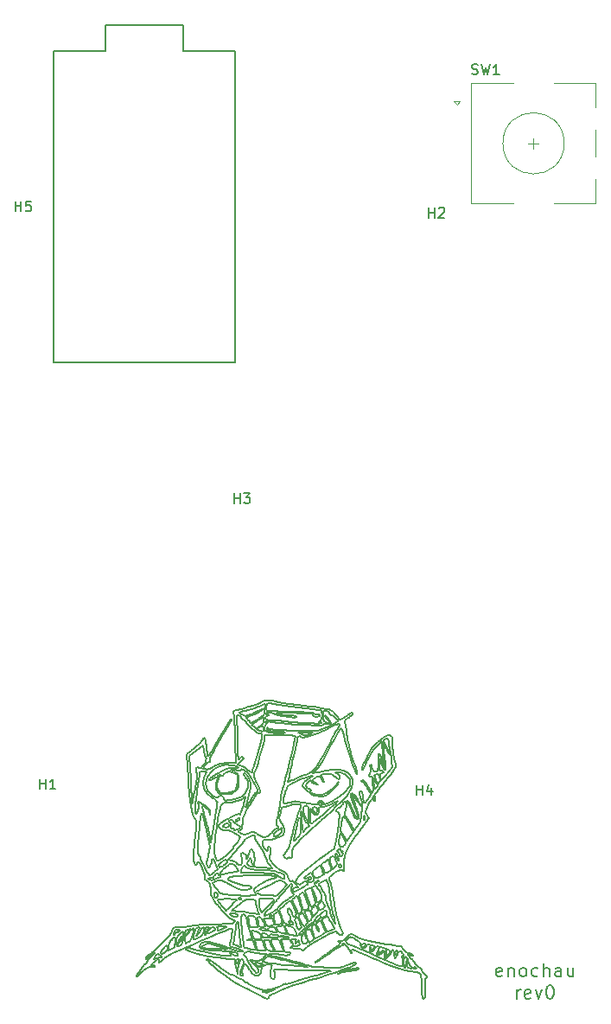
<source format=gbr>
%TF.GenerationSoftware,KiCad,Pcbnew,(5.1.7)-1*%
%TF.CreationDate,2020-12-03T19:41:16-08:00*%
%TF.ProjectId,macropad3,6d616372-6f70-4616-9433-2e6b69636164,rev?*%
%TF.SameCoordinates,Original*%
%TF.FileFunction,Legend,Top*%
%TF.FilePolarity,Positive*%
%FSLAX46Y46*%
G04 Gerber Fmt 4.6, Leading zero omitted, Abs format (unit mm)*
G04 Created by KiCad (PCBNEW (5.1.7)-1) date 2020-12-03 19:41:16*
%MOMM*%
%LPD*%
G01*
G04 APERTURE LIST*
%ADD10C,0.200000*%
%ADD11C,0.150000*%
%ADD12C,0.120000*%
G04 APERTURE END LIST*
D10*
X139976786Y-140871008D02*
X139729811Y-140982901D01*
X147036911Y-140519446D02*
X147036911Y-140501535D01*
X140797511Y-140824621D02*
X140871611Y-140814848D01*
X146516111Y-139757723D02*
X146516111Y-139793123D01*
X139849436Y-141022373D02*
X139877861Y-141006503D01*
X139641086Y-141085036D02*
X139641086Y-141085036D01*
X147130436Y-140397368D02*
X147154136Y-140397368D01*
X140828411Y-140657791D02*
X140708786Y-140679353D01*
X139729811Y-140982901D02*
X139641086Y-141059400D01*
X141693911Y-140571526D02*
X141713486Y-140540603D01*
X147225386Y-140425853D02*
X147289211Y-140485673D01*
X147064211Y-140425853D02*
X147113786Y-140397368D01*
X141353411Y-140724113D02*
X141548711Y-140667548D01*
X140214011Y-140915363D02*
X140493986Y-140864086D01*
X139702136Y-141084631D02*
X139820561Y-141037831D01*
X146370461Y-139511956D02*
X146391161Y-139529858D01*
X147304661Y-140514151D02*
X147293261Y-140573153D01*
X147084911Y-140573153D02*
X147036911Y-140519446D01*
X140828411Y-140657791D02*
X140828411Y-140657791D01*
X147036911Y-140501535D02*
X147036911Y-140482411D01*
X141141311Y-140599598D02*
X140906486Y-140643143D01*
X141646286Y-140519851D02*
X141540911Y-140530831D01*
X141651611Y-140616286D02*
X141662111Y-140605298D01*
X147203786Y-140605703D02*
X147174011Y-140605703D01*
X141375686Y-140557291D02*
X141141311Y-140599598D01*
X141700436Y-140523098D02*
X141646286Y-140519851D01*
X141540911Y-140530831D02*
X141375686Y-140557291D01*
X141713486Y-140540603D02*
X141700436Y-140523098D01*
X141635636Y-140631743D02*
X141651611Y-140616286D01*
X141548711Y-140667548D02*
X141635636Y-140631743D01*
X141093236Y-140778638D02*
X141353411Y-140724113D01*
X140493986Y-140864086D02*
X140721386Y-140832353D01*
X147289211Y-140485673D02*
X147297311Y-140501535D01*
X147226061Y-140605703D02*
X147203786Y-140605703D01*
X146391161Y-139529858D02*
X146474186Y-139652341D01*
X147113786Y-140397368D02*
X147130436Y-140397368D01*
X147293261Y-140573153D02*
X147226061Y-140605703D01*
X147297311Y-140501535D02*
X147304661Y-140514151D01*
X141662111Y-140605298D02*
X141693911Y-140571526D01*
X140721386Y-140832353D02*
X140797511Y-140824621D01*
X139988561Y-140970691D02*
X140214011Y-140915363D01*
X147297311Y-140501535D02*
X147297311Y-140501535D01*
X146342336Y-139483883D02*
X146370461Y-139511956D01*
X147036911Y-140482411D02*
X147064211Y-140425853D01*
X139641086Y-141059400D02*
X139641086Y-141085036D01*
X146474186Y-139652341D02*
X146516111Y-139757723D01*
X140708786Y-140679353D02*
X140352761Y-140759513D01*
X139877861Y-141006503D02*
X139988561Y-140970691D01*
X140352761Y-140759513D02*
X139976786Y-140871008D01*
X147154136Y-140397368D02*
X147225386Y-140425853D01*
X147174011Y-140605703D02*
X147084911Y-140573153D01*
X139820561Y-141037831D02*
X139849436Y-141022373D01*
X140871611Y-140814848D02*
X141093236Y-140778638D01*
X146516111Y-139793123D02*
X146516111Y-139793123D01*
X140906486Y-140643143D02*
X140828411Y-140657791D01*
X139641086Y-141085036D02*
X139702136Y-141084631D01*
X145474436Y-138907703D02*
X145474436Y-138934561D01*
X141991436Y-138432443D02*
X141944111Y-138347401D01*
X146099411Y-140109691D02*
X146107961Y-139784985D01*
X146177111Y-140501535D02*
X146129561Y-140385166D01*
X142059311Y-138169996D02*
X142185011Y-138145988D01*
X146333786Y-140115795D02*
X146281736Y-140371328D01*
X145474436Y-138934561D02*
X145441886Y-139015538D01*
X145441886Y-139015538D02*
X145383311Y-139126216D01*
X146735036Y-140282618D02*
X146761061Y-140325758D01*
X146391161Y-140053538D02*
X146380586Y-139616123D01*
X146432261Y-140371328D02*
X146393561Y-140115795D01*
X142349411Y-138196853D02*
X142349411Y-138209873D01*
X142203761Y-138407618D02*
X142180586Y-138427561D01*
X146578361Y-139990883D02*
X146703686Y-140232983D01*
X146505461Y-140501535D02*
X146487236Y-140501535D01*
X145352336Y-138834871D02*
X145370261Y-138834871D01*
X146625161Y-140521065D02*
X146535236Y-140501535D01*
X146776511Y-140564206D02*
X146752886Y-140556061D01*
X145370261Y-138834871D02*
X145389011Y-138834871D01*
X145474436Y-138894683D02*
X145474436Y-138907703D01*
X146795261Y-140571931D02*
X146776511Y-140564206D01*
X145370261Y-139147373D02*
X145354436Y-139170570D01*
X145474436Y-138907703D02*
X145474436Y-138907703D01*
X145298711Y-138902416D02*
X145352336Y-138834871D01*
X145286786Y-139226715D02*
X145266086Y-139104638D01*
X142299386Y-138158603D02*
X142349411Y-138196853D01*
X146856311Y-140587388D02*
X146795261Y-140571931D01*
X145266086Y-139023263D02*
X145298711Y-138902416D01*
X145383311Y-139126216D02*
X145370261Y-139147373D01*
X141974186Y-138230618D02*
X141986486Y-138209873D01*
X141958811Y-138254633D02*
X141974186Y-138230618D01*
X146238611Y-139419593D02*
X146342336Y-139483883D01*
X146836286Y-140458403D02*
X146876636Y-140556061D01*
X146516111Y-139793123D02*
X146516111Y-139842361D01*
X146173061Y-139493641D02*
X146238611Y-139419593D01*
X146339111Y-140053538D02*
X146333786Y-140115795D01*
X146380586Y-139616123D02*
X146339111Y-140053538D01*
X145389011Y-138834871D02*
X145445561Y-138855623D01*
X146487236Y-140501535D02*
X146432261Y-140371328D01*
X141944111Y-138347401D02*
X141958811Y-138254633D01*
X142086911Y-138460516D02*
X141991436Y-138432443D01*
X146535236Y-140501535D02*
X146505461Y-140501535D01*
X146876636Y-140556061D02*
X146856311Y-140587388D01*
X146761061Y-140325758D02*
X146836286Y-140458403D01*
X145445561Y-138855623D02*
X145474436Y-138894683D01*
X145266086Y-139063951D02*
X145266086Y-139023263D01*
X145354436Y-139170570D02*
X145286786Y-139226715D01*
X142224536Y-138391756D02*
X142203761Y-138407618D01*
X142349411Y-138209873D02*
X142349411Y-138209873D01*
X141986486Y-138209873D02*
X142059311Y-138169996D01*
X146516111Y-139842361D02*
X146578361Y-139990883D01*
X146162111Y-139522538D02*
X146173061Y-139493641D01*
X146129561Y-140385166D02*
X146099411Y-140109691D01*
X146281736Y-140371328D02*
X146214911Y-140501535D01*
X142185011Y-138145988D02*
X142299386Y-138158603D01*
X146137661Y-139583565D02*
X146162111Y-139522538D01*
X146393561Y-140115795D02*
X146391161Y-140053538D01*
X146214911Y-140501535D02*
X146192936Y-140501535D01*
X142180586Y-138427561D02*
X142086911Y-138460516D01*
X146107961Y-139784985D02*
X146137661Y-139583565D01*
X146192936Y-140501535D02*
X146177111Y-140501535D01*
X146752886Y-140556061D02*
X146625161Y-140521065D01*
X145266086Y-139104638D02*
X145266086Y-139063951D01*
X146703686Y-140232983D02*
X146735036Y-140282618D01*
X145979861Y-140014478D02*
X145989536Y-140195138D01*
X143896061Y-138904861D02*
X143859836Y-138939038D01*
X142307561Y-138300608D02*
X142224536Y-138391756D01*
X142349411Y-138232246D02*
X142307561Y-138300608D01*
X140854436Y-137480701D02*
X140880461Y-137480701D01*
X142349411Y-138209873D02*
X142349411Y-138232246D01*
X143557961Y-138866206D02*
X143536736Y-138920723D01*
X141422561Y-137761868D02*
X141422561Y-137761868D01*
X145874036Y-140346503D02*
X145705961Y-140319653D01*
X141372011Y-137733796D02*
X141422561Y-137761868D01*
X140892761Y-137480701D02*
X140929736Y-137502263D01*
X145948886Y-139693838D02*
X145953761Y-139761788D01*
X140689661Y-138194003D02*
X140456111Y-138030016D01*
X145989536Y-140195138D02*
X145961486Y-140305411D01*
X140456111Y-138030016D02*
X140421536Y-137861978D01*
X142139861Y-138774653D02*
X141759386Y-138606601D01*
X140880461Y-137480701D02*
X140892761Y-137480701D01*
X145953386Y-139286933D02*
X145937861Y-139332098D01*
X142414961Y-138904051D02*
X142139861Y-138774653D01*
X143599436Y-139188870D02*
X143651486Y-138824288D01*
X145436186Y-140226068D02*
X145043036Y-140067368D01*
X141200786Y-138387683D02*
X141130736Y-138366121D01*
X145043036Y-140067368D02*
X144639836Y-139900141D01*
X140776286Y-137540513D02*
X140854436Y-137480701D01*
X143098136Y-139216141D02*
X142826711Y-139099763D01*
X143375261Y-139298326D02*
X143370386Y-139303621D01*
X141408236Y-138464183D02*
X141200786Y-138387683D01*
X143440361Y-139158766D02*
X143375261Y-139298326D01*
X143474486Y-139428541D02*
X143797136Y-139178700D01*
X144120236Y-138810046D02*
X144044486Y-138798248D01*
X141220286Y-137652008D02*
X141372011Y-137733796D01*
X141049736Y-137562496D02*
X141220286Y-137652008D01*
X144505586Y-139845203D02*
X143474486Y-139428541D01*
X143370386Y-139303621D02*
X143365061Y-139308503D01*
X144025061Y-138964673D02*
X144120236Y-138851558D01*
X140929736Y-137502263D02*
X141049736Y-137562496D01*
X140578586Y-137678453D02*
X140614811Y-137652413D01*
X141759386Y-138606601D02*
X141408236Y-138464183D01*
X141018461Y-138329093D02*
X140689661Y-138194003D01*
X143651486Y-138824288D02*
X143714186Y-138470288D01*
X143797136Y-139178700D02*
X143841536Y-139142078D01*
X143536736Y-138920723D02*
X143440361Y-139158766D01*
X145937861Y-139332098D02*
X145937861Y-139489988D01*
X142585061Y-138988276D02*
X142505636Y-138949621D01*
X140531786Y-137714671D02*
X140578586Y-137678453D01*
X140421536Y-137861978D02*
X140531786Y-137714671D01*
X143841536Y-139142078D02*
X144025061Y-138964673D01*
X142826711Y-139099763D02*
X142585061Y-138988276D01*
X145937861Y-139489988D02*
X145948886Y-139693838D01*
X143289311Y-139287758D02*
X143098136Y-139216141D01*
X142505636Y-138949621D02*
X142414961Y-138904051D01*
X144120236Y-138814118D02*
X144120236Y-138810046D01*
X145961486Y-140305411D02*
X145874036Y-140346503D01*
X145953761Y-139761788D02*
X145959386Y-139824863D01*
X144639836Y-139900141D02*
X144505586Y-139845203D01*
X140614811Y-137652413D02*
X140776286Y-137540513D01*
X141130736Y-138366121D02*
X141018461Y-138329093D01*
X145959386Y-139824863D02*
X145979861Y-140014478D01*
X144044486Y-138798248D02*
X143896061Y-138904861D01*
X143859836Y-138939038D02*
X143599436Y-139188870D01*
X143714186Y-138470288D02*
X143557961Y-138866206D01*
X144120236Y-138851558D02*
X144120236Y-138814118D01*
X145705961Y-140319653D02*
X145436186Y-140226068D01*
X143365061Y-139308503D02*
X143289311Y-139287758D01*
X144333461Y-139564035D02*
X144381086Y-139537591D01*
X144370061Y-139058663D02*
X144377861Y-138851558D01*
X146034311Y-139486321D02*
X145996511Y-139388258D01*
X144247661Y-138939848D02*
X144224036Y-139204343D01*
X143224211Y-138678623D02*
X143474486Y-138407618D01*
X146079911Y-139506256D02*
X146064011Y-139536368D01*
X144381086Y-139537591D02*
X144470111Y-139466791D01*
X144470111Y-139466791D02*
X144573911Y-139364243D01*
X145786061Y-138912593D02*
X145874411Y-138977288D01*
X146088761Y-139397206D02*
X146087261Y-139424475D01*
X144300161Y-139564035D02*
X144317936Y-139564035D01*
X144151586Y-138585038D02*
X144258161Y-138610673D01*
X144328136Y-139341465D02*
X144351011Y-139172191D01*
X145602536Y-139004138D02*
X145698161Y-138907703D01*
X144984911Y-138712388D02*
X145056086Y-138801098D01*
X144567011Y-139238926D02*
X144505586Y-139303621D01*
X146091311Y-139368316D02*
X146088761Y-139397206D01*
X146042036Y-139191316D02*
X146091311Y-139368316D01*
X145056086Y-138801098D02*
X145133486Y-139002518D01*
X145182686Y-139251541D02*
X145214036Y-139616123D01*
X145214036Y-139616123D02*
X145463786Y-139220206D01*
X144682511Y-139242181D02*
X144785111Y-139112791D01*
X144953561Y-138780758D02*
X144984911Y-138712388D01*
X144871811Y-138988276D02*
X144931211Y-138880853D01*
X143474486Y-138407618D02*
X144151586Y-138585038D01*
X144247661Y-139453358D02*
X144300161Y-139564035D01*
X144953561Y-138803536D02*
X144953561Y-138780758D01*
X143177036Y-138728671D02*
X143224211Y-138678623D01*
X144573911Y-139364243D02*
X144682511Y-139242181D01*
X144317936Y-138782791D02*
X144287411Y-138802726D01*
X144322886Y-138779941D02*
X144317936Y-138782791D01*
X145901711Y-139001701D02*
X145930136Y-139024891D01*
X145463786Y-139220206D02*
X145497236Y-139165276D01*
X144574286Y-138708736D02*
X144761936Y-138842603D01*
X145996511Y-139388258D02*
X145984661Y-139355701D01*
X146064011Y-139536368D02*
X146034311Y-139486321D01*
X145930136Y-139024891D02*
X146042036Y-139191316D01*
X145133486Y-139002518D02*
X145176611Y-139188466D01*
X145874411Y-138977288D02*
X145901711Y-139001701D01*
X144377861Y-138851558D02*
X144322886Y-138779941D01*
X144359936Y-139116038D02*
X144370061Y-139058663D01*
X145497236Y-139165276D02*
X145602536Y-139004138D01*
X145176611Y-139188466D02*
X145182686Y-139251541D01*
X144953561Y-138822661D02*
X144953561Y-138803536D01*
X144785111Y-139112791D02*
X144871811Y-138988276D01*
X144390461Y-139417546D02*
X144335186Y-139436266D01*
X144761936Y-138842603D02*
X144733061Y-139026923D01*
X144335186Y-139436266D02*
X144328136Y-139341465D01*
X144317936Y-139564035D02*
X144333461Y-139564035D01*
X144287411Y-138802726D02*
X144247661Y-138939848D01*
X142797836Y-138852781D02*
X142879211Y-138924391D01*
X142879211Y-138924391D02*
X143020811Y-138865388D01*
X145979036Y-139337798D02*
X145953386Y-139286933D01*
X144224036Y-139204343D02*
X144247661Y-139453358D01*
X144351011Y-139172191D02*
X144359936Y-139116038D01*
X144477536Y-139332916D02*
X144390461Y-139417546D01*
X143020811Y-138865388D02*
X143177036Y-138728671D01*
X144505586Y-139303621D02*
X144477536Y-139332916D01*
X144733061Y-139026923D02*
X144567011Y-139238926D01*
X144258161Y-138610673D02*
X144574286Y-138708736D01*
X145984661Y-139355701D02*
X145979036Y-139337798D01*
X146087261Y-139424475D02*
X146079911Y-139506256D01*
X144931211Y-138880853D02*
X144953561Y-138822661D01*
X145698161Y-138907703D02*
X145786061Y-138912593D01*
X141863186Y-138106110D02*
X141886361Y-138164701D01*
X146862311Y-139186433D02*
X146695586Y-139091213D01*
X142775036Y-138698153D02*
X142797836Y-138852781D01*
X142776686Y-138647288D02*
X142775036Y-138698153D01*
X145891061Y-138459706D02*
X145891061Y-138447496D01*
X141900236Y-138476798D02*
X141984386Y-138584213D01*
X142026011Y-137713050D02*
X141628361Y-137534821D01*
X142786811Y-138366121D02*
X142776686Y-138647288D01*
X145113086Y-138285151D02*
X144743561Y-138235103D01*
X142859636Y-138626535D02*
X142786811Y-138366121D01*
X142932986Y-138876368D02*
X142859636Y-138626535D01*
X145790561Y-138411690D02*
X145517111Y-138351473D01*
X143109911Y-138626535D02*
X142932986Y-138876368D01*
X146560886Y-139043206D02*
X146516111Y-139043206D01*
X146516111Y-139043206D02*
X146471711Y-139043206D01*
X142861736Y-138272941D02*
X142911686Y-138282706D01*
X143286911Y-138366121D02*
X143109911Y-138626535D01*
X142911686Y-138282706D02*
X143286911Y-138366121D01*
X142709936Y-138252601D02*
X142861736Y-138272941D01*
X141880661Y-138178538D02*
X141867686Y-138213946D01*
X140922461Y-137168206D02*
X140905361Y-137168206D01*
X144350186Y-138192368D02*
X143542886Y-138083738D01*
X141457511Y-137431058D02*
X141313061Y-137348056D01*
X142380761Y-138418201D02*
X142400261Y-138390128D01*
X145891061Y-138447496D02*
X145790561Y-138411690D01*
X142099661Y-138626535D02*
X142133411Y-138626535D01*
X142070636Y-138626535D02*
X142099661Y-138626535D01*
X145891061Y-138499996D02*
X145891061Y-138459706D01*
X140738486Y-137290276D02*
X140589536Y-137422921D01*
X141621086Y-137886788D02*
X141772436Y-138005206D01*
X141002936Y-137191808D02*
X140942336Y-137168206D01*
X142572011Y-138260738D02*
X142709936Y-138252601D01*
X140854436Y-137200756D02*
X140738486Y-137290276D01*
X142133411Y-138626535D02*
X142235861Y-138565103D01*
X140422361Y-137584868D02*
X140422361Y-137584868D01*
X142470686Y-138313223D02*
X142572011Y-138260738D01*
X142400261Y-138390128D02*
X142470686Y-138313223D01*
X141867686Y-138213946D02*
X141860336Y-138331943D01*
X140589536Y-137422921D02*
X140463461Y-137543775D01*
X146695586Y-139091213D02*
X146560886Y-139043206D01*
X141139286Y-137255273D02*
X141002936Y-137191808D01*
X143542886Y-138083738D02*
X142691636Y-137918123D01*
X141984386Y-138584213D02*
X142070636Y-138626535D01*
X141313061Y-137348056D02*
X141139286Y-137255273D01*
X141505436Y-137459956D02*
X141457511Y-137431058D01*
X142359611Y-138446686D02*
X142380761Y-138418201D01*
X140463461Y-137543775D02*
X140422361Y-137584868D01*
X141772436Y-138005206D02*
X141863186Y-138106110D01*
X144620336Y-138220456D02*
X144350186Y-138192368D01*
X146471711Y-139043206D02*
X146339111Y-138975256D01*
X146339111Y-138975256D02*
X146133161Y-138813713D01*
X146133161Y-138813713D02*
X145962311Y-138621248D01*
X142691636Y-137918123D02*
X142026011Y-137713050D01*
X141472961Y-137790766D02*
X141621086Y-137886788D01*
X140905361Y-137168206D02*
X140854436Y-137200756D01*
X144743561Y-138235103D02*
X144620336Y-138220456D01*
X145962311Y-138621248D02*
X145891061Y-138499996D01*
X140942336Y-137168206D02*
X140922461Y-137168206D01*
X145517111Y-138351473D02*
X145113086Y-138285151D01*
X141886361Y-138164701D02*
X141880661Y-138178538D01*
X141628361Y-137534821D02*
X141505436Y-137459956D01*
X141860336Y-138331943D02*
X141900236Y-138476798D01*
X141422561Y-137761868D02*
X141472961Y-137790766D01*
X142235861Y-138565103D02*
X142359611Y-138446686D01*
X147838511Y-142170638D02*
X147846611Y-142496573D01*
X147844211Y-140640691D02*
X147801086Y-140605703D01*
X146891261Y-139210036D02*
X146862311Y-139186433D01*
X146916536Y-139229978D02*
X146891261Y-139210036D01*
X146986886Y-139297516D02*
X146916536Y-139229978D01*
X147532961Y-140386786D02*
X147301811Y-140148353D01*
X148166486Y-142661371D02*
X148161986Y-142532791D01*
X148015886Y-143522371D02*
X148037111Y-143522371D01*
X147852311Y-142721588D02*
X147868136Y-143069489D01*
X146971811Y-139324373D02*
X146986886Y-139297516D01*
X147682661Y-141095206D02*
X147694136Y-141109441D01*
X147805136Y-141420728D02*
X147818561Y-141594878D01*
X146835161Y-139288973D02*
X146971811Y-139324373D01*
X147846611Y-142496573D02*
X147849536Y-142605623D01*
X146634086Y-139214911D02*
X146835161Y-139288973D01*
X146568161Y-139188870D02*
X146634086Y-139214911D01*
X147727436Y-141153796D02*
X147761186Y-141216871D01*
X147574811Y-141025621D02*
X147661886Y-141072016D01*
X147786836Y-140605703D02*
X147765686Y-140605703D01*
X148292261Y-141485018D02*
X148334561Y-141450436D01*
X147899936Y-143349031D02*
X147953261Y-143485749D01*
X148122161Y-143487784D02*
X148165661Y-143347810D01*
X148154636Y-142046131D02*
X148168511Y-141734446D01*
X146564111Y-139187243D02*
X146568161Y-139188870D01*
X146540036Y-139216951D02*
X146564111Y-139187243D01*
X147036911Y-139855785D02*
X146973461Y-139785391D01*
X146618561Y-139350413D02*
X146540036Y-139216951D01*
X147101636Y-139929840D02*
X147036911Y-139855785D01*
X148274711Y-141287266D02*
X148183136Y-141180653D01*
X147870236Y-140730623D02*
X147870236Y-140707838D01*
X148255136Y-141498443D02*
X148276286Y-141491123D01*
X146973461Y-139785391D02*
X146789111Y-139569736D01*
X148334936Y-141385733D02*
X148274711Y-141287266D01*
X147301811Y-140148353D02*
X147101636Y-139929840D01*
X148112336Y-141105383D02*
X147952061Y-140903558D01*
X147703361Y-140547113D02*
X147532961Y-140386786D01*
X147765686Y-140605703D02*
X147703361Y-140547113D01*
X147870236Y-140707838D02*
X147844211Y-140640691D01*
X148183136Y-141180653D02*
X148151411Y-141147286D01*
X148207136Y-141561518D02*
X148255136Y-141498443D01*
X148168511Y-141734446D02*
X148207136Y-141561518D01*
X148165661Y-143347810D02*
X148175861Y-143047518D01*
X147761186Y-141216871D02*
X147786386Y-141300286D01*
X147661886Y-141072016D02*
X147682661Y-141095206D01*
X148158761Y-142411118D02*
X148154636Y-142046131D01*
X147870236Y-140773755D02*
X147870236Y-140730623D01*
X148151411Y-141147286D02*
X148112336Y-141105383D01*
X148334561Y-141450436D02*
X148334936Y-141385733D01*
X147786386Y-141300286D02*
X147805136Y-141420728D01*
X148058261Y-143522371D02*
X148122161Y-143487784D01*
X147385661Y-140960933D02*
X147574811Y-141025621D01*
X148175861Y-143047518D02*
X148166486Y-142661371D01*
X147849536Y-142605623D02*
X147852311Y-142721588D01*
X147818561Y-141594878D02*
X147829136Y-141839423D01*
X148276286Y-141491123D02*
X148292261Y-141485018D01*
X148037111Y-143522371D02*
X148058261Y-143522371D01*
X147694136Y-141109441D02*
X147727436Y-141153796D01*
X147829136Y-141839423D02*
X147838511Y-142170638D01*
X147953261Y-143485749D02*
X148015886Y-143522371D01*
X147801086Y-140605703D02*
X147786836Y-140605703D01*
X148161986Y-142532791D02*
X148158761Y-142411118D01*
X147952061Y-140903558D02*
X147870236Y-140773755D01*
X147868136Y-143069489D02*
X147899936Y-143349031D01*
X146789111Y-139569736D02*
X146618561Y-139350413D01*
X140638361Y-138595201D02*
X140672111Y-138647288D01*
X140117561Y-138222893D02*
X140109836Y-138209873D01*
X146807861Y-140866118D02*
X146887511Y-140873041D01*
X146658911Y-140851478D02*
X146807861Y-140866118D01*
X140213561Y-138126046D02*
X140301911Y-138170401D01*
X140672111Y-138647288D02*
X140710061Y-138709950D01*
X137453561Y-139920488D02*
X137453561Y-139939201D01*
X140710061Y-138709950D02*
X140833286Y-138892651D01*
X144016061Y-139980706D02*
X144243611Y-140080801D01*
X146214536Y-140780266D02*
X146658911Y-140851478D01*
X145626611Y-140626456D02*
X146214536Y-140780266D01*
X140341811Y-138199291D02*
X140469086Y-138355538D01*
X140037011Y-138314041D02*
X140055686Y-138314041D01*
X143527886Y-139765456D02*
X143894036Y-139926181D01*
X140984636Y-138730703D02*
X141011486Y-138730703D01*
X138962336Y-138980536D02*
X139274861Y-138766508D01*
X144931211Y-140370923D02*
X145626611Y-140626456D01*
X142066586Y-139144523D02*
X142530011Y-139337798D01*
X141011486Y-138730703D02*
X141092936Y-138761228D01*
X141656936Y-138977693D02*
X142066586Y-139144523D01*
X140945561Y-139024891D02*
X140991611Y-139028153D01*
X138046811Y-139477373D02*
X137738411Y-139703191D01*
X137469011Y-139956286D02*
X137519486Y-139944076D01*
X140972861Y-138730703D02*
X140984636Y-138730703D01*
X140966786Y-138920723D02*
X140953811Y-138886951D01*
X140328761Y-138189121D02*
X140341811Y-138199291D01*
X140937836Y-138777495D02*
X140972861Y-138730703D01*
X140833286Y-138892651D02*
X140945561Y-139024891D01*
X140089511Y-138137446D02*
X140129411Y-138109373D01*
X140100461Y-138194003D02*
X140089511Y-138137446D01*
X137746586Y-139816321D02*
X137934086Y-139694243D01*
X144243611Y-140080801D02*
X144931211Y-140370923D01*
X142530011Y-139337798D02*
X143024861Y-139547753D01*
X138485036Y-139316235D02*
X138766286Y-139119300D01*
X141324836Y-138846676D02*
X141656936Y-138977693D01*
X141092936Y-138761228D02*
X141324836Y-138846676D01*
X140945561Y-138865801D02*
X140937836Y-138777495D01*
X140991611Y-139028153D02*
X140966786Y-138920723D01*
X140109836Y-138209873D02*
X140100461Y-138194003D01*
X140112236Y-138281483D02*
X140117561Y-138222893D01*
X137609861Y-139898506D02*
X137746586Y-139816321D01*
X137738411Y-139703191D02*
X137530061Y-139864733D01*
X140469086Y-138355538D02*
X140638361Y-138595201D01*
X137519486Y-139944076D02*
X137609861Y-139898506D01*
X137453561Y-139943265D02*
X137469011Y-139956286D01*
X139902761Y-138372226D02*
X140003261Y-138314041D01*
X138766286Y-139119300D02*
X138859811Y-139053788D01*
X140003261Y-138314041D02*
X140037011Y-138314041D01*
X140129411Y-138109373D02*
X140213561Y-138126046D01*
X138328061Y-139276358D02*
X138046811Y-139477373D01*
X143024861Y-139547753D02*
X143527886Y-139765456D01*
X147126011Y-140905996D02*
X147385661Y-140960933D01*
X137530061Y-139864733D02*
X137453561Y-139920488D01*
X140301911Y-138170401D02*
X140328761Y-138189121D01*
X140055686Y-138314041D02*
X140112236Y-138281483D01*
X139635761Y-138531316D02*
X139902761Y-138372226D01*
X139274861Y-138766508D02*
X139635761Y-138531316D01*
X137934086Y-139694243D02*
X138178661Y-139528643D01*
X138859811Y-139053788D02*
X138962336Y-138980536D01*
X138178661Y-139528643D02*
X138485036Y-139316235D01*
X137453561Y-139939201D02*
X137453561Y-139943265D01*
X146887511Y-140873041D02*
X147126011Y-140905996D01*
X140953811Y-138886951D02*
X140945561Y-138865801D01*
X143894036Y-139926181D02*
X144016061Y-139980706D01*
X133310186Y-142622715D02*
X133409861Y-142595453D01*
X133388261Y-142655266D02*
X133267436Y-142718333D01*
X124029513Y-137918933D02*
X123965223Y-138083326D01*
X133450886Y-142611323D02*
X133388261Y-142655266D01*
X132422261Y-142897371D02*
X132393761Y-142885977D01*
X133099286Y-142793204D02*
X133099286Y-142793204D01*
X124427463Y-137402581D02*
X124422168Y-137387123D01*
X124016088Y-138237541D02*
X124016088Y-138220456D01*
X132510986Y-142794425D02*
X132557786Y-142793204D01*
X133444811Y-142595453D02*
X133450886Y-142611323D01*
X133409861Y-142595453D02*
X133443161Y-142595453D01*
X124420541Y-137382638D02*
X124386363Y-137378978D01*
X124016088Y-138220456D02*
X124016088Y-138176911D01*
X132705911Y-142927075D02*
X132463811Y-142915274D01*
X132393761Y-142885977D02*
X132309911Y-142847322D01*
X123933888Y-138263176D02*
X123943256Y-138272536D01*
X124318001Y-137441641D02*
X124225638Y-137562496D01*
X133101836Y-142702058D02*
X133130636Y-142689038D01*
X124206108Y-137842853D02*
X124235006Y-137803786D01*
X132370961Y-142802156D02*
X132510986Y-142794425D01*
X133130636Y-142689038D02*
X133159136Y-142676018D01*
X133267436Y-142718333D02*
X133141586Y-142775300D01*
X133141586Y-142775300D02*
X133099286Y-142793204D01*
X124386363Y-137378978D02*
X124318001Y-137441641D01*
X132463811Y-142915274D02*
X132422261Y-142897371D01*
X124422168Y-137387123D02*
X124420541Y-137382638D01*
X124082411Y-138047108D02*
X124206108Y-137842853D01*
X133443161Y-142595453D02*
X133444811Y-142595453D01*
X123965223Y-138083326D02*
X123933888Y-138206611D01*
X124265921Y-137761868D02*
X124383108Y-137555986D01*
X124120256Y-137730541D02*
X124095836Y-137776516D01*
X133159136Y-142676018D02*
X133310186Y-142622715D01*
X123951791Y-138281078D02*
X123994931Y-138289215D01*
X132290486Y-142817617D02*
X132370961Y-142802156D01*
X132875111Y-142756583D02*
X133101836Y-142702058D01*
X132309911Y-142847322D02*
X132290486Y-142817617D01*
X142158986Y-122372445D02*
X142281536Y-122534070D01*
X142091411Y-122298421D02*
X142158986Y-122372445D01*
X142068236Y-122282971D02*
X142091411Y-122298421D01*
X124016088Y-138176911D02*
X124082411Y-138047108D01*
X124120256Y-137730541D02*
X124120256Y-137730541D01*
X132607061Y-142790356D02*
X132875111Y-142756583D01*
X124145073Y-137687821D02*
X124120256Y-137730541D01*
X124095836Y-137776516D02*
X124029513Y-137918933D01*
X124225638Y-137562496D02*
X124145073Y-137687821D01*
X124383108Y-137555986D02*
X124427463Y-137402581D01*
X124235006Y-137803786D02*
X124265921Y-137761868D01*
X123994931Y-138289215D02*
X124016088Y-138237541D01*
X123943256Y-138272536D02*
X123951791Y-138281078D01*
X123933888Y-138206611D02*
X123933888Y-138263176D01*
X132557786Y-142793204D02*
X132607061Y-142790356D01*
X132070286Y-140444978D02*
X131969036Y-140458403D01*
X132068261Y-140313953D02*
X132078386Y-140342850D01*
X132058886Y-140290763D02*
X132068261Y-140313953D01*
X132135761Y-140238278D02*
X132120386Y-140230538D01*
X132216386Y-140244788D02*
X132135761Y-140238278D01*
X132285536Y-140117423D02*
X132304211Y-140177236D01*
X132505661Y-139561193D02*
X132700961Y-139424475D01*
X129682586Y-139835041D02*
X129672011Y-139806548D01*
X132922361Y-139407788D02*
X132950786Y-139415513D01*
X132464186Y-139605541D02*
X132505661Y-139561193D01*
X129786761Y-139668203D02*
X129816086Y-139668203D01*
X132304211Y-140177236D02*
X132297311Y-140189041D01*
X132200486Y-140084873D02*
X132285536Y-140117423D01*
X133782161Y-139631581D02*
X134113811Y-139714186D01*
X132172436Y-140084873D02*
X132200486Y-140084873D01*
X129953561Y-139728016D02*
X129953561Y-139741036D01*
X132885686Y-139397206D02*
X132922361Y-139407788D01*
X129725336Y-139972568D02*
X129690311Y-139858223D01*
X129905186Y-139688956D02*
X129953561Y-139728016D01*
X129816086Y-139668203D02*
X129905186Y-139688956D01*
X133089236Y-139452548D02*
X133389386Y-139531486D01*
X129921011Y-139848466D02*
X129849386Y-139976633D01*
X129953561Y-139741036D02*
X129953561Y-139741036D01*
X129759086Y-139668203D02*
X129786761Y-139668203D01*
X129676061Y-139708486D02*
X129759086Y-139668203D01*
X129745286Y-140040923D02*
X129725336Y-139972568D01*
X129745286Y-140064121D02*
X129745286Y-140040923D01*
X134224436Y-139741036D02*
X134224436Y-139741036D01*
X133389386Y-139531486D02*
X133782161Y-139631581D01*
X132427511Y-139641758D02*
X132464186Y-139605541D01*
X132249761Y-139913978D02*
X132293261Y-139808588D01*
X129672011Y-139806548D02*
X129676061Y-139708486D01*
X131813186Y-140368066D02*
X131684936Y-140238278D01*
X132950786Y-139415513D02*
X133089236Y-139452548D01*
X129690311Y-139858223D02*
X129682586Y-139835041D01*
X132293261Y-139808588D02*
X132427511Y-139641758D01*
X129953561Y-139741036D02*
X129953561Y-139767893D01*
X133021211Y-142829419D02*
X132705911Y-142927075D01*
X131699636Y-140003078D02*
X131735036Y-140012041D01*
X133099286Y-142793204D02*
X133021211Y-142829419D01*
X132078386Y-140342850D02*
X132070286Y-140444978D01*
X132286736Y-140204498D02*
X132216386Y-140244788D01*
X132172436Y-140084873D02*
X132172436Y-140084873D01*
X132051161Y-140213453D02*
X132058886Y-140290763D01*
X132297311Y-140189041D02*
X132286736Y-140204498D01*
X132120386Y-140084873D02*
X132172436Y-140084873D01*
X131965361Y-140063716D02*
X132120386Y-140084873D01*
X132700961Y-139424475D02*
X132885686Y-139397206D01*
X131768786Y-140022203D02*
X131965361Y-140063716D01*
X129849386Y-139976633D02*
X129777836Y-140067368D01*
X131735036Y-140012041D02*
X131768786Y-140022203D01*
X131592536Y-139979483D02*
X131699636Y-140003078D01*
X134113811Y-139714186D02*
X134224436Y-139741036D01*
X132106886Y-140220781D02*
X132051161Y-140213453D01*
X129745286Y-140064930D02*
X129745286Y-140064121D01*
X129953561Y-139767893D02*
X129921011Y-139848466D01*
X131536811Y-139986811D02*
X131592536Y-139979483D01*
X131558786Y-140051101D02*
X131536811Y-139986811D01*
X131627561Y-140154863D02*
X131558786Y-140051101D01*
X131651636Y-140189041D02*
X131627561Y-140154863D01*
X131684936Y-140238278D02*
X131651636Y-140189041D01*
X131969036Y-140458403D02*
X131813186Y-140368066D01*
X132120386Y-140230538D02*
X132106886Y-140220781D01*
X129777836Y-140067368D02*
X129745286Y-140064930D01*
X135995261Y-140199623D02*
X136672361Y-140397368D01*
X130758461Y-139740226D02*
X130745486Y-139699538D01*
X134912861Y-140261460D02*
X134781536Y-140259023D01*
X122386856Y-139459868D02*
X122380751Y-139459868D01*
X122297336Y-139334956D02*
X122297336Y-139334956D01*
X121939263Y-139164061D02*
X122033253Y-139131091D01*
X122135793Y-139227931D02*
X122268453Y-139319078D01*
X131546636Y-139059473D02*
X131820461Y-139105463D01*
X130492361Y-139079423D02*
X130526486Y-139043206D01*
X132255911Y-139918036D02*
X132249761Y-139913978D01*
X132271286Y-139933508D02*
X132255911Y-139918036D01*
X131287061Y-139001701D02*
X131351261Y-139017975D01*
X132368186Y-139950998D02*
X132271286Y-139933508D01*
X134375336Y-139777253D02*
X135195686Y-139985993D01*
X134553986Y-140252513D02*
X134237411Y-140221186D01*
X131820461Y-139105463D02*
X132074711Y-139135973D01*
X130526486Y-139043206D02*
X130549286Y-139016753D01*
X130745486Y-139699538D02*
X130734836Y-139668203D01*
X135174911Y-140273671D02*
X134912861Y-140261460D01*
X122297336Y-139334956D02*
X122325813Y-139350413D01*
X121813128Y-139313798D02*
X121939263Y-139164061D01*
X130630286Y-138948391D02*
X130758086Y-138912593D01*
X131351261Y-139017975D02*
X131546636Y-139059473D01*
X134697686Y-140263493D02*
X134553986Y-140252513D01*
X130734836Y-139668203D02*
X130650236Y-139502603D01*
X132276611Y-139147373D02*
X132276611Y-139147373D01*
X135901286Y-140173576D02*
X135995261Y-140199623D01*
X133841111Y-140173988D02*
X133410686Y-140117423D01*
X121787088Y-139355701D02*
X121813128Y-139313798D01*
X130515911Y-139345118D02*
X130484186Y-139320713D01*
X122405171Y-139420403D02*
X122386856Y-139459868D01*
X132226061Y-139147373D02*
X132276611Y-139147373D01*
X131205686Y-138982576D02*
X131287061Y-139001701D01*
X132628586Y-139999426D02*
X132368186Y-139950998D01*
X135839036Y-140324535D02*
X135753161Y-140316398D01*
X132991061Y-140056800D02*
X132628586Y-139999426D01*
X121914438Y-139551016D02*
X121849338Y-139574618D01*
X130959836Y-138931711D02*
X131205686Y-138982576D01*
X130539086Y-139363433D02*
X130515911Y-139345118D01*
X122325813Y-139350413D02*
X122405171Y-139420403D01*
X135753161Y-140316398D02*
X135495161Y-140295233D01*
X130549286Y-139016753D02*
X130630286Y-138948391D01*
X130415861Y-139213696D02*
X130492361Y-139079423D01*
X135495161Y-140295233D02*
X135174911Y-140273671D01*
X134224436Y-139741036D02*
X134375336Y-139777253D01*
X122033253Y-139131091D02*
X122036921Y-139136791D01*
X122044646Y-139146968D02*
X122135793Y-139227931D01*
X122138246Y-139481836D02*
X121914438Y-139551016D01*
X133410686Y-140117423D02*
X132991061Y-140056800D01*
X135195686Y-139985993D02*
X135901286Y-140173576D01*
X132074711Y-139135973D02*
X132226061Y-139147373D01*
X121609668Y-139668203D02*
X121787088Y-139355701D01*
X130758086Y-138912593D02*
X130959836Y-138931711D01*
X134237411Y-140221186D02*
X133841111Y-140173988D01*
X130650236Y-139502603D02*
X130539086Y-139363433D01*
X122320128Y-139459868D02*
X122138246Y-139481836D01*
X122268453Y-139319078D02*
X122297336Y-139334956D01*
X134745236Y-140261873D02*
X134697686Y-140263493D01*
X134781536Y-140259023D02*
X134745236Y-140261873D01*
X122380751Y-139459868D02*
X122320128Y-139459868D01*
X136672361Y-140397368D02*
X135839036Y-140324535D01*
X122036921Y-139136791D02*
X122044646Y-139146968D01*
X121849338Y-139574618D02*
X121609668Y-139668203D01*
X130484186Y-139320713D02*
X130415861Y-139213696D01*
X127584986Y-138652576D02*
X127198458Y-138635483D01*
X131068886Y-139713368D02*
X131009561Y-139741036D01*
X131218286Y-139754056D02*
X131068886Y-139713368D01*
X131266286Y-139772371D02*
X131218286Y-139754056D01*
X131346836Y-139803301D02*
X131266286Y-139772371D01*
X131602736Y-139863113D02*
X131346836Y-139803301D01*
X126825746Y-138127673D02*
X127046688Y-138156976D01*
X122922333Y-138585038D02*
X122922333Y-138585038D01*
X127453586Y-138261953D02*
X127453586Y-138261953D01*
X126671118Y-138178133D02*
X126825746Y-138127673D01*
X132329111Y-139565258D02*
X132143486Y-139732493D01*
X131889611Y-139851713D02*
X131602736Y-139863113D01*
X132143486Y-139732493D02*
X131889611Y-139851713D01*
X122692848Y-138978098D02*
X122651336Y-139001701D01*
X132380786Y-139501373D02*
X132329111Y-139565258D01*
X132682661Y-139147373D02*
X132380786Y-139501373D01*
X127351856Y-138235508D02*
X127453586Y-138261953D01*
X122914608Y-138393788D02*
X122923556Y-138537420D01*
X122862521Y-138338453D02*
X122914608Y-138393788D01*
X122299773Y-138942706D02*
X122473121Y-138716873D01*
X122919491Y-138628973D02*
X122845428Y-138824288D01*
X126340308Y-138400703D02*
X126432266Y-138334381D01*
X122743713Y-138421868D02*
X122862521Y-138338453D01*
X122581766Y-139039133D02*
X122360816Y-139127836D01*
X122845428Y-138824288D02*
X122692848Y-138978098D01*
X127713986Y-138657871D02*
X127584986Y-138652576D01*
X127813661Y-138661936D02*
X127713986Y-138657871D01*
X126515681Y-138279863D02*
X126671118Y-138178133D01*
X126432266Y-138334381D02*
X126464006Y-138314041D01*
X126276011Y-138520748D02*
X126273978Y-138468661D01*
X127198458Y-138635483D02*
X126808241Y-138614326D01*
X132276611Y-139147373D02*
X132682661Y-139147373D01*
X131349236Y-140696851D02*
X131200811Y-140493398D01*
X122922333Y-138585038D02*
X122919491Y-138628973D01*
X122923556Y-138537420D02*
X122922333Y-138585038D01*
X126464006Y-138314041D02*
X126515681Y-138279863D01*
X122360816Y-139127836D02*
X122242406Y-139105463D01*
X130812161Y-139857818D02*
X130758461Y-139740226D01*
X130919186Y-140055571D02*
X130812161Y-139857818D01*
X131053061Y-140273266D02*
X130919186Y-140055571D01*
X131653586Y-141022373D02*
X131598311Y-140979638D01*
X131250761Y-140005935D02*
X131307761Y-140053538D01*
X131200811Y-140493398D02*
X131053061Y-140273266D01*
X131843711Y-140932440D02*
X131715011Y-141022373D01*
X131088761Y-139854166D02*
X131250761Y-140005935D01*
X126273978Y-138468661D02*
X126340308Y-138400703D01*
X131486411Y-140865308D02*
X131349236Y-140696851D01*
X127046688Y-138156976D02*
X127351856Y-138235508D01*
X131598311Y-140979638D02*
X131486411Y-140865308D01*
X122473121Y-138716873D02*
X122537006Y-138647288D01*
X131825786Y-140701733D02*
X131843711Y-140932440D01*
X122587053Y-138589508D02*
X122743713Y-138421868D01*
X122651336Y-139001701D02*
X122581766Y-139039133D01*
X126808241Y-138614326D02*
X126531948Y-138589913D01*
X126531948Y-138589913D02*
X126358211Y-138559808D01*
X122242406Y-139105463D02*
X122299773Y-138942706D01*
X131672336Y-141022373D02*
X131653586Y-141022373D01*
X131715011Y-141022373D02*
X131672336Y-141022373D01*
X131639861Y-140389238D02*
X131825786Y-140701733D01*
X131398061Y-140128006D02*
X131639861Y-140389238D01*
X126358211Y-138559808D02*
X126276011Y-138520748D01*
X131307761Y-140053538D02*
X131398061Y-140128006D01*
X131009561Y-139741036D02*
X131088761Y-139854166D01*
X122537006Y-138647288D02*
X122587053Y-138589508D01*
X131674736Y-138504061D02*
X131623886Y-138274568D01*
X131807411Y-138786451D02*
X131732561Y-138698558D01*
X133391111Y-138886951D02*
X133289336Y-138882878D01*
X132097961Y-138834871D02*
X131937611Y-138825518D01*
X132889811Y-137829420D02*
X132974411Y-137903881D01*
X132537011Y-138303451D02*
X132370136Y-137793203D01*
X133153886Y-138412913D02*
X133182761Y-138470288D01*
X131819186Y-137793203D02*
X131870036Y-137793203D01*
X132401486Y-138334786D02*
X132547136Y-138834871D01*
X131692211Y-138582585D02*
X131682986Y-138543120D01*
X128113136Y-138674551D02*
X127813661Y-138661936D01*
X132974411Y-137981603D02*
X133035461Y-138140693D01*
X128410211Y-138685538D02*
X128113136Y-138674551D01*
X127531736Y-138279863D02*
X127993961Y-138404776D01*
X128729636Y-138685133D02*
X128612861Y-138689206D01*
X133182761Y-138470288D02*
X133202636Y-138510571D01*
X131870036Y-137793203D02*
X131936411Y-137793203D01*
X131623886Y-138274568D02*
X131567786Y-138056056D01*
X132558986Y-138372631D02*
X132537011Y-138303451D01*
X133374386Y-138853996D02*
X133391111Y-138886951D01*
X132135761Y-137799713D02*
X132245261Y-137810295D01*
X131732561Y-138698558D02*
X131692211Y-138582585D01*
X133035461Y-138140693D02*
X133153886Y-138412913D01*
X128767886Y-138671296D02*
X128729636Y-138685133D01*
X131567786Y-138056056D02*
X131557511Y-138022291D01*
X133329611Y-138764476D02*
X133374386Y-138853996D01*
X128430161Y-138540278D02*
X128495261Y-138563873D01*
X132633761Y-138578528D02*
X132558986Y-138372631D01*
X131531486Y-137898586D02*
X131561711Y-137829420D01*
X132386411Y-138286373D02*
X132401486Y-138334786D01*
X133391111Y-138886951D02*
X133391111Y-138886951D01*
X133263311Y-138631831D02*
X133329611Y-138764476D01*
X132974411Y-137928706D02*
X132974411Y-137981603D01*
X128642561Y-138611888D02*
X128736161Y-138647288D01*
X132998786Y-138850733D02*
X132855986Y-138820223D01*
X132245261Y-137813956D02*
X132245261Y-137813956D01*
X131937611Y-138825518D02*
X131807411Y-138786451D01*
X131548661Y-137992186D02*
X131531486Y-137898586D01*
X132547136Y-138834871D02*
X132151736Y-138834871D01*
X133391111Y-138886951D02*
X133391111Y-138886951D01*
X128736161Y-138647288D02*
X128767886Y-138671296D01*
X131936411Y-137793203D02*
X132135761Y-137799713D01*
X131667461Y-137799308D02*
X131819186Y-137793203D01*
X127453586Y-138261953D02*
X127531736Y-138279863D01*
X132370136Y-137793203D02*
X132672536Y-137793203D01*
X131682986Y-138543120D02*
X131674736Y-138504061D01*
X132726611Y-137793203D02*
X132889811Y-137829420D01*
X133047236Y-138855623D02*
X132998786Y-138850733D01*
X128612861Y-138689206D02*
X128410211Y-138685538D01*
X127993961Y-138404776D02*
X128430161Y-138540278D01*
X133202636Y-138510571D02*
X133263311Y-138631831D01*
X132729386Y-138739650D02*
X132633761Y-138578528D01*
X132245261Y-137810295D02*
X132245261Y-137813956D01*
X133094036Y-138860506D02*
X133047236Y-138855623D01*
X131557511Y-138022291D02*
X131548661Y-137992186D01*
X132151736Y-138834871D02*
X132097961Y-138834871D01*
X132974411Y-137903881D02*
X132974411Y-137928706D01*
X128531861Y-138575265D02*
X128642561Y-138611888D01*
X128495261Y-138563873D02*
X128531861Y-138575265D01*
X133289336Y-138882878D02*
X133094036Y-138860506D01*
X132974411Y-137928706D02*
X132974411Y-137928706D01*
X132672536Y-137793203D02*
X132726611Y-137793203D01*
X132855986Y-138820223D02*
X132729386Y-138739650D01*
X131561711Y-137829420D02*
X131667461Y-137799308D01*
X133980236Y-137432288D02*
X133939211Y-137407463D01*
X136456286Y-138107738D02*
X136364711Y-138132556D01*
X123682833Y-138001538D02*
X123682833Y-138001538D01*
X123667368Y-137480701D02*
X123684056Y-137635328D01*
X123398816Y-137733391D02*
X123565241Y-137567776D01*
X123078588Y-138845453D02*
X123078588Y-138449535D01*
X136364711Y-138132556D02*
X136274861Y-138115883D01*
X136274861Y-138115883D02*
X136199111Y-138036526D01*
X134674811Y-137565338D02*
X134641061Y-137564123D01*
X123310113Y-137824538D02*
X123359756Y-137772450D01*
X134243186Y-137397286D02*
X134455961Y-137419268D01*
X123682833Y-138072338D02*
X123673473Y-138285961D01*
X123422418Y-138657466D02*
X123380501Y-138678623D01*
X134827061Y-137557201D02*
X134776586Y-137566966D01*
X123565241Y-137567776D02*
X123637668Y-137480701D01*
X136232036Y-137223128D02*
X136320386Y-137196683D01*
X134664311Y-137467681D02*
X134693186Y-137480701D01*
X134129636Y-137397286D02*
X134172311Y-137397286D01*
X136320386Y-137196683D02*
X136413161Y-137314681D01*
X136536836Y-137595451D02*
X136536836Y-137595451D01*
X123078588Y-138358801D02*
X123144911Y-138087391D01*
X136137686Y-137925038D02*
X136120136Y-137886788D01*
X134084861Y-137468903D02*
X133980236Y-137432288D01*
X134693186Y-137480701D02*
X134719211Y-137492100D01*
X136145336Y-137336258D02*
X136232036Y-137223128D01*
X136094111Y-137826976D02*
X136042061Y-137604398D01*
X133939211Y-137407463D02*
X134001386Y-137398508D01*
X136120136Y-137376541D02*
X136145336Y-137336258D01*
X136199111Y-138036526D02*
X136137686Y-137925038D01*
X134120261Y-137480701D02*
X134084861Y-137468903D01*
X134156486Y-137490878D02*
X134120261Y-137480701D01*
X132341711Y-138141923D02*
X132386411Y-138286373D01*
X134575961Y-137564123D02*
X134380661Y-137537670D01*
X134719211Y-137492100D02*
X134797736Y-137530350D01*
X132245261Y-137826976D02*
X132257861Y-137866036D01*
X132245261Y-137813956D02*
X132245261Y-137826976D01*
X123685271Y-137931143D02*
X123682833Y-138001538D01*
X136413161Y-137314681D02*
X136507961Y-137524246D01*
X123637668Y-137480701D02*
X123662088Y-137480701D01*
X123359756Y-137772450D02*
X123398816Y-137733391D01*
X123682833Y-138001538D02*
X123682833Y-138072338D01*
X134693186Y-137480701D02*
X134693186Y-137480701D01*
X134172311Y-137397286D02*
X134243186Y-137397286D01*
X134380661Y-137537670D02*
X134156486Y-137490878D01*
X136507961Y-137524246D02*
X136536836Y-137595451D01*
X134641061Y-137564123D02*
X134575961Y-137564123D01*
X136120136Y-137886788D02*
X136094111Y-137826976D01*
X134001386Y-137398508D02*
X134129636Y-137397286D01*
X136094111Y-137418038D02*
X136120136Y-137376541D01*
X136484711Y-138095123D02*
X136456286Y-138107738D01*
X134797736Y-137530350D02*
X134827061Y-137557201D01*
X123662088Y-137480701D02*
X123667368Y-137480701D01*
X123380501Y-138678623D02*
X123078588Y-138845453D01*
X123673473Y-138285961D02*
X123633191Y-138464993D01*
X132291986Y-137980381D02*
X132341711Y-138141923D01*
X132257861Y-137866036D02*
X132291986Y-137980381D01*
X134455961Y-137419268D02*
X134664311Y-137467681D01*
X123633191Y-138464993D02*
X123542043Y-138581371D01*
X123144911Y-138087391D02*
X123310113Y-137824538D01*
X123684056Y-137635328D02*
X123685271Y-137931143D01*
X123078588Y-138449535D02*
X123078588Y-138358801D01*
X123542043Y-138581371D02*
X123422418Y-138657466D01*
X136042061Y-137604398D02*
X136094111Y-137418038D01*
X134776586Y-137566966D02*
X134674811Y-137565338D01*
X132245261Y-137491291D02*
X132245261Y-137461171D01*
X132786836Y-137313870D02*
X132807536Y-137343578D01*
X136517786Y-138082913D02*
X136484711Y-138095123D01*
X136635386Y-137833081D02*
X136662986Y-137966138D01*
X133317461Y-137584868D02*
X133096511Y-137571848D01*
X136614086Y-138038978D02*
X136517786Y-138082913D01*
X132604511Y-137584868D02*
X132557786Y-137584868D01*
X136662986Y-137966138D02*
X136614086Y-138038978D01*
X136562411Y-137654048D02*
X136635386Y-137833081D01*
X136536836Y-137595451D02*
X136562411Y-137654048D01*
X133282886Y-137248358D02*
X133338986Y-137251621D01*
X132974411Y-137550286D02*
X132974411Y-137543371D01*
X132922361Y-137355788D02*
X132916586Y-137341545D01*
X132776261Y-137298008D02*
X132786836Y-137313870D01*
X132786836Y-137313870D02*
X132786836Y-137313870D01*
X132183761Y-137099026D02*
X132263186Y-137095778D01*
X133807736Y-137439203D02*
X133807736Y-137439203D01*
X133807736Y-137409496D02*
X133807736Y-137439203D01*
X133417136Y-137259353D02*
X133690586Y-137321611D01*
X132160961Y-137139316D02*
X132183761Y-137099026D01*
X132856361Y-137444078D02*
X132844211Y-137527493D01*
X132412136Y-137126701D02*
X132453611Y-137136870D01*
X133096511Y-137571848D02*
X132974411Y-137550286D01*
X133391111Y-137584868D02*
X133317461Y-137584868D01*
X132225386Y-137371245D02*
X132190361Y-137243483D01*
X132338786Y-137557613D02*
X132245261Y-137507558D01*
X132375011Y-137117340D02*
X132412136Y-137126701D01*
X132502886Y-137584868D02*
X132338786Y-137557613D01*
X124398978Y-136959871D02*
X124432751Y-136959871D01*
X124477916Y-137496166D02*
X124474256Y-137553541D01*
X133338986Y-137251621D02*
X133417136Y-137259353D01*
X132974411Y-137525461D02*
X132959711Y-137472571D01*
X124298471Y-137035148D02*
X124398978Y-136959871D01*
X132245261Y-137507558D02*
X132245261Y-137491291D01*
X124459608Y-137007068D02*
X124476701Y-137135648D01*
X133113986Y-137244300D02*
X133282886Y-137248358D01*
X132978086Y-137256503D02*
X133113986Y-137244300D01*
X132263186Y-137095778D02*
X132375011Y-137117340D01*
X132646061Y-137212156D02*
X132776261Y-137298008D01*
X132844211Y-137527493D02*
X132745811Y-137571443D01*
X124432751Y-136959871D02*
X124439261Y-136959871D01*
X132918236Y-137292308D02*
X132978086Y-137256503D01*
X132557786Y-137584868D02*
X132502886Y-137584868D01*
X132182561Y-137220285D02*
X132174836Y-137200756D01*
X132916586Y-137341545D02*
X132918236Y-137292308D01*
X132959711Y-137472571D02*
X132930011Y-137376541D01*
X124439261Y-136959871D02*
X124459608Y-137007068D01*
X133807736Y-137439203D02*
X133807736Y-137466871D01*
X132190361Y-137243483D02*
X132182561Y-137220285D01*
X132245261Y-137461171D02*
X132225386Y-137371245D01*
X133807736Y-137466871D02*
X133708511Y-137551103D01*
X133708511Y-137551103D02*
X133470461Y-137584868D01*
X132174836Y-137200756D02*
X132160961Y-137139316D01*
X124482401Y-137324453D02*
X124477916Y-137496166D01*
X124117818Y-137183663D02*
X124298471Y-137035148D01*
X132930011Y-137376541D02*
X132922361Y-137355788D01*
X133470461Y-137584868D02*
X133391111Y-137584868D01*
X132974411Y-137543371D02*
X132974411Y-137525461D01*
X124474256Y-137553541D02*
X124474256Y-137553541D01*
X132807536Y-137343578D02*
X132856361Y-137444078D01*
X133690586Y-137321611D02*
X133807736Y-137409496D01*
X132745811Y-137571443D02*
X132604511Y-137584868D01*
X124476701Y-137135648D02*
X124482401Y-137324453D01*
X132453611Y-137136870D02*
X132646061Y-137212156D01*
X123662088Y-136928536D02*
X123664526Y-136917961D01*
X131364761Y-137509186D02*
X131276411Y-137282956D01*
X131411936Y-137654453D02*
X131411936Y-137647538D01*
X124120256Y-136830068D02*
X124120256Y-136845120D01*
X123914358Y-136753973D02*
X124056363Y-136785713D01*
X123771131Y-137066475D02*
X123678761Y-137203193D01*
X124056363Y-136785713D02*
X124120256Y-136830068D01*
X123555063Y-137154781D02*
X123568083Y-137136870D01*
X123567273Y-137272373D02*
X123534318Y-137231686D01*
X131519711Y-137676016D02*
X131411936Y-137654453D01*
X123807753Y-137949451D02*
X123807753Y-137887193D01*
X124049448Y-138406403D02*
X123907848Y-138397456D01*
X131163236Y-136992016D02*
X131173511Y-136884181D01*
X123578261Y-137121008D02*
X123626681Y-137028638D01*
X124215881Y-138318923D02*
X124049448Y-138406403D01*
X124265921Y-138282706D02*
X124215881Y-138318923D01*
X131411936Y-137612941D02*
X131364761Y-137509186D01*
X124474256Y-137553541D02*
X124468968Y-137657701D01*
X131255636Y-137230868D02*
X131230436Y-137171873D01*
X131999111Y-137680088D02*
X131831786Y-137689035D01*
X123768693Y-136757236D02*
X123914358Y-136753973D01*
X123787001Y-137032703D02*
X123771131Y-137066475D01*
X131318411Y-136882148D02*
X131553086Y-136938713D01*
X131230436Y-137171873D02*
X131163236Y-136992016D01*
X131630861Y-136959871D02*
X131695961Y-136977781D01*
X124120256Y-136845120D02*
X124120256Y-136845120D01*
X123659231Y-136941556D02*
X123662088Y-136928536D01*
X131712236Y-137689035D02*
X131519711Y-137676016D01*
X131831786Y-137689035D02*
X131776511Y-137689035D01*
X132124811Y-137517331D02*
X132106886Y-137632883D01*
X131936411Y-137100256D02*
X132067886Y-137264641D01*
X123807753Y-138023911D02*
X123807753Y-137949451D01*
X123907848Y-138397456D02*
X123830951Y-138247306D01*
X131276411Y-137282956D02*
X131255636Y-137230868D01*
X123690161Y-136811348D02*
X123693003Y-136803623D01*
X131776511Y-137689035D02*
X131712236Y-137689035D01*
X131553086Y-136938713D02*
X131630861Y-136959871D01*
X124078751Y-137220285D02*
X124117818Y-137183663D01*
X124042128Y-137252836D02*
X124078751Y-137220285D01*
X123943661Y-137363108D02*
X124042128Y-137252836D01*
X123693003Y-136803623D02*
X123696266Y-136788571D01*
X123861056Y-137514473D02*
X123943661Y-137363108D01*
X132106886Y-137632883D02*
X131999111Y-137680088D01*
X123696266Y-136788571D02*
X123768693Y-136757236D01*
X123568083Y-137136870D02*
X123578261Y-137121008D01*
X123678761Y-137203193D02*
X123603491Y-137272373D01*
X131411936Y-137647538D02*
X131411936Y-137612941D01*
X123578666Y-137272373D02*
X123567273Y-137272373D01*
X123819146Y-137700436D02*
X123861056Y-137514473D01*
X124468968Y-137657701D02*
X124409148Y-138038978D01*
X123626681Y-137028638D02*
X123659231Y-136941556D01*
X124297256Y-138259111D02*
X124265921Y-138282706D01*
X131173511Y-136884181D02*
X131318411Y-136882148D01*
X132067886Y-137264641D02*
X132078386Y-137303700D01*
X132078386Y-137303700D02*
X132091811Y-137356193D01*
X131630861Y-136959871D02*
X131630861Y-136959871D01*
X123534318Y-137231686D02*
X123555063Y-137154781D01*
X123807753Y-137887193D02*
X123819146Y-137700436D01*
X123830951Y-138247306D02*
X123807753Y-138023911D01*
X132091811Y-137356193D02*
X132124811Y-137517331D01*
X123664526Y-136917961D02*
X123690161Y-136811348D01*
X124409148Y-138038978D02*
X124297256Y-138259111D01*
X131695961Y-136977781D02*
X131936411Y-137100256D01*
X123603491Y-137272373D02*
X123578666Y-137272373D01*
X125316543Y-136761713D02*
X125409318Y-136677893D01*
X124984916Y-136980623D02*
X124950738Y-137014388D01*
X125100078Y-136994858D02*
X125198951Y-136884593D01*
X124745253Y-137326081D02*
X124770483Y-137331368D01*
X132216011Y-136647368D02*
X132276611Y-136647368D01*
X124696833Y-138054023D02*
X124678526Y-137914058D01*
X124745253Y-137324453D02*
X124745253Y-137326081D01*
X132646511Y-136865881D02*
X132594011Y-136898431D01*
X124943006Y-137177963D02*
X125038218Y-137069738D01*
X125450006Y-136647368D02*
X125463836Y-136647368D01*
X124675263Y-137360258D02*
X124691141Y-137092921D01*
X131964086Y-136700671D02*
X132034136Y-136660801D01*
X132594011Y-136898431D02*
X132494711Y-136893953D01*
X124950738Y-137014388D02*
X124814021Y-137183663D01*
X124745253Y-137289061D02*
X124745253Y-137324453D01*
X125483771Y-136692946D02*
X125482151Y-136817858D01*
X124724501Y-138105706D02*
X124717586Y-138105706D01*
X124678526Y-137914058D02*
X124669968Y-137705723D01*
X132661886Y-136793041D02*
X132661886Y-136793041D01*
X132034136Y-136660801D02*
X132216011Y-136647368D01*
X132377111Y-136866691D02*
X132338786Y-136855703D01*
X125409318Y-136677893D02*
X125450006Y-136647368D01*
X124917371Y-136776766D02*
X124953588Y-136772288D01*
X125482151Y-136817858D02*
X125460993Y-137003003D01*
X124672421Y-137449373D02*
X124675263Y-137360258D01*
X132661886Y-136764960D02*
X132661886Y-136793041D01*
X124953588Y-136772288D02*
X125214003Y-136730791D01*
X124770483Y-137331368D02*
X124840068Y-137280098D01*
X125422338Y-137230868D02*
X125422338Y-137230868D01*
X124840068Y-137280098D02*
X124943006Y-137177963D01*
X124717586Y-138105706D02*
X124696833Y-138054023D01*
X132566711Y-136681141D02*
X132661886Y-136764960D01*
X132065336Y-136765778D02*
X131964086Y-136700671D01*
X124120256Y-136845120D02*
X124120256Y-136870756D01*
X132269636Y-136836173D02*
X132065336Y-136765778D01*
X124814021Y-137183663D02*
X124745253Y-137289061D01*
X125198951Y-136884593D02*
X125316543Y-136761713D01*
X125433326Y-137173898D02*
X125422338Y-137230868D01*
X125038218Y-137069738D02*
X125068338Y-137032703D01*
X132494711Y-136893953D02*
X132377111Y-136866691D01*
X125214003Y-136730791D02*
X124984916Y-136980623D01*
X124670388Y-137513258D02*
X124672421Y-137449373D01*
X132661886Y-136810943D02*
X132646511Y-136865881D01*
X124811171Y-136806061D02*
X124917371Y-136776766D01*
X124669968Y-137705723D02*
X124670388Y-137513258D01*
X125463836Y-136647368D02*
X125468718Y-136647368D01*
X123802458Y-137001368D02*
X123787001Y-137032703D01*
X123902568Y-136957838D02*
X123901338Y-136939118D01*
X123867161Y-136911451D02*
X123802458Y-137001368D01*
X123901338Y-136932203D02*
X123867161Y-136911451D01*
X132348986Y-136647368D02*
X132566711Y-136681141D01*
X123939993Y-137011951D02*
X123902568Y-136957838D01*
X132338786Y-136855703D02*
X132269636Y-136836173D01*
X124730606Y-136895986D02*
X124811171Y-136806061D01*
X125460993Y-137003003D02*
X125433326Y-137173898D01*
X125068338Y-137032703D02*
X125100078Y-136994858D01*
X123901338Y-136939118D02*
X123901338Y-136932203D01*
X124014461Y-137009108D02*
X123939993Y-137011951D01*
X124087293Y-136947661D02*
X124014461Y-137009108D01*
X124120256Y-136870756D02*
X124087293Y-136947661D01*
X132276611Y-136647368D02*
X132348986Y-136647368D01*
X132661886Y-136793041D02*
X132661886Y-136810943D01*
X125468718Y-136647368D02*
X125483771Y-136692946D01*
X124691141Y-137092921D02*
X124730606Y-136895986D01*
X125487033Y-137698801D02*
X125474418Y-137628818D01*
X126553526Y-136606681D02*
X126545388Y-136726306D01*
X125685191Y-137681716D02*
X125547251Y-137725253D01*
X126426161Y-137152336D02*
X126327281Y-137310211D01*
X126923808Y-136705156D02*
X126901421Y-136730791D01*
X126630836Y-137272373D02*
X126619031Y-137272373D01*
X126481503Y-136993238D02*
X126426161Y-137152336D01*
X126099416Y-136616041D02*
X126099416Y-136616041D01*
X125993628Y-137536036D02*
X125932586Y-137564123D01*
X125474418Y-137605620D02*
X125474418Y-137537670D01*
X124734671Y-138102863D02*
X124724501Y-138105706D01*
X126697158Y-137218666D02*
X126647103Y-137272373D01*
X125047166Y-137960041D02*
X125013401Y-137977936D01*
X126545388Y-136726306D02*
X126509171Y-136886228D01*
X126495333Y-136939118D02*
X126481503Y-136993238D01*
X126619031Y-137272373D02*
X126583631Y-137183663D01*
X126901421Y-136730791D02*
X126875381Y-136756831D01*
X125589978Y-137033926D02*
X125698211Y-136774733D01*
X126989313Y-136626623D02*
X126923808Y-136705156D01*
X126643856Y-136891920D02*
X126697158Y-136690103D01*
X126773658Y-136916738D02*
X126724421Y-137050613D01*
X125474418Y-137628818D02*
X125474418Y-137605620D01*
X126647103Y-137272373D02*
X126630836Y-137272373D01*
X124850636Y-138056056D02*
X124734671Y-138102863D01*
X125698211Y-136774733D02*
X125773496Y-136649806D01*
X126630836Y-136939118D02*
X126643856Y-136891920D01*
X127018608Y-136570463D02*
X126989313Y-136626623D01*
X126327281Y-137310211D02*
X126171438Y-137438378D01*
X125849178Y-136600575D02*
X126016001Y-136546868D01*
X126171438Y-137438378D02*
X125993628Y-137536036D01*
X126724421Y-136603425D02*
X126724421Y-136574535D01*
X126614958Y-136991206D02*
X126630836Y-136939118D01*
X126724421Y-137125883D02*
X126697158Y-137218666D01*
X126901421Y-136543201D02*
X126923396Y-136543201D01*
X126724421Y-137095373D02*
X126724421Y-137125883D01*
X126509171Y-136886228D02*
X126495333Y-136939118D01*
X125547251Y-137725253D02*
X125487033Y-137698801D01*
X125807666Y-136626623D02*
X125849178Y-136600575D01*
X125932586Y-137564123D02*
X125871146Y-137594633D01*
X126697158Y-136690103D02*
X126724421Y-136603425D01*
X126516896Y-136559475D02*
X126553526Y-136606681D01*
X126875381Y-136756831D02*
X126773658Y-136916738D01*
X126099416Y-136598536D02*
X126099416Y-136616041D01*
X125082168Y-137939686D02*
X125047166Y-137960041D01*
X126901421Y-136730791D02*
X126901421Y-136730791D01*
X125474418Y-137537670D02*
X125507381Y-137333806D01*
X125408906Y-137302891D02*
X125356016Y-137517331D01*
X126869276Y-136543201D02*
X126901421Y-136543201D01*
X125013401Y-137977936D02*
X124850636Y-138056056D01*
X125177381Y-137860343D02*
X125082168Y-137939686D01*
X126583631Y-137183663D02*
X126614958Y-136991206D01*
X126989313Y-136547280D02*
X127018608Y-136570463D01*
X126724421Y-137050613D02*
X126724421Y-137095373D01*
X126773658Y-136550933D02*
X126869276Y-136543201D01*
X125773496Y-136649806D02*
X125807666Y-136626623D01*
X125871146Y-137594633D02*
X125685191Y-137681716D01*
X125277483Y-137719966D02*
X125177381Y-137860343D01*
X125356016Y-137517331D02*
X125277483Y-137719966D01*
X125422338Y-137230868D02*
X125408906Y-137302891D01*
X126724421Y-136568430D02*
X126773658Y-136550933D01*
X126923396Y-136543201D02*
X126989313Y-136547280D01*
X126724421Y-136574535D02*
X126724421Y-136568430D01*
X126016001Y-136546868D02*
X126099416Y-136598536D01*
X125507381Y-137333806D02*
X125589978Y-137033926D01*
X127823036Y-136535476D02*
X127869836Y-136472806D01*
X125922011Y-136996088D02*
X125837381Y-137191403D01*
X125943168Y-136959871D02*
X125922011Y-136996088D01*
X133664561Y-137029861D02*
X133662161Y-137032703D01*
X127913786Y-136855703D02*
X127888136Y-136794263D01*
X133265786Y-136998931D02*
X133203461Y-136991206D01*
X127846661Y-136675853D02*
X127838936Y-136647368D01*
X127888136Y-136794263D02*
X127846661Y-136675853D01*
X132994286Y-136954576D02*
X132859661Y-136904941D01*
X133522511Y-137027416D02*
X133265786Y-136998931D01*
X126048558Y-136752758D02*
X125963921Y-136923248D01*
X125963921Y-136923248D02*
X125943168Y-136959871D01*
X126096573Y-136629061D02*
X126048558Y-136752758D01*
X132766061Y-136740953D02*
X132766061Y-136702703D01*
X126099416Y-136616041D02*
X126096573Y-136629061D01*
X133573361Y-136787753D02*
X133636811Y-136942778D01*
X133150586Y-136984291D02*
X132994286Y-136954576D01*
X133557986Y-136751535D02*
X133573361Y-136787753D01*
X133152236Y-136519193D02*
X133280786Y-136520003D01*
X132787211Y-136835768D02*
X132766061Y-136764556D01*
X128703611Y-136481348D02*
X128703611Y-136491121D01*
X127922336Y-136855703D02*
X127913786Y-136855703D01*
X133542836Y-136718176D02*
X133557986Y-136751535D01*
X132843761Y-136588778D02*
X133047236Y-136527338D01*
X132766061Y-136764556D02*
X132766061Y-136740953D01*
X127831211Y-136620113D02*
X127823036Y-136535476D01*
X127838936Y-136647368D02*
X127831211Y-136620113D01*
X133659236Y-137035148D02*
X133522511Y-137027416D01*
X128703611Y-136491121D02*
X128703611Y-136491121D01*
X128325986Y-136439041D02*
X128568086Y-136453276D01*
X127869836Y-136472806D02*
X128002886Y-136445138D01*
X133662161Y-137032703D02*
X133662161Y-137032703D01*
X133636811Y-136942778D02*
X133664561Y-137029861D01*
X132859661Y-136904941D02*
X132787211Y-136835768D01*
X128347961Y-136688873D02*
X128083886Y-136804433D01*
X133662161Y-137032703D02*
X133659236Y-137035148D01*
X133047236Y-136527338D02*
X133109936Y-136522456D01*
X126453011Y-136559475D02*
X126516896Y-136559475D01*
X126432671Y-136563953D02*
X126453011Y-136559475D01*
X126406631Y-136568843D02*
X126432671Y-136563953D01*
X128083886Y-136804433D02*
X127962611Y-136855703D01*
X125931776Y-137229638D02*
X126003791Y-137105941D01*
X126237356Y-136723868D02*
X126406631Y-136568843D01*
X125855688Y-137345206D02*
X125931776Y-137229638D01*
X127962611Y-136855703D02*
X127922336Y-136855703D01*
X128568086Y-136453276D02*
X128703611Y-136481348D01*
X126057513Y-136998931D02*
X126237356Y-136723868D01*
X133203461Y-136991206D02*
X133150586Y-136984291D01*
X126026583Y-137064038D02*
X126057513Y-136998931D01*
X133280786Y-136520003D02*
X133400036Y-136550933D01*
X126003791Y-137105941D02*
X126026583Y-137064038D01*
X133486286Y-136624575D02*
X133542836Y-136718176D01*
X132766061Y-136702703D02*
X132843761Y-136588778D01*
X128002886Y-136445138D02*
X128184761Y-136439041D01*
X128184761Y-136439041D02*
X128245436Y-136439041D01*
X133109936Y-136522456D02*
X133152236Y-136519193D01*
X125805228Y-137397690D02*
X125855688Y-137345206D01*
X125786921Y-137381828D02*
X125805228Y-137397690D01*
X125786921Y-137376541D02*
X125786921Y-137381828D01*
X128245436Y-136439041D02*
X128325986Y-136439041D01*
X128594561Y-136565580D02*
X128347961Y-136688873D01*
X125789358Y-137355383D02*
X125786921Y-137376541D01*
X125837381Y-137191403D02*
X125789358Y-137355383D01*
X133400036Y-136550933D02*
X133486286Y-136624575D01*
X142068236Y-122282971D02*
X142068236Y-122282971D01*
X139641086Y-137883128D02*
X139641086Y-137897371D01*
X143253161Y-124116045D02*
X143275136Y-124005421D01*
X142674911Y-123196845D02*
X142770986Y-123351420D01*
X143231186Y-124139221D02*
X143245436Y-124126621D01*
X142532936Y-122687371D02*
X142396586Y-122489221D01*
X143245436Y-124126621D02*
X143253161Y-124116045D01*
X142034111Y-122169421D02*
X141964136Y-122175945D01*
X142079636Y-122168221D02*
X142057661Y-122168221D01*
X139687886Y-137841211D02*
X139641086Y-137883128D01*
X138422411Y-139210036D02*
X138328061Y-139276358D01*
X139207361Y-138647288D02*
X138854111Y-138903638D01*
X139888511Y-138016995D02*
X139887236Y-138065828D01*
X141933986Y-122190196D02*
X141968186Y-122222370D01*
X139821011Y-138150060D02*
X139687886Y-138273758D01*
X139843286Y-138001538D02*
X139888511Y-138016995D01*
X139641086Y-137915281D02*
X139695536Y-137968988D01*
X139828661Y-138001538D02*
X139843286Y-138001538D01*
X139941836Y-137921378D02*
X139853936Y-137900213D01*
X142524836Y-122920621D02*
X142557761Y-122980770D01*
X143173361Y-124159995D02*
X143231186Y-124139221D01*
X142659836Y-122899021D02*
X142532936Y-122687371D01*
X139797311Y-137870926D02*
X139687886Y-137841211D01*
X143271086Y-123847921D02*
X143266211Y-123814171D01*
X143275136Y-124005421D02*
X143271086Y-123847921D01*
X142419386Y-122743920D02*
X142524836Y-122920621D01*
X142043036Y-122267896D02*
X142068236Y-122282971D01*
X139853936Y-137900213D02*
X139828661Y-137886788D01*
X140215286Y-137784256D02*
X140062661Y-137892076D01*
X143234861Y-123574471D02*
X143162036Y-123834870D01*
X142764836Y-123104071D02*
X142659836Y-122899021D01*
X142585886Y-123035295D02*
X142674911Y-123196845D01*
X142281536Y-122534070D02*
X142419386Y-122743920D01*
X139795286Y-138001538D02*
X139828661Y-138001538D01*
X143150261Y-123875146D02*
X143127836Y-124000470D01*
X139828661Y-137886788D02*
X139797311Y-137870926D01*
X139687886Y-138273758D02*
X139484036Y-138438548D01*
X142859636Y-123418170D02*
X142860911Y-123384871D01*
X138530636Y-139133941D02*
X138422411Y-139210036D01*
X142557761Y-122980770D02*
X142585886Y-123035295D01*
X143127836Y-124000470D02*
X143133086Y-124113195D01*
X139641086Y-137897371D02*
X139641086Y-137915281D01*
X140062661Y-137892076D02*
X139941836Y-137921378D01*
X143133086Y-124113195D02*
X143173361Y-124159995D01*
X141964136Y-122175945D02*
X141933986Y-122190196D01*
X142396586Y-122489221D02*
X142263611Y-122323620D01*
X142146386Y-122210070D02*
X142079636Y-122168221D01*
X142859636Y-123421020D02*
X142859636Y-123418170D01*
X138854111Y-138903638D02*
X138530636Y-139133941D01*
X139484036Y-138438548D02*
X139207361Y-138647288D01*
X141968186Y-122222370D02*
X142043036Y-122267896D01*
X142835636Y-123283546D02*
X142764836Y-123104071D01*
X139887236Y-138065828D02*
X139821011Y-138150060D01*
X143162036Y-123834870D02*
X143162036Y-123834870D01*
X140422361Y-137584868D02*
X140372336Y-137636138D01*
X142835636Y-123430396D02*
X142859636Y-123421020D01*
X142057661Y-122168221D02*
X142034111Y-122169421D01*
X139695536Y-137968988D02*
X139795286Y-138001538D01*
X140372336Y-137636138D02*
X140215286Y-137784256D01*
X142770986Y-123351420D02*
X142835636Y-123430396D01*
X143162036Y-123834870D02*
X143150261Y-123875146D01*
X143266211Y-123814171D02*
X143234861Y-123574471D01*
X142860911Y-123384871D02*
X142835636Y-123283546D01*
X142263611Y-122323620D02*
X142146386Y-122210070D01*
X131139761Y-121378845D02*
X131045636Y-121318620D01*
X131284511Y-121158721D02*
X131239811Y-121303545D01*
X132026261Y-118738395D02*
X131876636Y-119261745D01*
X130849661Y-116688795D02*
X130935461Y-116781645D01*
X132202136Y-117664246D02*
X132222461Y-117799321D01*
X132185036Y-118100371D02*
X132137036Y-118312396D01*
X130294586Y-120109246D02*
X130370261Y-120004696D01*
X130872761Y-121162770D02*
X130598186Y-120962145D01*
X131391161Y-120820470D02*
X131284511Y-121158721D01*
X131748386Y-119684071D02*
X131703686Y-119824471D01*
X130370261Y-120004696D02*
X130370261Y-119970045D01*
X130109861Y-120334695D02*
X130146086Y-120295620D01*
X131239811Y-121303545D02*
X131234936Y-121324245D01*
X131230436Y-121339321D02*
X131200361Y-121380796D01*
X130019936Y-120021046D02*
X129995111Y-120053520D01*
X138719036Y-115446645D02*
X138807761Y-115534470D01*
X130370261Y-119970045D02*
X130370261Y-119950171D01*
X132109286Y-117593445D02*
X132202136Y-117664246D01*
X131234936Y-121324245D02*
X131230436Y-121339321D01*
X131662136Y-119957896D02*
X131536436Y-120359146D01*
X138547361Y-115381546D02*
X138719036Y-115446645D01*
X130115111Y-119939221D02*
X130019936Y-120021046D01*
X130146086Y-120295620D02*
X130294586Y-120109246D01*
X131969411Y-117553921D02*
X132109286Y-117593445D01*
X138807761Y-115564246D02*
X138807761Y-115564246D01*
X138505886Y-115376671D02*
X138547361Y-115381546D01*
X130237211Y-119882670D02*
X130115111Y-119939221D01*
X130332011Y-119890771D02*
X130237211Y-119882670D01*
X129860036Y-120605670D02*
X130109861Y-120334695D01*
X130297436Y-120793321D02*
X130245311Y-120772546D01*
X131722361Y-117470896D02*
X131870486Y-117534870D01*
X138807761Y-115534470D02*
X138807761Y-115564246D01*
X130245311Y-120772546D02*
X129860036Y-120605670D01*
X130911836Y-121199370D02*
X130872761Y-121162770D01*
X131876636Y-119261745D02*
X131748386Y-119684071D01*
X132193136Y-118042995D02*
X132185036Y-118100371D01*
X132222461Y-117799321D02*
X132202136Y-117982395D01*
X131487236Y-117311446D02*
X131722361Y-117470896D01*
X131703686Y-119824471D02*
X131662136Y-119957896D01*
X130370261Y-119950171D02*
X130332011Y-119890771D01*
X130944011Y-121229895D02*
X130911836Y-121199370D01*
X131922161Y-117543421D02*
X131969411Y-117553921D01*
X130598186Y-120962145D02*
X130297436Y-120793321D01*
X132137036Y-118312396D02*
X132026261Y-118738395D01*
X131201486Y-117053821D02*
X131487236Y-117311446D01*
X131045636Y-121318620D02*
X130944011Y-121229895D01*
X131200361Y-121380796D02*
X131139761Y-121378845D01*
X130935461Y-116781645D02*
X131201486Y-117053821D01*
X131536436Y-120359146D02*
X131391161Y-120820470D01*
X131870486Y-117534870D02*
X131922161Y-117543421D01*
X132202136Y-117982395D02*
X132193136Y-118042995D01*
X137563511Y-116775495D02*
X137800286Y-116777971D01*
X133218161Y-116437396D02*
X133777661Y-116523271D01*
X138330911Y-115361146D02*
X138462311Y-115370520D01*
X138718286Y-116319046D02*
X138794711Y-116453295D01*
X138536711Y-116616046D02*
X138583586Y-116623695D01*
X138423311Y-116502046D02*
X138297161Y-116372296D01*
X132453611Y-116451645D02*
X132453611Y-116439045D01*
X138297161Y-116372296D02*
X138225911Y-116143171D01*
X138240986Y-115402245D02*
X138330911Y-115361146D01*
X138203486Y-115736745D02*
X138207986Y-115537395D01*
X138646586Y-116543220D02*
X138610061Y-116543220D01*
X138435461Y-115841746D02*
X138378461Y-115814070D01*
X138906161Y-116407245D02*
X138834611Y-116283196D01*
X138017111Y-116764546D02*
X138142436Y-116731246D01*
X138142436Y-116731246D02*
X138182786Y-116691720D01*
X135833711Y-116704320D02*
X136661711Y-116735671D01*
X138462311Y-115370520D02*
X138505886Y-115376671D01*
X138207986Y-115537395D02*
X138240986Y-115402245D01*
X138203486Y-115888096D02*
X138203486Y-115803420D01*
X135682736Y-116699445D02*
X135833711Y-116704320D01*
X132641186Y-116480520D02*
X132615161Y-116488320D01*
X137484911Y-116772271D02*
X137563511Y-116775495D01*
X138225911Y-116143171D02*
X138203486Y-115888096D01*
X138757736Y-116522896D02*
X138646586Y-116543220D01*
X133964036Y-116553795D02*
X134049836Y-116566846D01*
X132519536Y-116384896D02*
X132755486Y-116382871D01*
X138476936Y-116605471D02*
X138536711Y-116616046D01*
X132453611Y-116425170D02*
X132519536Y-116384896D01*
X138526586Y-116105821D02*
X138576161Y-116157046D01*
X137385686Y-116766945D02*
X137484911Y-116772271D01*
X138487511Y-116066745D02*
X138526586Y-116105821D01*
X138203486Y-115803420D02*
X138203486Y-115736745D01*
X138610061Y-116543220D02*
X138563186Y-116543220D01*
X132755486Y-116382871D02*
X133218161Y-116437396D01*
X138794711Y-116453295D02*
X138757736Y-116522896D01*
X138576161Y-116157046D02*
X138718286Y-116319046D01*
X138360986Y-115901145D02*
X138487511Y-116066745D01*
X136661711Y-116735671D02*
X137385686Y-116766945D01*
X138359711Y-115814070D02*
X138359711Y-115814070D01*
X137800286Y-116777971D02*
X138017111Y-116764546D01*
X132615161Y-116488320D02*
X132508061Y-116490720D01*
X138531536Y-115916521D02*
X138435461Y-115841746D01*
X132453611Y-116439045D02*
X132453611Y-116425170D01*
X134725811Y-116634346D02*
X135531386Y-116691346D01*
X138636836Y-116024445D02*
X138531536Y-115916521D01*
X138950561Y-116562346D02*
X138945686Y-116508645D01*
X138798386Y-116626245D02*
X138935186Y-116587545D01*
X138182786Y-116691720D02*
X138182786Y-116678746D01*
X134049836Y-116566846D02*
X134725811Y-116634346D01*
X133777661Y-116523271D02*
X133964036Y-116553795D01*
X138182786Y-116678746D02*
X138182786Y-116658721D01*
X138182786Y-116658721D02*
X138269861Y-116600145D01*
X138943286Y-116574571D02*
X138950561Y-116562346D01*
X138378461Y-115814070D02*
X138359711Y-115814070D01*
X135531386Y-116691346D02*
X135682736Y-116699445D01*
X138741011Y-116150896D02*
X138636836Y-116024445D01*
X138269861Y-116600145D02*
X138476936Y-116605471D01*
X138834611Y-116283196D02*
X138741011Y-116150896D01*
X138945686Y-116508645D02*
X138906161Y-116407245D01*
X138563186Y-116543220D02*
X138423311Y-116502046D01*
X138935186Y-116587545D02*
X138943286Y-116574571D01*
X132508061Y-116490720D02*
X132453611Y-116451645D01*
X138359711Y-115814070D02*
X138360986Y-115901145D01*
X138583586Y-116623695D02*
X138798386Y-116626245D01*
X138807761Y-115564246D02*
X138807761Y-115595070D01*
X138775286Y-116811345D02*
X138682886Y-116855670D01*
X132664286Y-116473171D02*
X132641186Y-116480520D01*
X132765686Y-116452921D02*
X132734711Y-116452471D01*
X132664736Y-116553795D02*
X132734711Y-116490720D01*
X132641186Y-116574571D02*
X132664736Y-116553795D01*
X134464136Y-117514020D02*
X134307011Y-117556471D01*
X134337536Y-117404971D02*
X134462411Y-117437970D01*
X132953261Y-117291570D02*
X133312136Y-117354946D01*
X132508061Y-116773546D02*
X132615161Y-116595270D01*
X134163386Y-117263446D02*
X133426061Y-117231645D01*
X132615161Y-116595270D02*
X132641186Y-116574571D01*
X139183661Y-115884871D02*
X139396061Y-116046721D01*
X138862211Y-115688745D02*
X138969311Y-115772146D01*
X132516311Y-114897271D02*
X132516311Y-114897271D01*
X132525986Y-114859845D02*
X132516311Y-114897271D01*
X133030586Y-117178846D02*
X132885386Y-117126721D01*
X135370286Y-117283020D02*
X135068411Y-117279645D01*
X132453611Y-116975670D02*
X132508061Y-116773546D01*
X133885061Y-117376545D02*
X134117036Y-117383821D01*
X133683686Y-117376545D02*
X133807736Y-117376545D01*
X132530036Y-117326820D02*
X132465761Y-117218221D01*
X133479836Y-117552271D02*
X133098911Y-117497371D01*
X132902036Y-117454695D02*
X132686261Y-117400171D01*
X139051886Y-116674695D02*
X138775286Y-116811345D01*
X138969311Y-115772146D02*
X138995336Y-115782721D01*
X138682886Y-116855670D02*
X137714036Y-117303721D01*
X132823511Y-117071745D02*
X132716411Y-117010321D01*
X139356986Y-116517195D02*
X139051886Y-116674695D01*
X139564661Y-116398321D02*
X139356986Y-116517195D01*
X139641086Y-116304796D02*
X139641086Y-116334870D01*
X132453611Y-117086821D02*
X132453611Y-117043321D01*
X132974411Y-117470070D02*
X132902036Y-117454695D01*
X138995336Y-115782721D02*
X139044911Y-115799746D01*
X132716411Y-117010321D02*
X132661886Y-117034771D01*
X133098911Y-117497371D02*
X132974411Y-117470070D01*
X134117036Y-117383821D02*
X134337536Y-117404971D01*
X133948136Y-117580771D02*
X133479836Y-117552271D01*
X132735161Y-117187396D02*
X132953261Y-117291570D01*
X139396061Y-116046721D02*
X139569536Y-116214871D01*
X138807761Y-115595070D02*
X138862211Y-115688745D01*
X134487611Y-117475846D02*
X134484836Y-117480720D01*
X132661886Y-117043321D02*
X132661886Y-117079171D01*
X135068411Y-117279645D02*
X134163386Y-117263446D01*
X139641086Y-116350696D02*
X139564661Y-116398321D01*
X132734711Y-116490720D02*
X132765686Y-116452921D01*
X132453611Y-117043321D02*
X132453611Y-116975670D01*
X132661886Y-117079171D02*
X132735161Y-117187396D01*
X132849536Y-117095371D02*
X132823511Y-117071745D01*
X137714036Y-117303721D02*
X135370286Y-117283020D01*
X139044911Y-115799746D02*
X139183661Y-115884871D01*
X132465761Y-117218221D02*
X132453611Y-117086821D01*
X134484836Y-117480720D02*
X134464136Y-117514020D01*
X132686261Y-117400171D02*
X132530036Y-117326820D01*
X133426061Y-117231645D02*
X133030586Y-117178846D01*
X139569536Y-116214871D02*
X139641086Y-116304796D01*
X139641086Y-116334870D02*
X139641086Y-116350696D01*
X134307011Y-117556471D02*
X133948136Y-117580771D01*
X133807736Y-117376545D02*
X133885061Y-117376545D01*
X134462411Y-117437970D02*
X134487611Y-117475846D01*
X132661886Y-117034771D02*
X132661886Y-117043321D01*
X132734711Y-116452471D02*
X132664286Y-116473171D01*
X133312136Y-117354946D02*
X133683686Y-117376545D01*
X132885386Y-117126721D02*
X132849536Y-117095371D01*
X131839211Y-115369696D02*
X131610911Y-115481671D01*
X131136386Y-115815721D02*
X131386736Y-115708171D01*
X132016211Y-115272496D02*
X131973086Y-115298521D01*
X132291611Y-115230196D02*
X132349436Y-115183695D01*
X130756436Y-116137921D02*
X130697036Y-116011770D01*
X131776511Y-116167995D02*
X131099411Y-116563920D01*
X132137411Y-115329045D02*
X132291611Y-115230196D01*
X131361086Y-115595896D02*
X131180336Y-115674046D01*
X132349436Y-115165395D02*
X132248936Y-115157670D01*
X130855286Y-116279145D02*
X130756436Y-116137921D01*
X132473186Y-115157670D02*
X132453611Y-115376220D01*
X130794236Y-115810770D02*
X130591211Y-115849021D01*
X131039186Y-115728195D02*
X130794236Y-115810770D01*
X131386736Y-115708171D02*
X131656511Y-115582096D01*
X131916536Y-115451145D02*
X132137411Y-115329045D01*
X131865236Y-116113921D02*
X131776511Y-116167995D01*
X132333611Y-115777395D02*
X132128036Y-115944270D01*
X132453611Y-115493446D02*
X132429611Y-115626045D01*
X132453611Y-115449420D02*
X132453611Y-115493446D01*
X132453611Y-115376220D02*
X132453611Y-115449420D01*
X131610911Y-115481671D02*
X131361086Y-115595896D01*
X132128036Y-115944270D02*
X131865236Y-116113921D01*
X130807661Y-115918170D02*
X130839011Y-115918170D01*
X130839011Y-115918170D02*
X130933361Y-115890045D01*
X131099411Y-116563920D02*
X130891061Y-116324220D01*
X132429611Y-115626045D02*
X132333611Y-115777395D01*
X132508061Y-114931020D02*
X132473186Y-115157670D01*
X132349436Y-115183695D02*
X132349436Y-115168321D01*
X130282811Y-115737570D02*
X130234736Y-115709895D01*
X132349436Y-115168321D02*
X132349436Y-115165395D01*
X132541511Y-114744646D02*
X132525986Y-114859845D01*
X130615586Y-115320496D02*
X130821911Y-115268820D01*
X130891061Y-116324220D02*
X130855286Y-116279145D01*
X132484961Y-114691395D02*
X132541511Y-114744646D01*
X130431686Y-115814896D02*
X130282811Y-115737570D01*
X131656511Y-115582096D02*
X131916536Y-115451145D01*
X131973086Y-115298521D02*
X131839211Y-115369696D01*
X132248936Y-115157670D02*
X132060161Y-115243545D01*
X130697036Y-116011770D02*
X130713686Y-115940596D01*
X132310736Y-114736096D02*
X132484961Y-114691395D01*
X130933361Y-115890045D02*
X131136386Y-115815721D01*
X132065336Y-114839895D02*
X132310736Y-114736096D01*
X130179836Y-115675695D02*
X130030511Y-115545496D01*
X131984861Y-114876570D02*
X132065336Y-114839895D01*
X130784111Y-115918170D02*
X130807661Y-115918170D01*
X131180336Y-115674046D02*
X131120111Y-115699245D01*
X131932736Y-114902595D02*
X131984861Y-114876570D01*
X130089086Y-115454746D02*
X130179011Y-115431571D01*
X131770061Y-114968896D02*
X131932736Y-114902595D01*
X131492411Y-115067821D02*
X131770061Y-114968896D01*
X131187761Y-115165095D02*
X131492411Y-115067821D01*
X130965161Y-115230946D02*
X131187761Y-115165095D01*
X130891061Y-115251721D02*
X130965161Y-115230946D01*
X130713686Y-115940596D02*
X130784111Y-115918170D01*
X130591211Y-115849021D02*
X130431686Y-115814896D01*
X132060161Y-115243545D02*
X132016211Y-115272496D01*
X130821911Y-115268820D02*
X130891061Y-115251721D01*
X130369811Y-115382670D02*
X130615586Y-115320496D01*
X130179011Y-115431571D02*
X130369811Y-115382670D01*
X130068311Y-115460071D02*
X130089086Y-115454746D01*
X130053686Y-115464120D02*
X130068311Y-115460071D01*
X130030511Y-115545496D02*
X130053686Y-115464120D01*
X130234736Y-115709895D02*
X130179836Y-115675695D01*
X131120111Y-115699245D02*
X131039186Y-115728195D01*
X136778561Y-115574371D02*
X137026286Y-115586145D01*
X136641011Y-115490895D02*
X135941486Y-115455946D01*
X137505686Y-115918170D02*
X137569511Y-115918170D01*
X137438486Y-115918170D02*
X137505686Y-115918170D01*
X137237111Y-115884420D02*
X137438486Y-115918170D01*
X134444936Y-115520296D02*
X134732261Y-115521870D01*
X137180561Y-115654170D02*
X137212736Y-115748520D01*
X135776261Y-115610595D02*
X136125461Y-115649671D01*
X135651011Y-115582470D02*
X135714086Y-115595070D01*
X137082161Y-115534021D02*
X136641011Y-115490895D01*
X132787661Y-114564045D02*
X132853586Y-114576645D01*
X132640736Y-114940396D02*
X132685886Y-114680370D01*
X137870261Y-115814070D02*
X137870261Y-115794870D01*
X136432661Y-115636620D02*
X136474661Y-115626420D01*
X132919136Y-115374120D02*
X132718886Y-115360695D01*
X134136086Y-115415670D02*
X133422011Y-115395721D01*
X137026286Y-115586145D02*
X137180561Y-115654170D01*
X137424761Y-115674421D02*
X137283911Y-115602870D01*
X137870261Y-115831920D02*
X137870261Y-115814070D01*
X137195261Y-115793746D02*
X137237111Y-115884420D01*
X137212736Y-115748520D02*
X137203811Y-115772596D01*
X134349311Y-115522246D02*
X134444936Y-115520296D01*
X132516311Y-114897271D02*
X132508061Y-114931020D01*
X133515986Y-114720270D02*
X133515986Y-114720270D01*
X133450061Y-114705196D02*
X133515986Y-114720270D01*
X132766061Y-114564045D02*
X132787661Y-114564045D01*
X136548686Y-115606546D02*
X136778561Y-115574371D01*
X137247611Y-115566646D02*
X137082161Y-115534021D01*
X137203811Y-115772596D02*
X137195261Y-115793746D01*
X137630561Y-115709895D02*
X137578886Y-115709895D01*
X137283911Y-115602870D02*
X137265986Y-115584946D01*
X134222336Y-115525171D02*
X134349311Y-115522246D01*
X135223811Y-115433596D02*
X134984936Y-115428721D01*
X133252361Y-114660495D02*
X133450061Y-114705196D01*
X132745811Y-114564045D02*
X132766061Y-114564045D01*
X137265986Y-115584946D02*
X137247611Y-115566646D01*
X132677336Y-115344870D02*
X132642761Y-115209796D01*
X133640186Y-115599945D02*
X133620161Y-115559746D01*
X133023686Y-114610846D02*
X133252361Y-114660495D01*
X132685886Y-114680370D02*
X132745811Y-114564045D01*
X132703361Y-115355896D02*
X132677336Y-115344870D01*
X134772536Y-115426621D02*
X134136086Y-115415670D01*
X135941486Y-115455946D02*
X135223811Y-115433596D01*
X137578886Y-115709895D02*
X137424761Y-115674421D01*
X136125461Y-115649671D02*
X136432661Y-115636620D01*
X134732261Y-115521870D02*
X135117536Y-115535295D01*
X135459761Y-115560046D02*
X135651011Y-115582470D01*
X133804511Y-115652445D02*
X133640186Y-115599945D01*
X134984936Y-115428721D02*
X134772536Y-115426621D01*
X137762036Y-115885621D02*
X137870261Y-115831920D01*
X136474661Y-115626420D02*
X136548686Y-115606546D01*
X133841936Y-115537395D02*
X134222336Y-115525171D01*
X132642761Y-115209796D02*
X132640736Y-114940396D01*
X137870261Y-115794870D02*
X137801111Y-115738321D01*
X137801111Y-115738321D02*
X137672861Y-115709895D01*
X133859861Y-115668421D02*
X133804511Y-115652445D01*
X135714086Y-115595070D02*
X135776261Y-115610595D01*
X132718886Y-115360695D02*
X132703361Y-115355896D01*
X132853586Y-114576645D02*
X133023686Y-114610846D01*
X137672861Y-115709895D02*
X137630561Y-115709895D01*
X137569511Y-115918170D02*
X137762036Y-115885621D01*
X133422011Y-115395721D02*
X132919136Y-115374120D01*
X133620161Y-115559746D02*
X133841936Y-115537395D01*
X135117536Y-115535295D02*
X135459761Y-115560046D01*
X133515986Y-115679746D02*
X133578686Y-115699245D01*
X132836486Y-115746121D02*
X132768161Y-115720471D01*
X133090361Y-115561320D02*
X133327211Y-115624471D01*
X132564311Y-115606921D02*
X132620786Y-115534021D01*
X132453611Y-116058195D02*
X132453611Y-116032996D01*
X132941936Y-116297896D02*
X132840161Y-116291746D01*
X132603386Y-115681396D02*
X132564311Y-115606921D01*
X136084286Y-116532570D02*
X135883811Y-116521245D01*
X132766061Y-115501545D02*
X132797861Y-115501545D01*
X132518261Y-116134696D02*
X132453611Y-116058195D01*
X134538161Y-116402370D02*
X134401436Y-116386920D01*
X136649936Y-116554545D02*
X136367936Y-116541945D01*
X132709511Y-115718820D02*
X132603386Y-115681396D01*
X132768161Y-115720471D02*
X132745361Y-115720471D01*
X132963761Y-116282820D02*
X132941936Y-116297896D01*
X133106261Y-116273820D02*
X132976811Y-116274645D01*
X133872011Y-116330821D02*
X133424861Y-116291746D01*
X136205261Y-116535045D02*
X136151486Y-116532570D01*
X134269211Y-116371846D02*
X133872011Y-116330821D01*
X134401436Y-116386920D02*
X134269211Y-116371846D01*
X132976811Y-116274645D02*
X132963761Y-116282820D01*
X137335961Y-116589945D02*
X137265986Y-116584695D01*
X132659111Y-115850296D02*
X132693311Y-115834771D01*
X132693311Y-115834771D02*
X132731111Y-115816845D01*
X132840161Y-116291746D02*
X132669611Y-116231970D01*
X133424861Y-116291746D02*
X133106261Y-116273820D01*
X134949911Y-116444746D02*
X134538161Y-116402370D01*
X132620786Y-115534021D02*
X132729386Y-115501545D01*
X132729386Y-115501545D02*
X132766061Y-115501545D01*
X132669611Y-116231970D02*
X132518261Y-116134696D01*
X135463811Y-116490720D02*
X134949911Y-116444746D01*
X135883811Y-116521245D02*
X135463811Y-116490720D01*
X136961186Y-116569245D02*
X136649936Y-116554545D01*
X133327211Y-115624471D02*
X133515986Y-115679746D01*
X136151486Y-116532570D02*
X136084286Y-116532570D01*
X132745361Y-115720471D02*
X132709511Y-115718820D01*
X132797861Y-115501545D02*
X132894236Y-115517371D01*
X137189936Y-116580571D02*
X136961186Y-116569245D01*
X132453611Y-116032996D02*
X132453611Y-116009746D01*
X134643461Y-115792470D02*
X134345261Y-115763220D01*
X132731111Y-115816845D02*
X132836486Y-115746121D01*
X133911536Y-115684695D02*
X133859861Y-115668421D01*
X134072636Y-115720096D02*
X133911536Y-115684695D01*
X134345261Y-115763220D02*
X134072636Y-115720096D01*
X132522311Y-115941420D02*
X132659111Y-115850296D01*
X134207336Y-115864020D02*
X134859611Y-115970295D01*
X134860361Y-115803420D02*
X134643461Y-115792470D01*
X134932886Y-115803420D02*
X134860361Y-115803420D01*
X134999486Y-115805070D02*
X134932886Y-115803420D01*
X137265986Y-116584695D02*
X137189936Y-116580571D01*
X135200561Y-115816845D02*
X134999486Y-115805070D01*
X135404036Y-115842495D02*
X135200561Y-115816845D01*
X135578561Y-115928821D02*
X135578561Y-115916146D01*
X132453611Y-116009746D02*
X132522311Y-115941420D01*
X132894236Y-115517371D02*
X133090361Y-115561320D01*
X137547161Y-116598496D02*
X137335961Y-116589945D01*
X135533036Y-115879546D02*
X135404036Y-115842495D01*
X135578561Y-115916146D02*
X135533036Y-115879546D01*
X135578561Y-115945920D02*
X135578561Y-115928821D01*
X136367936Y-116541945D02*
X136205261Y-116535045D01*
X135371486Y-115997970D02*
X135578561Y-115945920D01*
X134859611Y-115970295D02*
X135371486Y-115997970D01*
X133731986Y-115750620D02*
X134207336Y-115864020D01*
X133578686Y-115699245D02*
X133731986Y-115750620D01*
X132146786Y-114507871D02*
X132057611Y-114553395D01*
X135787736Y-115053496D02*
X136518461Y-115144695D01*
X135051611Y-114956296D02*
X135787736Y-115053496D01*
X139176011Y-115458420D02*
X139008386Y-115325671D01*
X133515986Y-114720270D02*
X133597361Y-114739021D01*
X136516061Y-114876570D02*
X136304486Y-114852871D01*
X133755686Y-114491221D02*
X133594961Y-114455821D01*
X134201186Y-114568920D02*
X133857011Y-114511920D01*
X139838036Y-116230695D02*
X139803911Y-116195671D01*
X137801936Y-116384521D02*
X137768486Y-116416621D01*
X138018386Y-116467471D02*
X138034211Y-116530996D01*
X139865636Y-116230695D02*
X139849436Y-116230695D01*
X137974436Y-115293195D02*
X137992361Y-115293195D01*
X133112336Y-114357345D02*
X132718886Y-114319020D01*
X138036686Y-116136721D02*
X137932511Y-116305995D01*
X139803911Y-116195671D02*
X139721636Y-116101770D01*
X132057611Y-114553395D02*
X132057611Y-114553395D01*
X137901161Y-115293195D02*
X137974436Y-115293195D01*
X134380661Y-114862246D02*
X135051611Y-114956296D01*
X139484861Y-115793296D02*
X139451936Y-115747695D01*
X133597361Y-114739021D02*
X133845161Y-114780496D01*
X136719086Y-114899371D02*
X136516061Y-114876570D01*
X139849436Y-116230695D02*
X139838036Y-116230695D01*
X137876411Y-116437396D02*
X137901611Y-116439045D01*
X137876411Y-116338921D02*
X137801936Y-116384521D01*
X139516211Y-115835596D02*
X139484861Y-115793296D01*
X132419411Y-114382545D02*
X132146786Y-114507871D01*
X137932511Y-116305995D02*
X137901611Y-116324220D01*
X133845161Y-114780496D02*
X134380661Y-114862246D01*
X138078611Y-115761945D02*
X138078611Y-115855470D01*
X137328686Y-114975795D02*
X136719086Y-114899371D01*
X139341611Y-115620420D02*
X139176011Y-115458420D01*
X139611836Y-115962570D02*
X139516211Y-115835596D01*
X137782736Y-116594896D02*
X137547161Y-116598496D01*
X137950061Y-116575695D02*
X137782736Y-116594896D01*
X137901611Y-116324220D02*
X137876411Y-116338921D01*
X138018386Y-116556196D02*
X137950061Y-116575695D01*
X138817961Y-115222770D02*
X138579911Y-115170720D01*
X138026486Y-116543220D02*
X138018386Y-116556196D01*
X139451936Y-115747695D02*
X139341611Y-115620420D01*
X137930486Y-116439045D02*
X138018386Y-116467471D01*
X137901611Y-116439045D02*
X137930486Y-116439045D01*
X137801936Y-116430946D02*
X137876411Y-116437396D01*
X138078611Y-115855470D02*
X138036686Y-116136721D01*
X133594961Y-114455821D02*
X133112336Y-114357345D01*
X136304486Y-114852871D02*
X135671411Y-114775170D01*
X134870186Y-114668220D02*
X134201186Y-114568920D01*
X138859811Y-115241145D02*
X138817961Y-115222770D01*
X137682236Y-115273621D02*
X137901161Y-115293195D01*
X132718886Y-114319020D02*
X132419411Y-114382545D01*
X139721636Y-116101770D02*
X139611836Y-115962570D01*
X138043136Y-115078321D02*
X137328686Y-114975795D01*
X138034211Y-116530996D02*
X138026486Y-116543220D01*
X137992361Y-115293195D02*
X138046061Y-115429845D01*
X138046061Y-115429845D02*
X138078611Y-115678920D01*
X138898886Y-115256971D02*
X138859811Y-115241145D01*
X133857011Y-114511920D02*
X133755686Y-114491221D01*
X137768486Y-116416621D02*
X137801936Y-116430946D01*
X138078611Y-115678920D02*
X138078611Y-115761945D01*
X139008386Y-115325671D02*
X138898886Y-115256971D01*
X137173661Y-115221196D02*
X137682236Y-115273621D01*
X136518461Y-115144695D02*
X137173661Y-115221196D01*
X138579911Y-115170720D02*
X138043136Y-115078321D01*
X135671411Y-114775170D02*
X134870186Y-114668220D01*
X140000786Y-117144571D02*
X140057786Y-117258945D01*
X138534311Y-119527770D02*
X138819536Y-119009070D01*
X139914536Y-116201445D02*
X139865636Y-116230695D01*
X140458586Y-117420946D02*
X140367011Y-116738895D01*
X141003386Y-120426646D02*
X141219011Y-121058595D01*
X140050886Y-116122471D02*
X139914536Y-116201445D01*
X140496836Y-116126520D02*
X140650586Y-116030070D01*
X140650586Y-116030070D02*
X140703461Y-116001646D01*
X140826836Y-115632571D02*
X140554211Y-115807171D01*
X140240036Y-116006521D02*
X140050886Y-116122471D01*
X140333561Y-116473620D02*
X140334011Y-116357295D01*
X141305336Y-120724171D02*
X141169436Y-120319245D01*
X141526286Y-121386570D02*
X141483611Y-121217670D01*
X140131811Y-117459570D02*
X140229836Y-117765496D01*
X140229836Y-117765496D02*
X140358461Y-118196820D01*
X139896161Y-117100321D02*
X139912136Y-117095371D01*
X140408036Y-115901145D02*
X140240036Y-116006521D01*
X140554211Y-115807171D02*
X140463761Y-115866120D01*
X140463761Y-115866120D02*
X140408036Y-115901145D01*
X139798136Y-117243946D02*
X139896161Y-117100321D01*
X140758061Y-115970295D02*
X140983511Y-115799746D01*
X139954436Y-117096571D02*
X140000786Y-117144571D01*
X141087611Y-115536571D02*
X141015986Y-115528845D01*
X141099386Y-115677721D02*
X141099386Y-115637071D01*
X138911936Y-118834845D02*
X138999011Y-118667970D01*
X140338886Y-116511871D02*
X140333561Y-116473620D01*
X140703461Y-116001646D02*
X140758061Y-115970295D01*
X140798711Y-119741446D02*
X141003386Y-120426646D01*
X140701886Y-118719345D02*
X140570486Y-118111846D01*
X139921061Y-117091770D02*
X139954436Y-117096571D01*
X140832836Y-119212920D02*
X140701886Y-118719345D01*
X141015986Y-115528845D02*
X140826836Y-115632571D01*
X141099386Y-115611870D02*
X141087611Y-115536571D01*
X138164411Y-120167895D02*
X138534311Y-119527770D01*
X140983511Y-115799746D02*
X141099386Y-115677721D01*
X140334011Y-116357295D02*
X140380436Y-116237146D01*
X140367011Y-116738895D02*
X140338886Y-116511871D01*
X139912136Y-117095371D02*
X139921061Y-117091770D01*
X140880461Y-119376420D02*
X140832836Y-119212920D01*
X140057786Y-117258945D02*
X140131811Y-117459570D01*
X141022136Y-119851770D02*
X140914736Y-119495295D01*
X140570486Y-118111846D02*
X140458586Y-117420946D01*
X141383036Y-120941446D02*
X141305336Y-120724171D01*
X139265561Y-118170420D02*
X139571936Y-117621120D01*
X141411911Y-121011720D02*
X141383036Y-120941446D01*
X141521411Y-121543170D02*
X141537686Y-121500945D01*
X141387986Y-121424746D02*
X141483911Y-121543170D01*
X140358461Y-118196820D02*
X140524436Y-118772145D01*
X138999011Y-118667970D02*
X139265561Y-118170420D01*
X138819536Y-119009070D02*
X138911936Y-118834845D01*
X140524436Y-118772145D02*
X140682311Y-119326845D01*
X140682311Y-119326845D02*
X140734811Y-119511945D01*
X141516086Y-121543170D02*
X141521411Y-121543170D01*
X141169436Y-120319245D02*
X141022136Y-119851770D01*
X139571936Y-117621120D02*
X139798136Y-117243946D01*
X141431486Y-121062271D02*
X141411911Y-121011720D01*
X140734811Y-119511945D02*
X140798711Y-119741446D01*
X141483611Y-121217670D02*
X141431486Y-121062271D01*
X141537686Y-121500945D02*
X141526286Y-121386570D01*
X141099386Y-115637071D02*
X141099386Y-115611870D01*
X140380436Y-116237146D02*
X140496836Y-116126520D01*
X141483911Y-121543170D02*
X141516086Y-121543170D01*
X140914736Y-119495295D02*
X140880461Y-119376420D01*
X141219011Y-121058595D02*
X141387986Y-121424746D01*
X135815336Y-128153296D02*
X135870386Y-128095095D01*
X135161936Y-129275896D02*
X135165161Y-129161671D01*
X137845436Y-120683445D02*
X138164411Y-120167895D01*
X137674961Y-120936571D02*
X137845436Y-120683445D01*
X137620436Y-121001671D02*
X137674961Y-120936571D01*
X137213936Y-121459770D02*
X137620436Y-121001671D01*
X140554961Y-123636720D02*
X140572136Y-123583396D01*
X140268161Y-123970396D02*
X140484611Y-123745846D01*
X137535386Y-126497971D02*
X137935736Y-126141195D01*
X140836211Y-121612395D02*
X140652686Y-121447996D01*
X135357611Y-128669221D02*
X135482561Y-128517045D01*
X137751011Y-121347495D02*
X137516261Y-121397596D01*
X138459011Y-121211145D02*
X137751011Y-121347495D01*
X134800961Y-129710896D02*
X134935286Y-129712170D01*
X139138136Y-121117546D02*
X138459011Y-121211145D01*
X140118761Y-121216020D02*
X140026436Y-121189246D01*
X135651386Y-128329470D02*
X135815336Y-128153296D01*
X135212786Y-128915371D02*
X135269711Y-128798220D01*
X140652686Y-121447996D02*
X140392661Y-121312920D01*
X139506836Y-124701945D02*
X139933286Y-124297021D01*
X138481811Y-125647996D02*
X139014386Y-125160196D01*
X141083561Y-122441671D02*
X141075761Y-122117371D01*
X140710061Y-123311971D02*
X140790161Y-123179746D01*
X140945561Y-121768171D02*
X140836211Y-121612395D01*
X135161936Y-129314221D02*
X135161936Y-129275896D01*
X140871161Y-123054420D02*
X140997611Y-122785095D01*
X135165161Y-129161671D02*
X135180236Y-129032595D01*
X135952961Y-128005620D02*
X136207661Y-127743496D01*
X135161936Y-129376020D02*
X135161936Y-129314221D01*
X135155786Y-129561945D02*
X135161936Y-129376020D01*
X134988986Y-129728821D02*
X135069536Y-129741871D01*
X139931636Y-121159021D02*
X139634186Y-121111846D01*
X140392661Y-121312920D02*
X140118761Y-121216020D01*
X141010661Y-121891545D02*
X140974511Y-121824345D01*
X136207661Y-127743496D02*
X136608461Y-127347721D01*
X140818286Y-123137071D02*
X140871161Y-123054420D01*
X139933286Y-124297021D02*
X140268161Y-123970396D01*
X140790161Y-123179746D02*
X140818286Y-123137071D01*
X137401511Y-126616020D02*
X137535386Y-126497971D01*
X134935286Y-129712170D02*
X134964236Y-129720270D01*
X140625386Y-123466245D02*
X140710061Y-123311971D01*
X140562761Y-123665220D02*
X140557886Y-123647295D01*
X137023061Y-126955396D02*
X137305061Y-126699046D01*
X135269711Y-128798220D02*
X135357611Y-128669221D01*
X135129386Y-129696645D02*
X135155786Y-129561945D01*
X140026436Y-121189246D02*
X139931636Y-121159021D01*
X140974511Y-121824345D02*
X140945561Y-121768171D01*
X137305061Y-126699046D02*
X137401511Y-126616020D01*
X135870386Y-128095095D02*
X135952961Y-128005620D01*
X135180236Y-129032595D02*
X135212786Y-128915371D01*
X134703386Y-129756571D02*
X134800961Y-129710896D01*
X141075761Y-122117371D02*
X141010661Y-121891545D01*
X140557886Y-123647295D02*
X140554961Y-123636720D01*
X140997611Y-122785095D02*
X141083561Y-122441671D01*
X135482561Y-128517045D02*
X135651386Y-128329470D01*
X134964236Y-129720270D02*
X134988986Y-129728821D01*
X135069536Y-129741871D02*
X135129386Y-129696645D01*
X140572136Y-123583396D02*
X140625386Y-123466245D01*
X139014386Y-125160196D02*
X139506836Y-124701945D01*
X140484611Y-123745846D02*
X140562761Y-123665220D01*
X136608461Y-127347721D02*
X137023061Y-126955396D01*
X137516261Y-121397596D02*
X137213936Y-121459770D01*
X137935736Y-126141195D02*
X138481811Y-125647996D01*
X139634186Y-121111846D02*
X139138136Y-121117546D01*
X133924961Y-125785170D02*
X133997786Y-125564971D01*
X134418086Y-126988321D02*
X134330636Y-126722670D01*
X134693186Y-129772396D02*
X134703386Y-129756571D01*
X134680136Y-129793095D02*
X134693186Y-129772396D01*
X134603261Y-129833446D02*
X134680136Y-129793095D01*
X134500286Y-129784995D02*
X134603261Y-129833446D01*
X135648611Y-124483095D02*
X135932261Y-124516395D01*
X134834036Y-124633171D02*
X134880761Y-124616146D01*
X134270036Y-124734945D02*
X134287136Y-124741020D01*
X135109811Y-127720396D02*
X135089486Y-127837996D01*
X133931486Y-126024795D02*
X133898936Y-125826645D01*
X134442536Y-129736546D02*
X134474186Y-129761745D01*
X134362361Y-129642196D02*
X134442536Y-129736546D01*
X134346536Y-129507871D02*
X134362361Y-129642196D01*
X134436011Y-129320671D02*
X134346536Y-129507871D01*
X134922236Y-128537820D02*
X134801786Y-128807146D01*
X133911911Y-125803395D02*
X133924961Y-125785170D01*
X134130911Y-126386971D02*
X134083586Y-126316545D01*
X135089486Y-127837996D02*
X135018686Y-128190271D01*
X134517461Y-124725195D02*
X134692361Y-124679146D01*
X134304911Y-124748745D02*
X134375336Y-124747546D01*
X135676586Y-125658646D02*
X135641261Y-125761920D01*
X136026611Y-124616146D02*
X136021286Y-124629120D01*
X135133061Y-127595070D02*
X135109811Y-127720396D01*
X134398586Y-127218646D02*
X134418086Y-126988321D01*
X135900011Y-124993695D02*
X135781586Y-125348521D01*
X134330636Y-126722670D02*
X134184911Y-126467445D01*
X134060036Y-125245995D02*
X134068136Y-125178420D01*
X134313911Y-127396395D02*
X134398586Y-127218646D01*
X134276486Y-127449346D02*
X134313911Y-127396395D01*
X133610786Y-127822921D02*
X134025011Y-127645471D01*
X134587361Y-129110670D02*
X134436011Y-129320671D01*
X135018686Y-128190271D02*
X134922236Y-128537820D01*
X135589211Y-125905170D02*
X135332411Y-126768196D01*
X134068136Y-125178420D02*
X134076311Y-125121120D01*
X135985061Y-124736521D02*
X135900011Y-124993695D01*
X134692361Y-124679146D02*
X134834036Y-124633171D01*
X136021286Y-124629120D02*
X135985061Y-124736521D01*
X134211386Y-124740195D02*
X134270036Y-124734945D01*
X132760736Y-128001571D02*
X133120436Y-127951545D01*
X136030661Y-124597770D02*
X136026611Y-124616146D01*
X134973461Y-124581570D02*
X135267311Y-124516395D01*
X134108036Y-124950196D02*
X134154011Y-124807395D01*
X134083586Y-126316545D02*
X133931486Y-126024795D01*
X134231711Y-127511220D02*
X134276486Y-127449346D01*
X134685461Y-128987445D02*
X134641061Y-129043170D01*
X134801786Y-128807146D02*
X134685461Y-128987445D01*
X135332411Y-126768196D02*
X135133061Y-127595070D01*
X134154011Y-124807395D02*
X134211386Y-124740195D01*
X133997786Y-125564971D02*
X134060036Y-125245995D01*
X134184911Y-126467445D02*
X134130911Y-126386971D01*
X135641261Y-125761920D02*
X135589211Y-125905170D01*
X135267311Y-124516395D02*
X135648611Y-124483095D01*
X135781586Y-125348521D02*
X135676586Y-125658646D01*
X133898936Y-125826645D02*
X133911911Y-125803395D01*
X133120436Y-127951545D02*
X133610786Y-127822921D01*
X134025011Y-127645471D02*
X134231711Y-127511220D01*
X135932261Y-124516395D02*
X136030661Y-124597770D01*
X134375336Y-124747546D02*
X134517461Y-124725195D01*
X134880761Y-124616146D02*
X134973461Y-124581570D01*
X134076311Y-125121120D02*
X134108036Y-124950196D01*
X134474186Y-129761745D02*
X134500286Y-129784995D01*
X134287136Y-124741020D02*
X134304911Y-124748745D01*
X134641061Y-129043170D02*
X134587361Y-129110670D01*
X135081386Y-132011145D02*
X134982011Y-132002970D01*
X135272636Y-132830596D02*
X135347861Y-132724845D01*
X132641186Y-128001571D02*
X132760736Y-128001571D01*
X133059086Y-129083520D02*
X133050911Y-128845096D01*
X135109811Y-132001320D02*
X135081386Y-132011145D01*
X132257036Y-128124421D02*
X132309911Y-128045520D01*
X132798686Y-128680996D02*
X132766061Y-128780670D01*
X132766061Y-128780670D02*
X132766061Y-128814121D01*
X132245261Y-128327896D02*
X132245261Y-128261971D01*
X132300536Y-128526421D02*
X132245261Y-128327896D01*
X132899111Y-128626546D02*
X132870236Y-128626546D01*
X134078786Y-130980946D02*
X133935911Y-130909246D01*
X134720861Y-131507371D02*
X134680586Y-131404021D01*
X135448811Y-132666196D02*
X135485036Y-132657646D01*
X135485036Y-132657646D02*
X135703511Y-132595471D01*
X135359636Y-133048320D02*
X135349511Y-133042995D01*
X132588311Y-128001571D02*
X132641186Y-128001571D01*
X132309911Y-128045520D02*
X132429611Y-128009671D01*
X132429911Y-128816520D02*
X132300536Y-128526421D01*
X135423611Y-133030771D02*
X135359636Y-133048320D01*
X132766061Y-128853196D02*
X132744911Y-128971545D01*
X135269336Y-132946246D02*
X135272636Y-132830596D01*
X132578936Y-129032295D02*
X132429911Y-128816520D01*
X132703361Y-129066420D02*
X132693311Y-129074520D01*
X135984611Y-132741121D02*
X135930161Y-132774420D01*
X132986636Y-128684746D02*
X132899111Y-128626546D01*
X132766061Y-128814121D02*
X132766061Y-128853196D01*
X135127736Y-131993595D02*
X135109811Y-132001320D01*
X133005761Y-129376470D02*
X133025261Y-129304845D01*
X135324311Y-133027171D02*
X135269336Y-132946246D01*
X132978086Y-129479371D02*
X133005761Y-129376470D01*
X132429611Y-128009671D02*
X132588311Y-128001571D01*
X132245261Y-128227395D02*
X132257036Y-128124421D01*
X132684311Y-129083520D02*
X132578936Y-129032295D01*
X132744911Y-128971545D02*
X132703361Y-129066420D01*
X132870236Y-128626546D02*
X132852311Y-128626546D01*
X133050911Y-128845096D02*
X132986636Y-128684746D01*
X135349511Y-133042995D02*
X135324311Y-133027171D01*
X132990236Y-129814695D02*
X132978086Y-129479371D01*
X135347861Y-132724845D02*
X135448811Y-132666196D01*
X133537136Y-130636246D02*
X133170986Y-130241146D01*
X133025261Y-129304845D02*
X133059086Y-129083520D01*
X134153561Y-131017471D02*
X134078786Y-130980946D01*
X135763661Y-132870046D02*
X135569186Y-132970170D01*
X134374211Y-131137471D02*
X134153561Y-131017471D01*
X134733086Y-131598946D02*
X134724536Y-131543220D01*
X134982011Y-132002970D02*
X134870186Y-131920395D01*
X135703511Y-132595471D02*
X135474386Y-132272370D01*
X135930161Y-132774420D02*
X135763661Y-132870046D01*
X136041161Y-132704896D02*
X135984611Y-132741121D01*
X135474386Y-132272370D02*
X135443036Y-132227970D01*
X135443036Y-132227970D02*
X135272636Y-132058695D01*
X134781536Y-131764170D02*
X134733086Y-131598946D01*
X133935911Y-130909246D02*
X133537136Y-130636246D01*
X135569186Y-132970170D02*
X135423611Y-133030771D01*
X134569511Y-131273446D02*
X134374211Y-131137471D01*
X135272636Y-132058695D02*
X135127736Y-131993595D01*
X134680586Y-131404021D02*
X134569511Y-131273446D01*
X134724536Y-131543220D02*
X134720861Y-131507371D01*
X132245261Y-128261971D02*
X132245261Y-128227395D01*
X132693311Y-129074520D02*
X132684311Y-129083520D01*
X134870186Y-131920395D02*
X134781536Y-131764170D01*
X132852311Y-128626546D02*
X132798686Y-128680996D01*
X133170986Y-130241146D02*
X132990236Y-129814695D01*
X140430461Y-124359346D02*
X140349911Y-124285696D01*
X139608611Y-125241120D02*
X139641086Y-125241120D01*
X136213361Y-132598696D02*
X136041161Y-132704896D01*
X136573511Y-132387871D02*
X136416836Y-132476671D01*
X139786736Y-125657821D02*
X139785536Y-125748946D01*
X136678886Y-132337470D02*
X136661711Y-132345195D01*
X139492511Y-128023096D02*
X139411586Y-128437696D01*
X139411586Y-128437696D02*
X139340786Y-128729895D01*
X136645886Y-132350071D02*
X136573511Y-132387871D01*
X135522011Y-132123795D02*
X135642011Y-132271920D01*
X136287011Y-131115945D02*
X136161686Y-131223421D01*
X139720436Y-126485370D02*
X139654136Y-127002571D01*
X139575161Y-124968496D02*
X139493786Y-125097870D01*
X136982786Y-130550370D02*
X136592936Y-130861246D01*
X137423861Y-130207396D02*
X136982786Y-130550370D01*
X140094011Y-124514370D02*
X139958486Y-124686120D01*
X136630886Y-132136845D02*
X136656911Y-132165421D01*
X136547411Y-132049771D02*
X136612136Y-132113295D01*
X136353686Y-132070920D02*
X136465286Y-132026221D01*
X136224311Y-132157995D02*
X136353686Y-132070920D01*
X136182836Y-132188896D02*
X136224311Y-132157995D01*
X139310636Y-128840145D02*
X139287161Y-128855595D01*
X136161686Y-131223421D02*
X135801611Y-131565196D01*
X137884511Y-129856921D02*
X137423861Y-130207396D01*
X139230161Y-128888220D02*
X139066061Y-128997570D01*
X139766786Y-126022396D02*
X139720436Y-126485370D01*
X135724211Y-132324420D02*
X135894761Y-132339870D01*
X138332861Y-129522196D02*
X137884511Y-129856921D01*
X139340786Y-128729895D02*
X139310636Y-128840145D01*
X139760636Y-125335921D02*
X139789211Y-125582071D01*
X139670786Y-125241120D02*
X139760636Y-125335921D01*
X136416836Y-132476671D02*
X136213361Y-132598696D01*
X136661711Y-132345195D02*
X136645886Y-132350071D01*
X135801611Y-131565196D02*
X135552536Y-131889420D01*
X136712636Y-132271920D02*
X136678886Y-132337470D01*
X136656911Y-132165421D02*
X136712636Y-132271920D01*
X136612136Y-132113295D02*
X136630886Y-132136845D01*
X135642011Y-132271920D02*
X135693386Y-132303721D01*
X136362236Y-131050845D02*
X136287011Y-131115945D01*
X139641086Y-125241120D02*
X139670786Y-125241120D01*
X139512161Y-125199646D02*
X139608611Y-125241120D01*
X136122686Y-132230521D02*
X136182836Y-132188896D01*
X138737336Y-129227595D02*
X138332861Y-129522196D01*
X139287161Y-128855595D02*
X139230161Y-128888220D01*
X139654136Y-127002571D02*
X139575986Y-127529970D01*
X139745261Y-124845195D02*
X139698911Y-124868821D01*
X140126936Y-124441545D02*
X140109836Y-124480620D01*
X139698911Y-124868821D02*
X139575161Y-124968496D01*
X140349911Y-124285696D02*
X140266061Y-124265821D01*
X139789211Y-125582071D02*
X139786736Y-125657821D01*
X135552536Y-131889420D02*
X135522011Y-132123795D01*
X135894761Y-132339870D02*
X136122686Y-132230521D01*
X140190011Y-124329645D02*
X140126936Y-124441545D01*
X135693386Y-132303721D02*
X135724211Y-132324420D01*
X139785536Y-125748946D02*
X139766786Y-126022396D01*
X139781486Y-124826820D02*
X139745261Y-124845195D01*
X139493786Y-125097870D02*
X139512161Y-125199646D01*
X139958486Y-124686120D02*
X139781486Y-124826820D01*
X140109836Y-124480620D02*
X140094011Y-124514370D01*
X136465286Y-132026221D02*
X136547411Y-132049771D01*
X136592936Y-130861246D02*
X136362236Y-131050845D01*
X140266061Y-124265821D02*
X140190011Y-124329645D01*
X139066061Y-128997570D02*
X138737336Y-129227595D01*
X139575986Y-127529970D02*
X139492511Y-128023096D01*
X127163876Y-137031893D02*
X127012908Y-137088046D01*
X134452661Y-136391836D02*
X134501486Y-136342598D01*
X127651361Y-136793041D02*
X127643636Y-136800781D01*
X135672161Y-137397286D02*
X135349511Y-137335036D01*
X126896126Y-137114903D02*
X126841608Y-137092516D01*
X127012908Y-137088046D02*
X126896126Y-137114903D01*
X127547186Y-136595288D02*
X127567961Y-136616041D01*
X127266003Y-136988348D02*
X127213923Y-137011951D01*
X134495036Y-136537913D02*
X134484836Y-136511873D01*
X135305186Y-137326891D02*
X135086186Y-137291903D01*
X127376681Y-136513088D02*
X127461311Y-136527338D01*
X127270481Y-136555411D02*
X127376681Y-136513088D01*
X134773661Y-137188951D02*
X134674811Y-137022128D01*
X128703611Y-136509435D02*
X128594561Y-136565580D01*
X127567961Y-136616041D02*
X127641986Y-136717358D01*
X127156541Y-136630681D02*
X127270481Y-136555411D01*
X127120338Y-136657951D02*
X127156541Y-136630681D01*
X126828588Y-137040031D02*
X126828588Y-137022541D01*
X126828588Y-136980623D02*
X126911598Y-136855703D01*
X135349511Y-137335036D02*
X135305186Y-137326891D01*
X127499186Y-136878901D02*
X127266003Y-136988348D01*
X135505736Y-136970453D02*
X135672161Y-137397286D01*
X126841608Y-137092516D02*
X126828588Y-137040031D01*
X134888861Y-136417478D02*
X134964236Y-136439041D01*
X134661836Y-136359286D02*
X134888861Y-136417478D01*
X127641986Y-136717358D02*
X127658261Y-136788166D01*
X134947436Y-137272373D02*
X134901536Y-137272373D01*
X128703611Y-136491121D02*
X128703611Y-136509435D01*
X127658261Y-136788166D02*
X127651361Y-136793041D01*
X127527611Y-136575758D02*
X127547186Y-136595288D01*
X127078421Y-136688873D02*
X127120338Y-136657951D01*
X134501486Y-136342598D02*
X134661836Y-136359286D01*
X134473511Y-136482983D02*
X134452661Y-136391836D01*
X126828588Y-137022541D02*
X126828588Y-136980623D01*
X127213923Y-137011951D02*
X127163876Y-137031893D01*
X127643636Y-136800781D02*
X127499186Y-136878901D01*
X134648786Y-136941556D02*
X134569136Y-136726718D01*
X134901536Y-137272373D02*
X134869286Y-137272373D01*
X134569136Y-136726718D02*
X134495036Y-136537913D01*
X134964236Y-136439041D02*
X134964236Y-136439041D01*
X135297011Y-136607086D02*
X135406061Y-136753973D01*
X135406061Y-136753973D02*
X135483761Y-136915111D01*
X134484836Y-136511873D02*
X134473511Y-136482983D01*
X134661836Y-136980623D02*
X134648786Y-136941556D01*
X134674811Y-137022128D02*
X134661836Y-136980623D01*
X135483761Y-136915111D02*
X135505736Y-136970453D01*
X134869286Y-137272373D02*
X134773661Y-137188951D01*
X135086186Y-137291903D02*
X134947436Y-137272373D01*
X127651361Y-136793041D02*
X127651361Y-136793041D01*
X126911598Y-136855703D02*
X127078421Y-136688873D01*
X127461311Y-136527338D02*
X127527611Y-136575758D01*
X129912086Y-136105785D02*
X129903911Y-136118806D01*
X134474186Y-136793041D02*
X134641061Y-137188951D01*
X135157061Y-136508618D02*
X135297011Y-136607086D01*
X135013361Y-136452465D02*
X135157061Y-136508618D01*
X134964236Y-136439041D02*
X135013361Y-136452465D01*
X133824386Y-136990801D02*
X133730861Y-136872795D01*
X130161911Y-138491041D02*
X130044761Y-138457268D01*
X134474186Y-136793041D02*
X134474186Y-136793041D01*
X129915761Y-136505363D02*
X129951161Y-136886228D01*
X134450636Y-136735673D02*
X134474186Y-136793041D01*
X130114736Y-138143551D02*
X130148936Y-138393788D01*
X137293286Y-136074046D02*
X137208611Y-136170893D01*
X130020311Y-137445713D02*
X130065086Y-137777746D01*
X129903911Y-136118806D02*
X129901511Y-136231921D01*
X134349311Y-136503735D02*
X134450636Y-136735673D01*
X134287136Y-136386953D02*
X134287136Y-136386953D01*
X134302511Y-136386953D02*
X134349311Y-136503735D01*
X137272136Y-135983746D02*
X137286686Y-135991020D01*
X134180036Y-136394686D02*
X134287136Y-136386953D01*
X134245136Y-137116118D02*
X134178911Y-137105131D01*
X129990611Y-137222723D02*
X130005686Y-137335036D01*
X129685436Y-136378816D02*
X129729011Y-136140781D01*
X129755861Y-138345368D02*
X129359936Y-138189121D01*
X134287136Y-136386953D02*
X134302511Y-136386953D01*
X133754036Y-136444328D02*
X133887986Y-136422758D01*
X133662161Y-136678703D02*
X133652786Y-136649401D01*
X133676261Y-136727933D02*
X133662161Y-136678703D01*
X130148936Y-138393788D02*
X130161911Y-138466621D01*
X129745286Y-136043123D02*
X129745286Y-136037828D01*
X129919436Y-136095608D02*
X129912086Y-136105785D01*
X129565811Y-137033108D02*
X129621986Y-136722653D01*
X133979411Y-136412993D02*
X134180036Y-136394686D01*
X129745286Y-136067536D02*
X129745286Y-136043123D01*
X133652786Y-136649401D02*
X133635236Y-136558666D01*
X129860036Y-136022371D02*
X129874211Y-136022371D01*
X133932686Y-136418288D02*
X133979411Y-136412993D01*
X133730861Y-136872795D02*
X133676261Y-136727933D01*
X134178911Y-137105131D02*
X133982336Y-137062411D01*
X129745286Y-136037828D02*
X129831086Y-136022371D01*
X129547511Y-137136870D02*
X129565811Y-137033108D01*
X130161911Y-138466621D02*
X130161911Y-138491041D01*
X130065086Y-137777746D02*
X130114736Y-138143551D01*
X137286686Y-135991020D02*
X137296886Y-135997171D01*
X129359936Y-138189121D02*
X129547511Y-137136870D01*
X129812786Y-138368558D02*
X129755861Y-138345368D01*
X133887986Y-136422758D02*
X133932686Y-136418288D01*
X129831086Y-136022371D02*
X129860036Y-136022371D01*
X133660436Y-136485826D02*
X133754036Y-136444328D01*
X137296886Y-135997171D02*
X137293286Y-136074046D01*
X133982336Y-137062411D02*
X133824386Y-136990801D01*
X129916961Y-136048006D02*
X129919436Y-136095608D01*
X130161911Y-138491041D02*
X130161911Y-138491041D01*
X129901511Y-136231921D02*
X129915761Y-136505363D01*
X137208611Y-136170893D02*
X137182511Y-136189201D01*
X129729011Y-136140781D02*
X129745286Y-136067536D01*
X129912086Y-136105785D02*
X129912086Y-136105785D01*
X129621986Y-136722653D02*
X129685436Y-136378816D01*
X137182511Y-136189201D02*
X137182511Y-136189201D01*
X130005686Y-137335036D02*
X130020311Y-137445713D01*
X134641061Y-137188951D02*
X134245136Y-137116118D01*
X130044761Y-138457268D02*
X129812786Y-138368558D01*
X129874211Y-136022371D02*
X129916961Y-136048006D01*
X129951161Y-136886228D02*
X129990611Y-137222723D01*
X133635236Y-136558666D02*
X133660436Y-136485826D01*
X138212411Y-136433341D02*
X138234836Y-136491121D01*
X137464211Y-136147291D02*
X137693261Y-135991020D01*
X137075561Y-136082183D02*
X137207411Y-136004071D01*
X136908761Y-136210763D02*
X137075561Y-136082183D01*
X136768811Y-136333651D02*
X136908761Y-136210763D01*
X137963786Y-135876721D02*
X137969111Y-135881596D01*
X137084561Y-136484206D02*
X137123186Y-136408111D01*
X136675136Y-136423576D02*
X136724411Y-136376370D01*
X136324436Y-136729163D02*
X136522961Y-136561111D01*
X136151486Y-136863841D02*
X136324436Y-136729163D01*
X136057511Y-136930988D02*
X136151486Y-136863841D01*
X137193161Y-137011951D02*
X137170361Y-136952956D01*
X137256611Y-137204003D02*
X137210261Y-137059148D01*
X135864611Y-137246326D02*
X135859736Y-137230868D01*
X135859736Y-137230868D02*
X135849236Y-137204828D01*
X136508411Y-136800781D02*
X136453361Y-136855703D01*
X136026611Y-136949288D02*
X136057511Y-136930988D01*
X135989936Y-136967603D02*
X136026611Y-136949288D01*
X136190561Y-137107576D02*
X136015961Y-137246326D01*
X136675586Y-136638420D02*
X136508411Y-136800781D01*
X137724236Y-135969870D02*
X137867411Y-135894571D01*
X137547161Y-136595288D02*
X137565461Y-136644526D01*
X137167961Y-136353593D02*
X137263136Y-136265693D01*
X136389086Y-136919993D02*
X136190561Y-137107576D01*
X137182511Y-136189201D02*
X137156486Y-136207103D01*
X138060236Y-136070378D02*
X138142436Y-136261628D01*
X137997236Y-135935671D02*
X138060236Y-136070378D01*
X137170361Y-136952956D02*
X137108561Y-136773503D01*
X137749811Y-136959871D02*
X137776736Y-136959871D01*
X137690336Y-136591621D02*
X137672561Y-136553791D01*
X137448311Y-136358881D02*
X137525561Y-136535071D01*
X135911411Y-137283361D02*
X135864611Y-137246326D01*
X137669636Y-136851631D02*
X137749811Y-136959871D01*
X138142436Y-136261628D02*
X138212411Y-136433341D01*
X137796986Y-136926915D02*
X137783186Y-136838611D01*
X136453361Y-136855703D02*
X136389086Y-136919993D01*
X137065361Y-136282785D02*
X136887986Y-136440256D01*
X137969111Y-135881596D02*
X137997236Y-135935671D01*
X137867411Y-135894571D02*
X137958611Y-135871396D01*
X137776736Y-136959871D02*
X137781536Y-136959871D01*
X137359661Y-136252673D02*
X137448311Y-136358881D01*
X137108561Y-136773503D02*
X137073161Y-136605466D01*
X137210261Y-137059148D02*
X137193161Y-137011951D01*
X137263136Y-136265693D02*
X137359661Y-136252673D01*
X137141111Y-136386953D02*
X137167961Y-136353593D01*
X135872786Y-137078273D02*
X135989936Y-136967603D01*
X137781536Y-136959871D02*
X137796986Y-136926915D01*
X135849236Y-137204828D02*
X135872786Y-137078273D01*
X137156486Y-136207103D02*
X137065361Y-136282785D01*
X138234836Y-136491121D02*
X138234836Y-136491121D01*
X136724411Y-136376370D02*
X136768811Y-136333651D01*
X136887986Y-136440256D02*
X136675586Y-136638420D01*
X137073161Y-136605466D02*
X137084561Y-136484206D01*
X137740061Y-136709213D02*
X137690336Y-136591621D01*
X137565461Y-136644526D02*
X137669636Y-136851631D01*
X137207411Y-136004071D02*
X137272136Y-135983746D01*
X136522961Y-136561111D02*
X136675136Y-136423576D01*
X137525561Y-136535071D02*
X137547161Y-136595288D01*
X137672561Y-136553791D02*
X137464211Y-136147291D01*
X137693261Y-135991020D02*
X137724236Y-135969870D01*
X137123186Y-136408111D02*
X137141111Y-136386953D01*
X137958611Y-135871396D02*
X137963786Y-135876721D01*
X137783186Y-136838611D02*
X137740061Y-136709213D01*
X136015961Y-137246326D02*
X135911411Y-137283361D01*
X132700586Y-136391836D02*
X132611486Y-136282785D01*
X138807761Y-135772546D02*
X138807761Y-135772546D01*
X137328686Y-137595451D02*
X137333561Y-137579581D01*
X137298611Y-137597483D02*
X137327861Y-137597888D01*
X133233161Y-136345050D02*
X133054661Y-136385326D01*
X137099636Y-137178788D02*
X137117111Y-137228018D01*
X132611486Y-136282785D02*
X132537836Y-136127348D01*
X132537836Y-136127348D02*
X132516311Y-136074451D01*
X137979761Y-137337473D02*
X137622836Y-137547023D01*
X136748411Y-136739326D02*
X136829861Y-136718581D01*
X138474536Y-137064038D02*
X138037136Y-137303700D01*
X132951161Y-136406483D02*
X132817361Y-136422758D01*
X138651536Y-135501571D02*
X138714911Y-135582121D01*
X133284836Y-135798196D02*
X133320236Y-135918646D01*
X132871061Y-135648421D02*
X133061486Y-135662295D01*
X132807536Y-135647221D02*
X132871061Y-135648421D01*
X136911986Y-136761713D02*
X136993811Y-136906568D01*
X136677236Y-136776361D02*
X136724411Y-136751535D01*
X136474211Y-137007878D02*
X136545386Y-136870351D01*
X136596311Y-137445308D02*
X136504736Y-137209703D01*
X136630886Y-137522206D02*
X136596311Y-137445308D01*
X132492686Y-136019520D02*
X132397436Y-135787996D01*
X133320236Y-135918646D02*
X133328411Y-135959670D01*
X132744911Y-135644370D02*
X132807536Y-135647221D01*
X132349436Y-135690346D02*
X132349436Y-135657796D01*
X132995111Y-136397536D02*
X132951161Y-136406483D01*
X136839236Y-138012121D02*
X136630886Y-137522206D01*
X132484511Y-135644370D02*
X132744911Y-135644370D01*
X132516311Y-136074451D02*
X132492686Y-136019520D01*
X133365461Y-136170076D02*
X133345586Y-136284008D01*
X133338611Y-136011796D02*
X133365461Y-136170076D01*
X137303486Y-137377756D02*
X137256611Y-137204003D01*
X137276636Y-137751300D02*
X137224511Y-137782620D01*
X133328411Y-135959670D02*
X133328411Y-135959670D01*
X137329136Y-137514068D02*
X137303486Y-137377756D01*
X137074286Y-137110013D02*
X137099636Y-137178788D01*
X136993811Y-136906568D02*
X137074286Y-137110013D01*
X136724411Y-136751535D02*
X136748411Y-136739326D01*
X133208411Y-135705796D02*
X133284836Y-135798196D01*
X133328411Y-135959670D02*
X133338611Y-136011796D01*
X138794711Y-135735946D02*
X138807761Y-135772546D01*
X136545386Y-136870351D02*
X136677236Y-136776361D01*
X137224511Y-137782620D02*
X136839236Y-138012121D01*
X137622836Y-137547023D02*
X137276636Y-137751300D01*
X132349436Y-135654121D02*
X132484511Y-135644370D01*
X132397436Y-135787996D02*
X132349436Y-135690346D01*
X138612461Y-135503970D02*
X138630761Y-135501571D01*
X138630761Y-135501571D02*
X138651536Y-135501571D01*
X132817361Y-136422758D02*
X132700586Y-136391836D01*
X133345586Y-136284008D02*
X133233161Y-136345050D01*
X138234836Y-136491121D02*
X138474536Y-137064038D01*
X137333561Y-137579581D02*
X137329136Y-137514068D01*
X137327861Y-137597888D02*
X137328686Y-137595451D01*
X137117111Y-137228018D02*
X137176061Y-137375318D01*
X133054661Y-136385326D02*
X132995111Y-136397536D01*
X138533036Y-135534870D02*
X138612461Y-135503970D01*
X136829861Y-136718581D02*
X136911986Y-136761713D01*
X137176061Y-137375318D02*
X137245286Y-137519363D01*
X138714911Y-135582121D02*
X138794711Y-135735946D01*
X137245286Y-137519363D02*
X137298611Y-137597483D01*
X136504736Y-137209703D02*
X136474211Y-137007878D01*
X138037136Y-137303700D02*
X137979761Y-137337473D01*
X132349436Y-135657796D02*
X132349436Y-135654121D01*
X133061486Y-135662295D02*
X133208411Y-135705796D01*
X135657161Y-136589183D02*
X135580661Y-136375156D01*
X131937236Y-135504796D02*
X132055286Y-135559321D01*
X138380486Y-135604096D02*
X138533036Y-135534870D01*
X138220136Y-135687496D02*
X138380486Y-135604096D01*
X138297161Y-136327950D02*
X138218561Y-136122061D01*
X138153086Y-135943020D02*
X138110336Y-135814846D01*
X135899636Y-136028476D02*
X135932561Y-136115956D01*
X135537461Y-136239248D02*
X135483386Y-136045148D01*
X131828561Y-136081778D02*
X131808686Y-135947896D01*
X135515186Y-135603271D02*
X135594011Y-135550396D01*
X136026161Y-136369456D02*
X136056311Y-136520828D01*
X135898361Y-136717358D02*
X135817061Y-136758863D01*
X135479336Y-135646020D02*
X135495161Y-135626446D01*
X135580661Y-136375156D02*
X135557861Y-136303538D01*
X138127886Y-135741196D02*
X138220136Y-135687496D01*
X138099311Y-135761971D02*
X138127886Y-135741196D01*
X136022111Y-136615628D02*
X135948911Y-136680736D01*
X135932561Y-136115956D02*
X135957011Y-136178618D01*
X138093986Y-135766845D02*
X138099311Y-135761971D01*
X138218561Y-136122061D02*
X138153086Y-135943020D01*
X135448361Y-135855571D02*
X135452036Y-135720421D01*
X139278911Y-136576973D02*
X139323311Y-136683593D01*
X138823136Y-135811621D02*
X138949736Y-136060215D01*
X138379736Y-136537913D02*
X138297161Y-136327950D01*
X131821736Y-135509296D02*
X131937236Y-135504796D01*
X139289111Y-136709633D02*
X139155236Y-136769041D01*
X132055286Y-135559321D02*
X132089036Y-135584971D01*
X135594011Y-135550396D02*
X135686411Y-135589846D01*
X139130861Y-136355618D02*
X139161686Y-136397131D01*
X131759036Y-135587370D02*
X131821736Y-135509296D01*
X131756636Y-135696871D02*
X131759036Y-135587370D01*
X138456611Y-136727123D02*
X138379736Y-136537913D01*
X139317986Y-136688873D02*
X139289111Y-136709633D01*
X131773661Y-135764370D02*
X131765861Y-135730621D01*
X138673511Y-136933426D02*
X138565661Y-136957028D01*
X138519236Y-136871978D02*
X138456611Y-136727123D01*
X139155236Y-136769041D02*
X138906611Y-136861808D01*
X139101911Y-136313716D02*
X139130861Y-136355618D01*
X138949736Y-136060215D02*
X139101911Y-136313716D01*
X138807761Y-135772546D02*
X138823136Y-135811621D01*
X135686411Y-135589846D02*
X135792236Y-135769696D01*
X135495161Y-135626446D02*
X135515186Y-135603271D01*
X135948911Y-136680736D02*
X135922436Y-136699456D01*
X135957011Y-136178618D02*
X136026161Y-136369456D01*
X131765861Y-135730621D02*
X131756636Y-135696871D01*
X131808686Y-135947896D02*
X131773661Y-135764370D01*
X138906611Y-136861808D02*
X138673511Y-136933426D01*
X138545636Y-136931393D02*
X138519236Y-136871978D01*
X135922436Y-136699456D02*
X135898361Y-136717358D01*
X138557936Y-136949288D02*
X138545636Y-136931393D01*
X132089036Y-135584971D02*
X132089036Y-135584971D01*
X135792236Y-135769696D02*
X135899636Y-136028476D01*
X135557861Y-136303538D02*
X135537461Y-136239248D01*
X135817061Y-136758863D02*
X135736061Y-136731601D01*
X139323311Y-136683593D02*
X139317986Y-136688873D01*
X139161686Y-136397131D02*
X139278911Y-136576973D01*
X136056311Y-136520828D02*
X136022111Y-136615628D01*
X135736061Y-136731601D02*
X135657161Y-136589183D01*
X135452036Y-135720421D02*
X135479336Y-135646020D01*
X138110336Y-135814846D02*
X138093986Y-135766845D01*
X135932561Y-136115956D02*
X135932561Y-136115956D01*
X138565661Y-136957028D02*
X138557936Y-136949288D01*
X135483386Y-136045148D02*
X135448361Y-135855571D01*
X131828561Y-136126538D02*
X131828561Y-136081778D01*
X131346011Y-136543201D02*
X131180336Y-136533848D01*
X133182761Y-135397396D02*
X133182761Y-135415246D01*
X132231386Y-136500878D02*
X132089411Y-136502926D01*
X130943186Y-136147291D02*
X130935011Y-136095203D01*
X132930011Y-135381496D02*
X132993986Y-135321645D01*
X132370136Y-136043123D02*
X132547136Y-136418288D01*
X130872761Y-135434821D02*
X131027036Y-135397396D01*
X131027036Y-135397396D02*
X131078711Y-135397396D01*
X132346586Y-135988170D02*
X132370136Y-136043123D01*
X130843886Y-135600421D02*
X130839011Y-135574396D01*
X131693036Y-136043123D02*
X131797211Y-136543201D01*
X133065161Y-135293221D02*
X133089236Y-135293221D01*
X133182761Y-135397396D02*
X133182761Y-135397396D01*
X133134311Y-135469021D02*
X133045286Y-135501571D01*
X133045286Y-135501571D02*
X133015886Y-135501571D01*
X130622561Y-135408796D02*
X130691261Y-135622771D01*
X132089411Y-136502926D02*
X131951111Y-136445551D01*
X132217961Y-135747271D02*
X132346586Y-135988170D01*
X132104411Y-135595096D02*
X132217961Y-135747271D01*
X130534211Y-135314371D02*
X130622561Y-135408796D01*
X131136836Y-135397396D02*
X131311436Y-135422971D01*
X130766186Y-136001596D02*
X130766186Y-136001596D01*
X131458661Y-135470221D02*
X131474636Y-135480796D01*
X132993986Y-135321645D02*
X133065161Y-135293221D01*
X130271786Y-135308220D02*
X130369061Y-135293221D01*
X130887011Y-135821745D02*
X130843886Y-135600421D01*
X131078711Y-135397396D02*
X131136836Y-135397396D01*
X132922361Y-135397396D02*
X132930011Y-135381496D01*
X130988411Y-136367423D02*
X130952111Y-136202633D01*
X130749086Y-135906420D02*
X130766186Y-136001596D01*
X131055011Y-136485826D02*
X130988411Y-136367423D01*
X131863136Y-136319416D02*
X131830286Y-136174951D01*
X131951111Y-136445551D02*
X131863136Y-136319416D01*
X133105436Y-135293221D02*
X133155461Y-135321645D01*
X132276611Y-136491121D02*
X132231386Y-136500878D01*
X132089036Y-135584971D02*
X132104411Y-135595096D01*
X131311436Y-135422971D02*
X131458661Y-135470221D01*
X130691261Y-135622771D02*
X130749086Y-135906420D01*
X131180336Y-136533848D02*
X131055011Y-136485826D01*
X133182761Y-135415246D02*
X133134311Y-135469021D01*
X131401286Y-136543201D02*
X131346011Y-136543201D01*
X130839011Y-135574396D02*
X130833686Y-135541396D01*
X130952111Y-136202633D02*
X130943186Y-136147291D01*
X130401611Y-135293221D02*
X130434536Y-135293221D01*
X131677211Y-135975196D02*
X131693036Y-136043123D01*
X131579936Y-135675721D02*
X131677211Y-135975196D01*
X133155461Y-135321645D02*
X133182761Y-135378271D01*
X133015886Y-135501571D02*
X132993161Y-135501571D01*
X130369061Y-135293221D02*
X130401611Y-135293221D01*
X130200986Y-135382696D02*
X130271786Y-135308220D01*
X132993161Y-135501571D02*
X132925961Y-135469021D01*
X132925961Y-135469021D02*
X132914636Y-135409995D01*
X130935011Y-136095203D02*
X130887011Y-135821745D01*
X131797211Y-136543201D02*
X131401286Y-136543201D01*
X130434536Y-135293221D02*
X130534211Y-135314371D01*
X131487611Y-135490920D02*
X131579936Y-135675721D01*
X132914636Y-135409995D02*
X132922361Y-135397396D01*
X131474636Y-135480796D02*
X131487611Y-135490920D01*
X133182761Y-135378271D02*
X133182761Y-135397396D01*
X133089236Y-135293221D02*
X133105436Y-135293221D01*
X131830286Y-136174951D02*
X131828561Y-136126538D01*
X132547136Y-136418288D02*
X132276611Y-136491121D01*
X131474636Y-135480796D02*
X131474636Y-135480796D01*
X130833686Y-135541396D02*
X130872761Y-135434821D01*
X130862261Y-137716298D02*
X130786886Y-137765941D01*
X136355336Y-135396571D02*
X136429436Y-135545071D01*
X130659086Y-138587476D02*
X130630661Y-138585038D01*
X130892336Y-138627758D02*
X130659086Y-138587476D01*
X131172236Y-138694081D02*
X130892336Y-138627758D01*
X131224286Y-138709950D02*
X131172236Y-138694081D01*
X131557511Y-138543120D02*
X131566061Y-138581371D01*
X130786886Y-137793203D02*
X130862261Y-137825753D01*
X135989936Y-135212220D02*
X136103036Y-135130021D01*
X131452211Y-138765691D02*
X131280911Y-138724598D01*
X130826411Y-136319003D02*
X130907786Y-136651036D01*
X131297111Y-137689035D02*
X131047361Y-137689035D01*
X130786886Y-137765941D02*
X130786886Y-137782620D01*
X135936986Y-135250846D02*
X135963911Y-135230520D01*
X131445686Y-138141923D02*
X131532311Y-138442216D01*
X135928886Y-135761520D02*
X135859736Y-135570346D01*
X130998911Y-136957838D02*
X131062736Y-137140538D01*
X130766186Y-136001596D02*
X130778411Y-136080961D01*
X131280911Y-138724598D02*
X131224286Y-138709950D01*
X131088761Y-137807446D02*
X131217836Y-137816401D01*
X131010686Y-137821681D02*
X131047361Y-137813956D01*
X131562836Y-138766920D02*
X131452211Y-138765691D01*
X131341511Y-137912828D02*
X131445686Y-138141923D01*
X131217836Y-137816401D02*
X131341511Y-137912828D01*
X136269911Y-135234196D02*
X136355336Y-135396571D01*
X135859736Y-135570346D02*
X135829661Y-135418096D01*
X136429436Y-135545071D02*
X136453361Y-135595096D01*
X130630661Y-138585038D02*
X130602536Y-138583403D01*
X131587361Y-138698153D02*
X131562836Y-138766920D01*
X136205636Y-135124771D02*
X136269911Y-135234196D01*
X136180361Y-135084871D02*
X136205636Y-135124771D01*
X131566061Y-138581371D02*
X131587361Y-138698153D01*
X136154711Y-135084871D02*
X136172261Y-135084871D01*
X135829661Y-135418096D02*
X135863786Y-135320071D01*
X131532311Y-138442216D02*
X131557511Y-138543120D01*
X130172936Y-135560971D02*
X130200986Y-135382696D01*
X130170836Y-135805471D02*
X130172936Y-135560971D01*
X130172486Y-135886846D02*
X130170836Y-135805471D01*
X130172486Y-135965821D02*
X130172486Y-135886846D01*
X130284836Y-137419673D02*
X130251461Y-137080726D01*
X135953786Y-135824596D02*
X135928886Y-135761520D01*
X130183061Y-136203848D02*
X130172486Y-135965821D01*
X131062736Y-137140538D02*
X131088761Y-137199541D01*
X130778411Y-136080961D02*
X130826411Y-136319003D01*
X136172261Y-135084871D02*
X136180361Y-135084871D01*
X136103036Y-135130021D02*
X136154711Y-135084871D01*
X130211186Y-136619701D02*
X130183061Y-136203848D01*
X130251461Y-137080726D02*
X130211186Y-136619701D01*
X131088761Y-137199541D02*
X131297111Y-137689035D01*
X136453361Y-135595096D02*
X136453361Y-135595096D01*
X135863786Y-135320071D02*
X135936986Y-135250846D01*
X130297436Y-137532788D02*
X130284836Y-137419673D01*
X130786886Y-137782620D02*
X130786886Y-137793203D01*
X131047361Y-137689035D02*
X131001011Y-137689035D01*
X130314536Y-137670316D02*
X130297436Y-137532788D01*
X130440236Y-138398671D02*
X130372661Y-138082103D01*
X130907786Y-136651036D02*
X130998911Y-136957838D01*
X131001011Y-137689035D02*
X130862261Y-137716298D01*
X131047361Y-137813956D02*
X131088761Y-137807446D01*
X130372661Y-138082103D02*
X130314536Y-137670316D01*
X130520036Y-138544748D02*
X130440236Y-138398671D01*
X130602536Y-138583403D02*
X130520036Y-138544748D01*
X130862261Y-137825753D02*
X131010686Y-137821681D01*
X135963911Y-135230520D02*
X135989936Y-135212220D01*
X133484336Y-136128571D02*
X133428086Y-135916171D01*
X134177261Y-135984496D02*
X134204111Y-136119218D01*
X136229636Y-136375156D02*
X136107161Y-136192051D01*
X129260261Y-135160996D02*
X129397361Y-135165045D01*
X133557536Y-135142246D02*
X133707236Y-135035220D01*
X129849386Y-135345271D02*
X129849386Y-135345271D01*
X138574211Y-135077971D02*
X138578711Y-135126346D01*
X136453361Y-135595096D02*
X136491311Y-135667546D01*
X136351736Y-136399973D02*
X136229636Y-136375156D01*
X129503111Y-135175996D02*
X129735911Y-135237046D01*
X129749336Y-135510871D02*
X129519836Y-135546721D01*
X133790261Y-134980696D02*
X133818386Y-134980696D01*
X133980236Y-135336346D02*
X134038886Y-135506821D01*
X133411811Y-135845371D02*
X133395986Y-135776596D01*
X133395986Y-135776596D02*
X133356536Y-135569521D01*
X133849211Y-136272203D02*
X133803686Y-136282785D01*
X136471286Y-136324291D02*
X136351736Y-136399973D01*
X136621886Y-136175363D02*
X136536011Y-136265693D01*
X136600811Y-135888496D02*
X136655261Y-136061431D01*
X133893611Y-136264478D02*
X133849211Y-136272203D01*
X136491311Y-135667546D02*
X136600811Y-135888496D01*
X133556261Y-136269766D02*
X133484336Y-136128571D01*
X129443336Y-135168271D02*
X129503111Y-135175996D01*
X133707236Y-135035220D02*
X133790261Y-134980696D01*
X134208611Y-136173331D02*
X134203661Y-136178618D01*
X134075861Y-135620746D02*
X134127161Y-135793321D01*
X133526636Y-135168271D02*
X133557536Y-135142246D01*
X134057561Y-135564196D02*
X134075861Y-135620746D01*
X129089711Y-135208995D02*
X129144686Y-135173146D01*
X133664936Y-136305166D02*
X133556261Y-136269766D01*
X129084461Y-135257821D02*
X129089711Y-135208995D01*
X135989111Y-135917371D02*
X135953786Y-135824596D01*
X133826936Y-134980696D02*
X133853711Y-135026296D01*
X134127161Y-135793321D02*
X134177261Y-135984496D01*
X136505486Y-136293368D02*
X136471286Y-136324291D01*
X136655261Y-136061431D02*
X136621886Y-136175363D01*
X129735911Y-135237046D02*
X129849386Y-135318046D01*
X133803686Y-136282785D02*
X133664936Y-136305166D01*
X129088886Y-135272446D02*
X129084461Y-135257821D01*
X133428086Y-135916171D02*
X133411811Y-135845371D01*
X129264686Y-135463696D02*
X129112511Y-135328621D01*
X129144686Y-135173146D02*
X129260261Y-135160996D01*
X138578711Y-135126346D02*
X138578711Y-135126346D01*
X134198411Y-136181056D02*
X134084861Y-136217686D01*
X129849386Y-135386371D02*
X129749336Y-135510871D01*
X129849386Y-135345271D02*
X129849386Y-135386371D01*
X133853711Y-135026296D02*
X133910261Y-135151171D01*
X133356536Y-135569521D02*
X133352036Y-135396946D01*
X134203661Y-136178618D02*
X134198411Y-136181056D01*
X134204111Y-136119218D02*
X134208611Y-136173331D01*
X133352036Y-135396946D02*
X133405811Y-135279795D01*
X133405811Y-135279795D02*
X133494386Y-135193545D01*
X129397361Y-135165045D02*
X129443336Y-135168271D01*
X129519836Y-135546721D02*
X129264686Y-135463696D01*
X134084861Y-136217686D02*
X133893611Y-136264478D01*
X134057561Y-135564196D02*
X134057561Y-135564196D01*
X133494386Y-135193545D02*
X133526636Y-135168271D01*
X134038886Y-135506821D02*
X134057561Y-135564196D01*
X133910261Y-135151171D02*
X133980236Y-135336346D01*
X133818386Y-134980696D02*
X133826936Y-134980696D01*
X136107161Y-136192051D02*
X135989111Y-135917371D01*
X136536011Y-136265693D02*
X136505486Y-136293368D01*
X129849386Y-135318046D02*
X129849386Y-135345271D01*
X129112511Y-135328621D02*
X129088886Y-135272446D01*
X137067461Y-135456795D02*
X137080886Y-135611821D01*
X136771211Y-135944220D02*
X136683686Y-135818521D01*
X138527036Y-134935546D02*
X138574211Y-135077971D01*
X138402461Y-134898496D02*
X138527036Y-134935546D01*
X138178661Y-135019396D02*
X138402461Y-134898496D01*
X138109961Y-135564196D02*
X138093986Y-135571921D01*
X138411836Y-135438870D02*
X138388286Y-135446595D01*
X136978361Y-135818521D02*
X136953461Y-135845371D01*
X137681111Y-134929846D02*
X137614286Y-135055996D01*
X137913386Y-135229696D02*
X138178661Y-135019396D01*
X136609661Y-134918071D02*
X136647536Y-134902545D01*
X136988936Y-135171121D02*
X137005586Y-135230520D01*
X137080886Y-135611821D02*
X137043461Y-135729795D01*
X137646536Y-134685720D02*
X137683511Y-134805720D01*
X137828786Y-135303796D02*
X137913386Y-135229696D01*
X137780786Y-135346096D02*
X137828786Y-135303796D01*
X136765136Y-134865571D02*
X136862336Y-134882671D01*
X136557536Y-135543046D02*
X136339136Y-135032821D01*
X137642036Y-135479970D02*
X137780786Y-135346096D01*
X138542036Y-135325321D02*
X138440336Y-135428295D01*
X138578711Y-135126346D02*
X138581111Y-135165421D01*
X137922311Y-135512146D02*
X137924711Y-135535321D01*
X137950736Y-135498721D02*
X137943086Y-135480796D01*
X137345336Y-135872596D02*
X137397836Y-135770071D01*
X136850561Y-135944671D02*
X136771211Y-135944220D01*
X137342111Y-135938145D02*
X137345336Y-135872596D01*
X136683686Y-135818521D02*
X136587761Y-135612196D01*
X137690336Y-135831946D02*
X137651261Y-135855571D01*
X137920661Y-135433621D02*
X137919911Y-135492571D01*
X136929911Y-135871846D02*
X136850561Y-135944671D01*
X136953461Y-135845371D02*
X136929911Y-135871846D01*
X137849111Y-135683821D02*
X137690336Y-135831946D01*
X137510561Y-135180495D02*
X137474336Y-135220396D01*
X137612636Y-134606746D02*
X137630561Y-134647471D01*
X137492636Y-135935295D02*
X137390561Y-135960946D01*
X137390561Y-135960946D02*
X137342111Y-135938145D01*
X138440336Y-135428295D02*
X138411836Y-135438870D01*
X137651261Y-135855571D02*
X137613086Y-135877546D01*
X137939411Y-135468196D02*
X137920661Y-135433621D01*
X137943086Y-135480796D02*
X137939411Y-135468196D01*
X138014711Y-135561346D02*
X137950736Y-135498721D01*
X138252761Y-135501571D02*
X138127886Y-135556020D01*
X136862336Y-134882671D02*
X136931936Y-134995321D01*
X136339136Y-135032821D02*
X136609661Y-134918071D01*
X137474336Y-135220396D02*
X137474336Y-135220396D01*
X137614286Y-135055996D02*
X137510561Y-135180495D01*
X137613086Y-135877546D02*
X137492636Y-135935295D01*
X137497511Y-135637471D02*
X137642036Y-135479970D01*
X136931936Y-134995321D02*
X136988936Y-135171121D01*
X136587761Y-135612196D02*
X136557536Y-135543046D01*
X137630561Y-134647471D02*
X137646536Y-134685720D01*
X138127886Y-135556020D02*
X138109961Y-135564196D01*
X137043461Y-135729795D02*
X136978361Y-135818521D01*
X137005586Y-135230520D02*
X137023061Y-135286321D01*
X137924711Y-135535321D02*
X137849111Y-135683821D01*
X137919911Y-135492571D02*
X137922311Y-135512146D01*
X136647536Y-134902545D02*
X136765136Y-134865571D01*
X137023061Y-135286321D02*
X137067461Y-135456795D01*
X138581111Y-135165421D02*
X138542036Y-135325321D01*
X138093986Y-135571921D02*
X138014711Y-135561346D01*
X138388286Y-135446595D02*
X138252761Y-135501571D01*
X137397836Y-135770071D02*
X137497511Y-135637471D01*
X136953461Y-135845371D02*
X136953461Y-135845371D01*
X137683511Y-134805720D02*
X137681111Y-134929846D01*
X134287436Y-135915796D02*
X134175986Y-135621196D01*
X135191186Y-136053706D02*
X135203411Y-136085041D01*
X137489861Y-134424496D02*
X137554136Y-134487570D01*
X137721686Y-134288971D02*
X137846636Y-134136796D01*
X134967461Y-133962646D02*
X134984936Y-133970371D01*
X137255861Y-134553420D02*
X137291636Y-134526571D01*
X138238061Y-134155471D02*
X138308036Y-134351596D01*
X138308036Y-134351596D02*
X138328361Y-134418346D01*
X137222036Y-134579070D02*
X137255861Y-134553420D01*
X137927261Y-134080246D02*
X138045686Y-134016721D01*
X138120011Y-134761770D02*
X138074111Y-134782096D01*
X135000386Y-133975246D02*
X135050486Y-134036671D01*
X135359636Y-134657596D02*
X135359636Y-134657596D01*
X134140961Y-135522270D02*
X133911911Y-134824471D01*
X133911911Y-134824471D02*
X134380661Y-134376420D01*
X134797361Y-136251451D02*
X134736686Y-136245353D01*
X137127236Y-134664946D02*
X137222036Y-134579070D01*
X137064236Y-134773621D02*
X137127236Y-134664946D01*
X137099636Y-135126346D02*
X137086886Y-135073845D01*
X134867336Y-136260413D02*
X134797361Y-136251451D01*
X137474336Y-135220396D02*
X137193161Y-135512146D01*
X134406686Y-136124911D02*
X134287436Y-135915796D01*
X137890961Y-134105896D02*
X137927261Y-134080246D01*
X134984936Y-133970371D02*
X135000386Y-133975246D01*
X135214811Y-136117186D02*
X135243686Y-136216463D01*
X135021086Y-136011345D02*
X135122411Y-135972720D01*
X138328361Y-134418346D02*
X138328361Y-134418346D01*
X134896211Y-133985445D02*
X134967461Y-133962646D01*
X137724611Y-134543296D02*
X137711636Y-134488321D01*
X134556836Y-136214843D02*
X134406686Y-136124911D01*
X137737661Y-134595346D02*
X137724611Y-134543296D01*
X137554136Y-134487570D02*
X137612636Y-134606746D01*
X135144836Y-134188846D02*
X135252686Y-134403721D01*
X135122411Y-135972720D02*
X135191186Y-136053706D01*
X137401886Y-134449321D02*
X137489861Y-134424496D01*
X137057636Y-134915220D02*
X137064236Y-134773621D01*
X137193161Y-135512146D02*
X137099636Y-135126346D01*
X134736686Y-136245353D02*
X134556836Y-136214843D01*
X137780336Y-134751646D02*
X137737661Y-134595346D01*
X134175986Y-135621196D02*
X134140961Y-135522270D01*
X137934911Y-134840296D02*
X137836061Y-134843971D01*
X138045686Y-134016721D02*
X138152636Y-134027371D01*
X137711636Y-134488321D02*
X137721686Y-134288971D01*
X135215261Y-136277498D02*
X135078911Y-136284008D01*
X138172136Y-134735745D02*
X138120011Y-134761770D01*
X138321911Y-134613270D02*
X138172136Y-134735745D01*
X135252686Y-134403721D02*
X135334811Y-134593321D01*
X134380661Y-134376420D02*
X134427461Y-134331270D01*
X135243686Y-136216463D02*
X135215261Y-136277498D01*
X135203411Y-136085041D02*
X135214811Y-136117186D01*
X134427461Y-134331270D02*
X134574311Y-134203096D01*
X134574311Y-134203096D02*
X134752961Y-134067646D01*
X137846636Y-134136796D02*
X137890961Y-134105896D01*
X138074111Y-134782096D02*
X137934911Y-134840296D01*
X135078911Y-136284008D02*
X134867336Y-136260413D01*
X138341411Y-134459896D02*
X138321911Y-134613270D01*
X134752961Y-134067646D02*
X134896211Y-133985445D01*
X138328361Y-134418346D02*
X138341411Y-134459896D01*
X135334811Y-134593321D02*
X135359636Y-134657596D01*
X135050486Y-134036671D02*
X135144836Y-134188846D01*
X137291636Y-134526571D02*
X137401886Y-134449321D01*
X137086886Y-135073845D02*
X137057636Y-134915220D01*
X138152636Y-134027371D02*
X138238061Y-134155471D01*
X137836061Y-134843971D02*
X137780336Y-134751646D01*
X134695586Y-134818320D02*
X134702111Y-134931046D01*
X135432986Y-135481996D02*
X135362561Y-135539821D01*
X134734661Y-134741071D02*
X134720036Y-134755246D01*
X135161936Y-135230520D02*
X135135911Y-135151171D01*
X134702111Y-134931046D02*
X134753786Y-135086521D01*
X131382686Y-133839720D02*
X131547011Y-133873921D01*
X135178586Y-135282646D02*
X135161936Y-135230520D01*
X130105361Y-135009571D02*
X130016261Y-135001471D01*
X134940161Y-134739796D02*
X134839211Y-134684071D01*
X135359636Y-134657596D02*
X135393911Y-134744671D01*
X129952811Y-134300745D02*
X130237586Y-134080621D01*
X131292686Y-135164221D02*
X131089661Y-135130021D01*
X135235136Y-135437671D02*
X135178586Y-135282646D01*
X135362561Y-135539821D02*
X135295811Y-135536521D01*
X131547011Y-133873921D02*
X131610011Y-133966696D01*
X131068061Y-133834845D02*
X131146586Y-133834845D01*
X130754411Y-133849096D02*
X130989536Y-133834845D01*
X130746161Y-135082020D02*
X130373936Y-135037696D01*
X130506611Y-133917871D02*
X130754411Y-133849096D01*
X130237586Y-134080621D02*
X130506611Y-133917871D01*
X135135911Y-135151171D02*
X135045161Y-134918071D01*
X131906711Y-135254146D02*
X131733386Y-135238245D01*
X135532661Y-135355021D02*
X135476486Y-135436846D01*
X135476486Y-135436846D02*
X135453686Y-135460021D01*
X131620286Y-134147371D02*
X131620286Y-134147371D01*
X130989536Y-133834845D02*
X131068061Y-133834845D01*
X129860036Y-134376420D02*
X129952811Y-134300745D01*
X131879036Y-135118620D02*
X131914436Y-135246421D01*
X135045161Y-134918071D02*
X134940161Y-134739796D01*
X131146586Y-133834845D02*
X131382686Y-133839720D01*
X129193061Y-134928646D02*
X129860036Y-134376420D01*
X130016261Y-135001471D02*
X129193061Y-134928646D01*
X131359811Y-135178471D02*
X131292686Y-135164221D01*
X134720036Y-134755246D02*
X134695586Y-134818320D01*
X130373936Y-135037696D02*
X130105361Y-135009571D01*
X135295811Y-135536521D02*
X135235136Y-135437671D01*
X131914436Y-135246421D02*
X131912036Y-135251671D01*
X131429861Y-135191446D02*
X131359811Y-135178471D01*
X134839211Y-134684071D02*
X134754611Y-134720671D01*
X134875061Y-135963796D02*
X134854286Y-136052078D01*
X135453686Y-135460021D02*
X135432986Y-135481996D01*
X131620286Y-134102221D02*
X131620286Y-134147371D01*
X134973911Y-136050038D02*
X134995061Y-136032953D01*
X135547211Y-135222795D02*
X135532661Y-135355021D01*
X131610011Y-133966696D02*
X131620286Y-134102221D01*
X134823761Y-135242371D02*
X134849411Y-135293221D01*
X134995061Y-136032953D02*
X135021086Y-136011345D01*
X134896211Y-136083811D02*
X134973911Y-136050038D01*
X134854286Y-136052078D02*
X134896211Y-136083811D01*
X131733386Y-135238245D02*
X131429861Y-135191446D01*
X134938136Y-135871020D02*
X134875061Y-135963796D01*
X134964236Y-135845371D02*
X134938136Y-135871020D01*
X134944661Y-135499471D02*
X134996261Y-135654945D01*
X135491486Y-135008370D02*
X135547211Y-135222795D01*
X134754611Y-134720671D02*
X134734661Y-134741071D01*
X131912036Y-135251671D02*
X131906711Y-135254146D01*
X134978411Y-135830746D02*
X134964236Y-135845371D01*
X135003311Y-135767671D02*
X134978411Y-135830746D01*
X134996261Y-135654945D02*
X135003311Y-135767671D01*
X131089661Y-135130021D02*
X130746161Y-135082020D01*
X134874611Y-135343696D02*
X134944661Y-135499471D01*
X134849411Y-135293221D02*
X134874611Y-135343696D01*
X134753786Y-135086521D02*
X134823761Y-135242371D01*
X135393911Y-134744671D02*
X135491486Y-135008370D01*
X128163236Y-133777471D02*
X128807786Y-133763221D01*
X133341386Y-133892221D02*
X133207136Y-134049346D01*
X133391111Y-133833646D02*
X133341386Y-133892221D01*
X129702911Y-133900396D02*
X129590636Y-134028121D01*
X129452261Y-133781971D02*
X129745286Y-133821420D01*
X128666936Y-134876521D02*
X128620586Y-134836246D01*
X127983761Y-134041546D02*
X127901186Y-133905271D01*
X128240936Y-134397195D02*
X128102186Y-134212095D01*
X130001561Y-133653421D02*
X130037036Y-133657846D01*
X133178711Y-133756321D02*
X133334111Y-133783171D01*
X132947111Y-133737646D02*
X133178711Y-133756321D01*
X129924686Y-133743721D02*
X129892136Y-133666846D01*
X132661886Y-133730670D02*
X132733136Y-133730670D01*
X127870286Y-133844220D02*
X127870286Y-133824270D01*
X131932736Y-133730670D02*
X132661886Y-133730670D01*
X130037036Y-133657846D02*
X130072436Y-133660321D01*
X128807786Y-133763221D02*
X129452261Y-133781971D01*
X131932736Y-134230771D02*
X131932736Y-134136796D01*
X133391111Y-133814146D02*
X133391111Y-133833646D01*
X130161911Y-133772221D02*
X130161911Y-133772221D01*
X129745286Y-133821420D02*
X129745286Y-133834845D01*
X128682836Y-134876521D02*
X128666936Y-134876521D01*
X129892136Y-133666846D02*
X130001561Y-133653421D01*
X132827111Y-134450521D02*
X132766061Y-134511946D01*
X133008611Y-134263321D02*
X132827111Y-134450521D01*
X130173311Y-133760821D02*
X130161911Y-133772221D01*
X127870286Y-133812496D02*
X128163236Y-133777471D01*
X132151736Y-135126346D02*
X132036911Y-134835046D01*
X129745286Y-133834845D02*
X129745286Y-133834845D01*
X128699936Y-134876521D02*
X128682836Y-134876521D01*
X129745286Y-133851121D02*
X129702911Y-133900396D01*
X130177361Y-133695345D02*
X130173311Y-133760821D01*
X129942986Y-133762021D02*
X129924686Y-133743721D01*
X131620286Y-134231596D02*
X131667011Y-134484271D01*
X131797211Y-134897296D02*
X131879036Y-135118620D01*
X132733136Y-133730670D02*
X132947111Y-133737646D01*
X131776511Y-134845170D02*
X131797211Y-134897296D01*
X129055586Y-134566096D02*
X128883836Y-134723971D01*
X129961286Y-133779945D02*
X129942986Y-133762021D01*
X129745286Y-133834845D02*
X129745286Y-133851121D01*
X131755361Y-134793121D02*
X131776511Y-134845170D01*
X131667011Y-134484271D02*
X131755361Y-134793121D01*
X133391111Y-133806421D02*
X133391111Y-133814146D01*
X131932736Y-134136796D02*
X131932736Y-133730670D01*
X127901186Y-133905271D02*
X127870286Y-133844220D01*
X128620586Y-134836246D02*
X128516036Y-134729670D01*
X128384186Y-134576220D02*
X128240936Y-134397195D01*
X129245186Y-134382946D02*
X129055586Y-134566096D01*
X131620286Y-134147371D02*
X131620286Y-134231596D01*
X127870286Y-133824270D02*
X127870286Y-133812496D01*
X130072436Y-133660321D02*
X130177361Y-133695345D01*
X128752436Y-134834595D02*
X128699936Y-134876521D01*
X133391111Y-133814146D02*
X133391111Y-133814146D01*
X132036911Y-134835046D02*
X132023936Y-134795971D01*
X132023936Y-134795971D02*
X131965361Y-134513146D01*
X129430736Y-134196196D02*
X129245186Y-134382946D01*
X128102186Y-134212095D02*
X127983761Y-134041546D01*
X133334111Y-133783171D02*
X133391111Y-133806421D01*
X131965361Y-134513146D02*
X131932736Y-134230771D01*
X129590636Y-134028121D02*
X129430736Y-134196196D01*
X132766061Y-134511946D02*
X132151736Y-135126346D01*
X133207136Y-134049346D02*
X133008611Y-134263321D01*
X128883836Y-134723971D02*
X128752436Y-134834595D01*
X128516036Y-134729670D02*
X128384186Y-134576220D01*
X127608611Y-133664371D02*
X127535786Y-133544370D01*
X137060186Y-132735795D02*
X137065061Y-132796846D01*
X136616186Y-132842445D02*
X136924661Y-132689071D01*
X127838936Y-133314046D02*
X127865786Y-133353496D01*
X127776686Y-133615920D02*
X127740461Y-133637521D01*
X137414111Y-134119696D02*
X137341736Y-134311320D01*
X136682936Y-133772221D02*
X136655261Y-133694896D01*
X127526411Y-133501621D02*
X127509761Y-133441771D01*
X136836686Y-134189671D02*
X136719536Y-133876771D01*
X137734736Y-132824596D02*
X137734736Y-132824596D01*
X136427336Y-132954345D02*
X136432661Y-132949471D01*
X136655261Y-133694896D02*
X136574711Y-133461720D01*
X137211086Y-134422846D02*
X137161811Y-134449321D01*
X137341736Y-134311320D02*
X137211086Y-134422846D01*
X137065061Y-132796846D02*
X137097986Y-132948195D01*
X137703386Y-132777345D02*
X137734736Y-132824596D01*
X136719536Y-133876771D02*
X136682936Y-133772221D01*
X137042636Y-134482621D02*
X136945361Y-134411446D01*
X136440761Y-133025146D02*
X136427336Y-132954345D01*
X137097986Y-132948195D02*
X137160236Y-133159845D01*
X136458686Y-132928320D02*
X136616186Y-132842445D01*
X136491311Y-133204545D02*
X136440761Y-133025146D01*
X137134661Y-134462746D02*
X137042636Y-134482621D01*
X137245286Y-133407646D02*
X137283461Y-133511821D01*
X136945361Y-134411446D02*
X136836686Y-134189671D01*
X136495361Y-133647270D02*
X136525886Y-133730296D01*
X127838936Y-133314046D02*
X127838936Y-133314046D01*
X127509761Y-133441771D02*
X127497536Y-133252171D01*
X127535786Y-133544370D02*
X127526411Y-133501621D01*
X137401511Y-132491296D02*
X137416886Y-132488445D01*
X136432661Y-132949471D02*
X136458686Y-132928320D01*
X137222861Y-133346221D02*
X137245286Y-133407646D01*
X127815761Y-133596420D02*
X127776686Y-133615920D01*
X137381636Y-133832446D02*
X137414111Y-134119696D01*
X127865786Y-133353496D02*
X127912961Y-133496295D01*
X137358386Y-132491296D02*
X137401511Y-132491296D01*
X137068286Y-132730470D02*
X137060186Y-132735795D01*
X137161811Y-134449321D02*
X137134661Y-134462746D01*
X127809236Y-133265221D02*
X127838936Y-133314046D01*
X136574711Y-133461720D02*
X136491311Y-133204545D01*
X137544761Y-132583171D02*
X137703386Y-132777345D01*
X127740461Y-133637521D02*
X127608611Y-133664371D01*
X137229386Y-132551146D02*
X137358386Y-132491296D01*
X137160236Y-133159845D02*
X137222861Y-133346221D01*
X127685936Y-133141095D02*
X127809236Y-133265221D01*
X127561436Y-133126471D02*
X127685936Y-133141095D01*
X136924661Y-132689071D02*
X137229386Y-132551146D01*
X127497536Y-133252171D02*
X127561436Y-133126471D01*
X137416886Y-132488445D02*
X137544761Y-132583171D01*
X127912961Y-133496295D02*
X127815761Y-133596420D01*
X137283461Y-133511821D02*
X137381636Y-133832446D01*
X132943061Y-134709721D02*
X133006211Y-134640571D01*
X132415811Y-135357121D02*
X132476786Y-135232995D01*
X132464186Y-135397396D02*
X132451886Y-135397396D01*
X133184036Y-135086521D02*
X133023686Y-135177270D01*
X137605736Y-134092471D02*
X137567561Y-134071246D01*
X134846636Y-132535170D02*
X134870186Y-132501420D01*
X133322336Y-134997421D02*
X133184036Y-135086521D01*
X133642961Y-133853971D02*
X133761836Y-133708321D01*
X132698186Y-135331471D02*
X132561836Y-135379471D01*
X132651311Y-135019396D02*
X132868586Y-134785396D01*
X138015911Y-133436521D02*
X138026486Y-133480846D01*
X134584961Y-132834645D02*
X134759111Y-132639796D01*
X137785661Y-134002096D02*
X137685161Y-134062771D01*
X137954561Y-133878795D02*
X137853611Y-133957771D01*
X138027761Y-133777471D02*
X137954561Y-133878795D01*
X134870186Y-132501420D02*
X134905961Y-132456346D01*
X133761836Y-133708321D02*
X133937561Y-133513845D01*
X133006211Y-134640571D02*
X133194911Y-134432221D01*
X135142436Y-132369645D02*
X135121211Y-132531571D01*
X133937561Y-133513845D02*
X134097011Y-133347420D01*
X137908061Y-133152496D02*
X138015911Y-133436521D01*
X132476786Y-135232995D02*
X132651311Y-135019396D01*
X134759111Y-132639796D02*
X134846636Y-132535170D01*
X134207336Y-133235521D02*
X134373761Y-133060921D01*
X133194911Y-134432221D02*
X133404086Y-134193721D01*
X135115136Y-132284970D02*
X135142436Y-132369645D01*
X134151611Y-133293271D02*
X134207336Y-133235521D01*
X133023686Y-135177270D02*
X132856811Y-135261495D01*
X133599386Y-133950871D02*
X133599386Y-133928445D01*
X132856811Y-135261495D02*
X132698186Y-135331471D01*
X135109811Y-132584896D02*
X135109811Y-132584896D01*
X135024836Y-132329745D02*
X135115136Y-132284970D01*
X134373761Y-133060921D02*
X134584961Y-132834645D01*
X137245661Y-133057246D02*
X137166311Y-132879045D01*
X137488586Y-133711996D02*
X137416586Y-133498395D01*
X137685161Y-134062771D02*
X137605736Y-134092471D01*
X132451886Y-135397396D02*
X132415811Y-135357121D01*
X133546511Y-134017996D02*
X133599386Y-133950871D01*
X132561836Y-135379471D02*
X132488561Y-135397396D01*
X135121211Y-132531571D02*
X135109811Y-132584896D01*
X137853611Y-133957771D02*
X137818136Y-133980571D01*
X137763311Y-132868546D02*
X137908061Y-133152496D01*
X133599386Y-133909771D02*
X133642961Y-133853971D01*
X137068661Y-132729795D02*
X137068286Y-132730470D01*
X138048086Y-133652596D02*
X138027761Y-133777471D01*
X132868586Y-134785396D02*
X132943061Y-134709721D01*
X137104136Y-132761820D02*
X137068661Y-132729795D01*
X134097011Y-133347420D02*
X134151611Y-133293271D01*
X137166311Y-132879045D02*
X137104136Y-132761820D01*
X137332361Y-133272120D02*
X137245661Y-133057246D01*
X134905961Y-132456346D02*
X135024836Y-132329745D01*
X137416586Y-133498395D02*
X137332361Y-133272120D01*
X137538611Y-133887796D02*
X137488586Y-133711996D01*
X138034661Y-133523146D02*
X138048086Y-133652596D01*
X133404086Y-134193721D02*
X133546511Y-134017996D01*
X132488561Y-135397396D02*
X132464186Y-135397396D01*
X137557736Y-133973221D02*
X137538611Y-133887796D01*
X137557736Y-134001721D02*
X137557736Y-133973221D01*
X137557736Y-134018820D02*
X137557736Y-134001721D01*
X137567561Y-134071246D02*
X137557736Y-134018820D01*
X137818136Y-133980571D02*
X137785661Y-134002096D01*
X138026486Y-133480846D02*
X138034661Y-133523146D01*
X137734736Y-132824596D02*
X137763311Y-132868546D01*
X133599386Y-133928445D02*
X133599386Y-133909771D01*
X138047261Y-132105495D02*
X138085886Y-132081570D01*
X134432786Y-133996020D02*
X134257736Y-134140846D01*
X134602886Y-133873095D02*
X134432786Y-133996020D01*
X135203411Y-133147170D02*
X135229436Y-133188270D01*
X137797436Y-132464445D02*
X137744111Y-132404220D01*
X137766086Y-132028621D02*
X137698136Y-132079470D01*
X137748986Y-132332145D02*
X137845886Y-132240195D01*
X137744111Y-132404220D02*
X137748986Y-132332145D01*
X137537036Y-132178846D02*
X137505686Y-132195045D01*
X137766086Y-132011970D02*
X137766086Y-132028621D01*
X135100886Y-133595596D02*
X134842961Y-133738021D01*
X135109811Y-132584896D02*
X135096836Y-132639346D01*
X134715986Y-133802296D02*
X134602886Y-133873095D01*
X137369711Y-132225195D02*
X137424311Y-132158445D01*
X134755886Y-133782796D02*
X134715986Y-133802296D01*
X134842961Y-133738021D02*
X134755886Y-133782796D01*
X137567936Y-132162871D02*
X137537036Y-132178846D01*
X135093986Y-132889245D02*
X135174536Y-133108171D01*
X135268511Y-133457296D02*
X135100886Y-133595596D01*
X137655011Y-131968846D02*
X137734286Y-131959470D01*
X137410886Y-132242296D02*
X137357111Y-132258945D01*
X138480161Y-131855670D02*
X138530261Y-131965170D01*
X135291686Y-133322595D02*
X135268511Y-133457296D01*
X137442986Y-132136845D02*
X137466611Y-132107595D01*
X137357111Y-132258945D02*
X137369711Y-132225195D01*
X137995961Y-132137671D02*
X138047261Y-132105495D01*
X137845886Y-132240195D02*
X137995961Y-132137671D01*
X138651536Y-132230896D02*
X138651536Y-132230896D01*
X138530261Y-131965170D02*
X138627836Y-132178846D01*
X138454136Y-131855670D02*
X138463886Y-131855670D01*
X138085886Y-132081570D02*
X138203036Y-132009571D01*
X135229436Y-133188270D02*
X135291686Y-133322595D01*
X137766086Y-132011970D02*
X137766086Y-132011970D01*
X137505686Y-132195045D02*
X137410886Y-132242296D01*
X135174536Y-133108171D02*
X135203411Y-133147170D01*
X138627836Y-132178846D02*
X138651536Y-132230896D01*
X137466611Y-132107595D02*
X137550461Y-132030721D01*
X137766086Y-131998545D02*
X137766086Y-132011970D01*
X133424036Y-134917621D02*
X133322336Y-134997421D01*
X133467536Y-134873296D02*
X133424036Y-134917621D01*
X133530236Y-134809771D02*
X133479386Y-134842771D01*
X133733261Y-134709271D02*
X133703561Y-134771970D01*
X133474511Y-134855821D02*
X133467536Y-134873296D01*
X133623086Y-134842771D02*
X133610036Y-134835046D01*
X133815011Y-134591296D02*
X133733261Y-134709271D01*
X138463886Y-131855670D02*
X138480161Y-131855670D01*
X133479386Y-134842771D02*
X133474511Y-134855821D01*
X137698136Y-132079470D02*
X137567936Y-132162871D01*
X133597061Y-134824471D02*
X133530236Y-134809771D01*
X137734286Y-131959470D02*
X137766086Y-131998545D01*
X133610036Y-134835046D02*
X133597061Y-134824471D01*
X133676261Y-134845170D02*
X133623086Y-134842771D01*
X137424311Y-132158445D02*
X137442986Y-132136845D01*
X138203036Y-132009571D02*
X138333686Y-131929770D01*
X138333686Y-131929770D02*
X138425261Y-131875621D01*
X137550461Y-132030721D02*
X137655011Y-131968846D01*
X133703561Y-134806171D02*
X133676261Y-134845170D01*
X133703561Y-134793121D02*
X133703561Y-134806171D01*
X133703561Y-134771970D02*
X133703561Y-134793121D01*
X135096836Y-132639346D02*
X135093986Y-132889245D01*
X138425261Y-131875621D02*
X138454136Y-131855670D01*
X133937561Y-134449696D02*
X133815011Y-134591296D01*
X134088911Y-134295871D02*
X133937561Y-134449696D01*
X134257736Y-134140846D02*
X134088911Y-134295871D01*
X133547336Y-131532570D02*
X133547336Y-131532570D01*
X128924936Y-131712495D02*
X129182111Y-131616045D01*
X138495236Y-133855621D02*
X138495236Y-133822696D01*
X138536711Y-134107920D02*
X138495236Y-133918696D01*
X129401411Y-132164145D02*
X129128411Y-132045270D01*
X138765911Y-134671846D02*
X138661736Y-134415495D01*
X129182111Y-131616045D02*
X129541361Y-131555820D01*
X129541361Y-131555820D02*
X129661811Y-131543220D01*
X138878186Y-133566721D02*
X138985961Y-134325571D01*
X138475811Y-133723771D02*
X138422861Y-133549620D01*
X139285886Y-136108628D02*
X139212611Y-135963796D01*
X138862211Y-133359645D02*
X138870461Y-133449571D01*
X129000611Y-131960670D02*
X128882186Y-131836095D01*
X138671786Y-132281746D02*
X138714911Y-132442921D01*
X133499336Y-131515096D02*
X133547336Y-131532570D01*
X133342211Y-131501746D02*
X133499336Y-131515096D01*
X138137561Y-132928320D02*
X138024836Y-132739021D01*
X139377836Y-136222163D02*
X139344011Y-136198966D01*
X138343886Y-133348996D02*
X138246161Y-133136595D01*
X138849236Y-134944096D02*
X138765911Y-134671846D01*
X139335161Y-135914146D02*
X139375811Y-136129786D01*
X129764786Y-131530996D02*
X130075286Y-131508645D01*
X138714911Y-132442921D02*
X138776411Y-132742395D01*
X132956111Y-131480145D02*
X133342211Y-131501746D01*
X130610336Y-131484271D02*
X131216186Y-131469120D01*
X129047411Y-131991195D02*
X129000611Y-131960670D01*
X139385561Y-136214843D02*
X139380686Y-136220123D01*
X132439286Y-131467170D02*
X132956111Y-131480145D01*
X129661811Y-131543220D02*
X129764786Y-131530996D01*
X139264736Y-135606121D02*
X139335161Y-135914146D01*
X139196261Y-135331846D02*
X139264736Y-135606121D01*
X138859811Y-134991271D02*
X138849236Y-134944096D01*
X139140986Y-135110896D02*
X139172336Y-135241095D01*
X138776411Y-132742395D02*
X138830111Y-133090621D01*
X137818136Y-132480720D02*
X137797436Y-132464445D01*
X137845436Y-132503070D02*
X137818136Y-132480720D01*
X138422861Y-133549620D02*
X138343886Y-133348996D01*
X138971711Y-135366046D02*
X138906161Y-135165871D01*
X138495236Y-133822696D02*
X138475811Y-133723771D01*
X138620186Y-134337421D02*
X138536711Y-134107920D01*
X138651536Y-132230896D02*
X138671786Y-132281746D01*
X138661736Y-134415495D02*
X138640886Y-134376420D01*
X139049036Y-135576796D02*
X138971711Y-135366046D01*
X139344011Y-136198966D02*
X139285886Y-136108628D01*
X139172336Y-135241095D02*
X139196261Y-135331846D01*
X138985961Y-134325571D02*
X139140986Y-135110896D01*
X130075286Y-131508645D02*
X130610336Y-131484271D01*
X139380686Y-136220123D02*
X139377836Y-136222163D01*
X131842886Y-131463421D02*
X132439286Y-131467170D01*
X128882186Y-131836095D02*
X128924936Y-131712495D01*
X138830111Y-133090621D02*
X138862211Y-133359645D01*
X138869636Y-135035220D02*
X138859811Y-134991271D01*
X137915861Y-132584896D02*
X137845436Y-132503070D01*
X138024836Y-132739021D02*
X137915861Y-132584896D01*
X129128411Y-132045270D02*
X129047411Y-131991195D01*
X139131611Y-135781471D02*
X139049036Y-135576796D01*
X138495236Y-133918696D02*
X138495236Y-133855621D01*
X138246161Y-133136595D02*
X138137561Y-132928320D01*
X138640886Y-134376420D02*
X138620186Y-134337421D01*
X139212611Y-135963796D02*
X139131611Y-135781471D01*
X138906161Y-135165871D02*
X138869636Y-135035220D01*
X139375811Y-136129786D02*
X139385561Y-136214843D01*
X131216186Y-131469120D02*
X131842886Y-131463421D01*
X138870461Y-133449571D02*
X138878186Y-133566721D01*
X129210986Y-133405996D02*
X128532686Y-133347795D01*
X131669111Y-133247745D02*
X131606411Y-133309995D01*
X129880361Y-132321645D02*
X129401411Y-132164145D01*
X130382861Y-132436320D02*
X129880361Y-132321645D01*
X128414261Y-132020071D02*
X128596586Y-132106321D01*
X130701536Y-132480720D02*
X130382861Y-132436320D01*
X131271086Y-133429621D02*
X130860986Y-133444621D01*
X130807661Y-132480720D02*
X130701536Y-132480720D01*
X130878461Y-132480720D02*
X130807661Y-132480720D01*
X131091311Y-132522570D02*
X130878461Y-132480720D01*
X131203136Y-132622246D02*
X131091311Y-132522570D01*
X131135636Y-132739845D02*
X131203136Y-132622246D01*
X130117586Y-132845296D02*
X130476536Y-132884746D01*
X127692011Y-131998920D02*
X127766111Y-131980620D01*
X127766111Y-131980620D02*
X127800236Y-131971621D01*
X127682636Y-132707371D02*
X127641161Y-132668295D01*
X130945961Y-132821295D02*
X131135636Y-132739845D01*
X130880486Y-132834645D02*
X130945961Y-132821295D01*
X130780436Y-132853021D02*
X130880486Y-132834645D01*
X127873886Y-132915270D02*
X127682636Y-132707371D01*
X131599511Y-133334821D02*
X131592536Y-133354320D01*
X127418598Y-132415620D02*
X127363661Y-132226770D01*
X132655436Y-133386871D02*
X132589136Y-133386871D01*
X128267411Y-131964795D02*
X128414261Y-132020071D01*
X128153486Y-133254195D02*
X128019611Y-133158196D01*
X130255511Y-133438920D02*
X129994286Y-133434046D01*
X127580111Y-132610471D02*
X127418598Y-132415620D01*
X130406486Y-133442221D02*
X130255511Y-133438920D01*
X132332336Y-133380795D02*
X132123986Y-133364521D01*
X131886386Y-133226146D02*
X131781386Y-133209871D01*
X133105886Y-133406370D02*
X132855536Y-133392196D01*
X130476536Y-132884746D02*
X130780436Y-132853021D01*
X132524861Y-133386871D02*
X132332336Y-133380795D01*
X129994286Y-133434046D02*
X129210986Y-133405996D01*
X131932736Y-133312020D02*
X131932736Y-133303471D01*
X129699686Y-132688170D02*
X130117586Y-132845296D01*
X129263111Y-132465570D02*
X129699686Y-132688170D01*
X127641161Y-132668295D02*
X127580111Y-132610471D01*
X127478411Y-132086445D02*
X127692011Y-131998920D01*
X131592536Y-133354320D02*
X131509661Y-133393396D01*
X132123986Y-133364521D02*
X131984036Y-133338421D01*
X133310861Y-133426321D02*
X133105886Y-133406370D01*
X130860986Y-133444621D02*
X130406486Y-133442221D01*
X128005736Y-133116271D02*
X127997636Y-133092645D01*
X129120236Y-132387196D02*
X129263111Y-132465570D01*
X128827286Y-132227595D02*
X129047036Y-132346845D01*
X131984036Y-133338421D02*
X131932736Y-133312020D01*
X127800236Y-131971621D02*
X127904861Y-131948520D01*
X128019611Y-133158196D02*
X128005736Y-133116271D01*
X128532686Y-133347795D02*
X128153486Y-133254195D01*
X127904861Y-131948520D02*
X128025686Y-131932546D01*
X128025686Y-131932546D02*
X128142086Y-131936671D01*
X127997636Y-133092645D02*
X127873886Y-132915270D01*
X131932736Y-133283896D02*
X131886386Y-133226146D01*
X132589136Y-133386871D02*
X132524861Y-133386871D01*
X129047036Y-132346845D02*
X129120236Y-132387196D01*
X128142086Y-131936671D02*
X128267411Y-131964795D01*
X132855536Y-133392196D02*
X132655436Y-133386871D01*
X131781386Y-133209871D02*
X131669111Y-133247745D01*
X131606411Y-133309995D02*
X131599511Y-133334821D01*
X128596586Y-132106321D02*
X128827286Y-132227595D01*
X131509661Y-133393396D02*
X131271086Y-133429621D01*
X131932736Y-133303471D02*
X131932736Y-133283896D01*
X127363661Y-132226770D02*
X127478411Y-132086445D01*
X127578536Y-131418346D02*
X127609061Y-131392245D01*
X127080866Y-131688795D02*
X127221648Y-131673420D01*
X133414286Y-133441395D02*
X133310861Y-133426321D01*
X133443161Y-133449571D02*
X133414286Y-133441395D01*
X128133086Y-131621295D02*
X128130686Y-131626620D01*
X133472036Y-133458496D02*
X133443161Y-133449571D01*
X133716611Y-133381545D02*
X133570136Y-133454446D01*
X134672411Y-132355846D02*
X134161736Y-132938820D01*
X133950536Y-131959845D02*
X134047436Y-131959845D01*
X133000436Y-132362295D02*
X133661261Y-132079470D01*
X131806586Y-132998746D02*
X131859911Y-132960046D01*
X131679236Y-132573120D02*
X131481911Y-132738270D01*
X133390661Y-131734471D02*
X133338986Y-131751571D01*
X127704686Y-131318221D02*
X127791686Y-131284021D01*
X127791686Y-131284021D02*
X127871486Y-131314171D01*
X127432833Y-131699445D02*
X127422251Y-131688795D01*
X133570136Y-133454446D02*
X133472036Y-133458496D01*
X131427311Y-133009696D02*
X131485961Y-133111021D01*
X134388386Y-132131520D02*
X134422136Y-132157545D01*
X127438533Y-131706721D02*
X127432833Y-131699445D01*
X134088086Y-131959845D02*
X134211386Y-132019695D01*
X127547186Y-131446770D02*
X127578536Y-131418346D01*
X133905761Y-133214745D02*
X133716611Y-133381545D01*
X134099486Y-133009245D02*
X133905761Y-133214745D01*
X127351856Y-131699445D02*
X127370171Y-131710096D01*
X127024301Y-131711670D02*
X127057668Y-131699445D01*
X128095286Y-131548095D02*
X128133086Y-131621295D01*
X126932756Y-131770996D02*
X127024301Y-131711670D01*
X134422136Y-132157545D02*
X134672411Y-132355846D01*
X127443003Y-131585896D02*
X127547186Y-131446770D01*
X134211386Y-132019695D02*
X134388386Y-132131520D01*
X133661261Y-132079470D02*
X133950536Y-131959845D01*
X131945786Y-132894946D02*
X132315686Y-132693495D01*
X127057668Y-131699445D02*
X127080866Y-131688795D01*
X131859911Y-132960046D02*
X131945786Y-132894946D01*
X131631986Y-133094745D02*
X131806586Y-132998746D01*
X131485961Y-133111021D02*
X131631986Y-133094745D01*
X127422251Y-131688795D02*
X127443003Y-131585896D01*
X131447786Y-132844846D02*
X131427311Y-133009696D01*
X127609061Y-131392245D02*
X127704686Y-131318221D01*
X131463986Y-132793170D02*
X131447786Y-132844846D01*
X132139436Y-132283696D02*
X131679236Y-132573120D01*
X127023896Y-131847195D02*
X126932756Y-131770996D01*
X127387263Y-131719770D02*
X127444233Y-131739796D01*
X132731111Y-131988720D02*
X132139436Y-132283696D01*
X133642136Y-131626245D02*
X133545686Y-131679121D01*
X133547336Y-131532570D02*
X133570961Y-131542395D01*
X127871486Y-131314171D02*
X127949561Y-131382871D01*
X127370171Y-131710096D02*
X127387263Y-131719770D01*
X127221648Y-131673420D02*
X127351856Y-131699445D01*
X127949561Y-131382871D02*
X127974386Y-131407695D01*
X127974386Y-131407695D02*
X128000486Y-131433720D01*
X133638911Y-131581395D02*
X133642136Y-131626245D01*
X131481911Y-132738270D02*
X131463986Y-132793170D01*
X127444233Y-131739796D02*
X127438533Y-131706721D01*
X133184036Y-131801520D02*
X132731111Y-131988720D01*
X128000486Y-131433720D02*
X128095286Y-131548095D01*
X133338986Y-131751571D02*
X133184036Y-131801520D01*
X133545686Y-131679121D02*
X133390661Y-131734471D01*
X134161736Y-132938820D02*
X134099486Y-133009245D01*
X134047436Y-131959845D02*
X134088086Y-131959845D01*
X133570961Y-131542395D02*
X133638911Y-131581395D01*
X132315686Y-132693495D02*
X133000436Y-132362295D01*
X128130686Y-131626620D02*
X128130686Y-131626620D01*
X137002361Y-131684071D02*
X136913261Y-131619271D01*
X136915661Y-132153945D02*
X136826186Y-132117345D01*
X127057668Y-131866321D02*
X127023896Y-131847195D01*
X127088598Y-131884170D02*
X127057668Y-131866321D01*
X127252983Y-131915520D02*
X127088598Y-131884170D01*
X136349186Y-131697796D02*
X136424561Y-131609146D01*
X136535636Y-131751571D02*
X136495361Y-131751571D01*
X136859486Y-131597670D02*
X136771211Y-131595270D01*
X137903186Y-130501545D02*
X137971586Y-130630096D01*
X127427546Y-131873596D02*
X127252983Y-131915520D01*
X136668686Y-131930145D02*
X136661711Y-131882970D01*
X136854611Y-131855670D02*
X136965386Y-131829645D01*
X136913261Y-131619271D02*
X136880636Y-131605921D01*
X137867861Y-130501545D02*
X137880911Y-130501545D01*
X127464161Y-131855670D02*
X127427546Y-131873596D01*
X137499536Y-130773345D02*
X137608136Y-130685895D01*
X136709711Y-131860995D02*
X136790786Y-131855670D01*
X136724411Y-132011970D02*
X136709336Y-131992395D01*
X127492661Y-131839845D02*
X127464161Y-131855670D01*
X136724411Y-131666146D02*
X136656536Y-131722695D01*
X136724411Y-131634345D02*
X136724411Y-131647396D01*
X137289236Y-131854021D02*
X137259536Y-131939521D01*
X136609661Y-131449696D02*
X136974236Y-131157870D01*
X127862111Y-131704320D02*
X127677386Y-131761771D01*
X137018561Y-132121845D02*
X136915661Y-132153945D01*
X137608136Y-130685895D02*
X137734736Y-130589896D01*
X136826186Y-132117345D02*
X136747661Y-132039646D01*
X137161811Y-132022546D02*
X137161811Y-132022546D01*
X137177786Y-131573296D02*
X137252561Y-131727871D01*
X137127236Y-132048946D02*
X137018561Y-132121845D01*
X137161811Y-132022546D02*
X137127236Y-132048946D01*
X137187836Y-132003795D02*
X137161811Y-132022546D01*
X138086261Y-130878720D02*
X138109961Y-130938945D01*
X137734736Y-130589896D02*
X137829911Y-130525171D01*
X128049686Y-131655045D02*
X127919486Y-131691345D01*
X127677386Y-131761771D02*
X127492661Y-131839845D01*
X136656536Y-131722695D02*
X136535636Y-131751571D01*
X128130686Y-131626620D02*
X128127836Y-131629020D01*
X137151686Y-131522445D02*
X137177786Y-131573296D01*
X136974236Y-131157870D02*
X137151686Y-131522445D01*
X136562861Y-131488696D02*
X136609661Y-131449696D01*
X136465286Y-131749846D02*
X136375286Y-131737695D01*
X136790786Y-131855670D02*
X136817936Y-131855670D01*
X136709336Y-131992395D02*
X136668686Y-131930145D01*
X138109961Y-130938945D02*
X138109961Y-130938945D01*
X137971586Y-130630096D02*
X138086261Y-130878720D01*
X128127836Y-131629020D02*
X128049686Y-131655045D01*
X127890986Y-131699445D02*
X127862111Y-131704320D01*
X136817936Y-131855670D02*
X136854611Y-131855670D01*
X136747661Y-132039646D02*
X136724411Y-132011970D01*
X137829911Y-130525171D02*
X137867861Y-130501545D01*
X136375286Y-131737695D02*
X136349186Y-131697796D01*
X136880636Y-131605921D02*
X136859486Y-131597670D01*
X136965386Y-131829645D02*
X137028761Y-131765821D01*
X137259536Y-131939521D02*
X137187836Y-132003795D01*
X137252561Y-131727871D02*
X137289236Y-131854021D01*
X136661711Y-131882970D02*
X136709711Y-131860995D01*
X137028761Y-131765821D02*
X137002361Y-131684071D01*
X136724411Y-131647396D02*
X136724411Y-131666146D01*
X136424561Y-131609146D02*
X136562861Y-131488696D01*
X136495361Y-131751571D02*
X136465286Y-131749846D01*
X127919486Y-131691345D02*
X127890986Y-131699445D01*
X136771211Y-131595270D02*
X136724411Y-131634345D01*
X137880911Y-130501545D02*
X137903186Y-130501545D01*
X130161911Y-131230695D02*
X130161911Y-130990996D01*
X130341386Y-130569045D02*
X130495586Y-130516245D01*
X138133061Y-130998721D02*
X138225461Y-131249896D01*
X134009636Y-131230695D02*
X134146736Y-131252670D01*
X130161911Y-130927995D02*
X130214411Y-130739146D01*
X134255786Y-131782921D02*
X134229761Y-131774745D01*
X133574186Y-131336145D02*
X133285286Y-131264445D01*
X133776386Y-131470396D02*
X133729661Y-131432145D01*
X133237211Y-131005321D02*
X133491986Y-131049271D01*
X137291636Y-131546446D02*
X137201711Y-131366670D01*
X137635061Y-131681145D02*
X137438861Y-131670570D01*
X132492686Y-130961296D02*
X132861311Y-130975170D01*
X138255536Y-131397571D02*
X138252761Y-131399970D01*
X132752261Y-131235570D02*
X132051611Y-131230695D01*
X137830361Y-131615595D02*
X137635061Y-131681145D01*
X133491986Y-131049271D02*
X133599011Y-131084670D01*
X130161911Y-130990996D02*
X130161911Y-130927995D01*
X138260486Y-131392245D02*
X138255536Y-131397571D01*
X133768661Y-131191245D02*
X133915136Y-131230695D01*
X130811261Y-130759171D02*
X131148686Y-130862071D01*
X130214411Y-130739146D02*
X130341386Y-130569045D01*
X134288261Y-131795895D02*
X134255786Y-131782921D01*
X132861311Y-130975170D02*
X133237211Y-131005321D01*
X132192761Y-130956045D02*
X132370136Y-130959645D01*
X130630661Y-130616296D02*
X130630661Y-130616296D01*
X133635686Y-131121195D02*
X133768661Y-131191245D01*
X131817986Y-131230695D02*
X130161911Y-131230695D01*
X130611161Y-130582921D02*
X130630661Y-130616296D01*
X134403911Y-131792970D02*
X134288261Y-131795895D01*
X131661686Y-130927995D02*
X132192761Y-130956045D01*
X133964036Y-131230695D02*
X134009636Y-131230695D01*
X133620161Y-131105821D02*
X133635686Y-131121195D01*
X132370136Y-130959645D02*
X132492686Y-130961296D01*
X137464211Y-130803420D02*
X137499536Y-130773345D01*
X137422211Y-130838446D02*
X137464211Y-130803420D01*
X137302661Y-130950421D02*
X137422211Y-130838446D01*
X137206211Y-131072821D02*
X137302661Y-130950421D01*
X134405036Y-131571645D02*
X134412011Y-131616045D01*
X130495586Y-130516245D02*
X130611161Y-130582921D01*
X133915136Y-131230695D02*
X133964036Y-131230695D01*
X137182511Y-131303520D02*
X137173661Y-131275471D01*
X137438861Y-131670570D02*
X137291636Y-131546446D01*
X138252761Y-131399970D02*
X138139661Y-131459746D01*
X133285286Y-131264445D02*
X132752261Y-131235570D01*
X133815461Y-131504145D02*
X133776386Y-131470396D01*
X134229761Y-131774745D02*
X134035661Y-131665696D01*
X134363561Y-131441446D02*
X134405036Y-131571645D01*
X131148686Y-130862071D02*
X131661686Y-130927995D01*
X138109961Y-130938945D02*
X138133061Y-130998721D01*
X132051611Y-131230695D02*
X131817986Y-131230695D01*
X133599011Y-131084670D02*
X133620161Y-131105821D01*
X134418911Y-131658346D02*
X134403911Y-131792970D01*
X137167961Y-131185921D02*
X137206211Y-131072821D01*
X137173661Y-131275471D02*
X137167961Y-131185921D01*
X138225461Y-131249896D02*
X138260486Y-131392245D01*
X134277761Y-131321820D02*
X134363561Y-131441446D01*
X133729661Y-131432145D02*
X133574186Y-131336145D01*
X137201711Y-131366670D02*
X137182511Y-131303520D01*
X137890961Y-131584695D02*
X137830361Y-131615595D01*
X134146736Y-131252670D02*
X134277761Y-131321820D01*
X137937761Y-131561145D02*
X137890961Y-131584695D01*
X138139661Y-131459746D02*
X137937761Y-131561145D01*
X134412011Y-131616045D02*
X134418911Y-131658346D01*
X134035661Y-131665696D02*
X133815461Y-131504145D01*
X139953611Y-130576020D02*
X139911686Y-130643071D01*
X128415086Y-130835221D02*
X128616536Y-130659045D01*
X129473411Y-130429545D02*
X129516161Y-130460071D01*
X129079586Y-130355896D02*
X129219161Y-130307445D01*
X129343211Y-130343221D02*
X129473411Y-130429545D01*
X129193511Y-131186295D02*
X129008336Y-131214870D01*
X128913986Y-130456321D02*
X129079586Y-130355896D01*
X129860036Y-130918170D02*
X129874211Y-130918170D01*
X128859836Y-130490895D02*
X128913986Y-130456321D01*
X128432561Y-131345520D02*
X128389061Y-131361346D01*
X129912086Y-131011770D02*
X129903911Y-131024746D01*
X129745286Y-130772596D02*
X129745286Y-130798170D01*
X128616536Y-130659045D02*
X128796761Y-130529220D01*
X128734886Y-129970095D02*
X128745086Y-129980296D01*
X129008336Y-131214870D02*
X128769911Y-131257996D01*
X129315536Y-131170921D02*
X129255761Y-131178646D01*
X129696836Y-131098846D02*
X129494186Y-131141970D01*
X129779036Y-130876320D02*
X129839636Y-130918170D01*
X129842936Y-131053695D02*
X129696836Y-131098846D01*
X129903911Y-131024746D02*
X129842936Y-131053695D01*
X129219161Y-130307445D02*
X129343211Y-130343221D01*
X129516161Y-130460071D02*
X129547061Y-130480846D01*
X128122511Y-131283646D02*
X128161586Y-131160270D01*
X128161586Y-131160270D02*
X128261261Y-131006520D01*
X128463911Y-131332471D02*
X128432561Y-131345520D01*
X129494186Y-131141970D02*
X129315536Y-131170921D01*
X129919436Y-130998721D02*
X129912086Y-131011770D01*
X128772386Y-130074270D02*
X128763386Y-130188646D01*
X129255761Y-131178646D02*
X129193511Y-131186295D01*
X129916961Y-130945470D02*
X129919436Y-130998721D01*
X128717861Y-129955096D02*
X128734886Y-129970095D01*
X129874211Y-130918170D02*
X129916961Y-130945470D01*
X129745286Y-130733070D02*
X129745286Y-130772596D01*
X139911686Y-130643071D02*
X139828661Y-130654996D01*
X129839636Y-130918170D02*
X129860036Y-130918170D01*
X128796761Y-130529220D02*
X128859836Y-130490895D01*
X128763386Y-130188646D02*
X128755661Y-130209795D01*
X129677336Y-130615920D02*
X129745286Y-130733070D01*
X129516161Y-130460071D02*
X129516161Y-130460071D01*
X130660811Y-130661446D02*
X130811261Y-130759171D01*
X128261261Y-131006520D02*
X128415086Y-130835221D01*
X128568461Y-131303070D02*
X128463911Y-131332471D01*
X139953611Y-130553595D02*
X139953611Y-130553595D01*
X128150636Y-131364121D02*
X128122511Y-131283646D01*
X128769911Y-131257996D02*
X128568461Y-131303070D01*
X139717511Y-130562596D02*
X139705811Y-130459696D01*
X130630661Y-130616296D02*
X130660811Y-130661446D01*
X139953611Y-130520670D02*
X139953611Y-130553595D01*
X139924736Y-130422570D02*
X139953611Y-130520670D01*
X129547061Y-130480846D02*
X129677336Y-130615920D01*
X139857161Y-130351396D02*
X139924736Y-130422570D01*
X139777886Y-130352595D02*
X139857161Y-130351396D01*
X128745086Y-129980296D02*
X128772386Y-130074270D01*
X128251511Y-131389020D02*
X128150636Y-131364121D01*
X139953611Y-130553595D02*
X139953611Y-130576020D01*
X128755661Y-130209795D02*
X128755661Y-130209795D01*
X139722461Y-130414471D02*
X139777886Y-130352595D01*
X139713911Y-130438845D02*
X139722461Y-130414471D01*
X139705811Y-130459696D02*
X139713911Y-130438845D01*
X129745286Y-130798170D02*
X129779036Y-130876320D01*
X139786736Y-130639470D02*
X139717511Y-130562596D01*
X139807961Y-130647195D02*
X139786736Y-130639470D01*
X139828661Y-130654996D02*
X139807961Y-130647195D01*
X128389061Y-131361346D02*
X128251511Y-131389020D01*
X139258136Y-130729321D02*
X138954611Y-130964970D01*
X138063461Y-130525171D02*
X138060236Y-130408696D01*
X128608361Y-130376220D02*
X128403686Y-130519470D01*
X128755661Y-130209795D02*
X128745086Y-130232971D01*
X138692936Y-129876571D02*
X138766286Y-130241146D01*
X128745086Y-130232971D02*
X128608361Y-130376220D01*
X139022261Y-130753395D02*
X139110911Y-130815271D01*
X139110911Y-130815271D02*
X139089761Y-130742371D01*
X128110736Y-130253745D02*
X128174636Y-130199220D01*
X128031386Y-130298521D02*
X128110736Y-130253745D01*
X128000036Y-130308645D02*
X128015936Y-130303846D01*
X138857036Y-130532445D02*
X138971711Y-130712295D01*
X138162011Y-130728196D02*
X138141311Y-130689120D01*
X139045361Y-129590895D02*
X139147511Y-129583545D01*
X138956711Y-129669046D02*
X139045361Y-129590895D01*
X138320636Y-131189971D02*
X138286886Y-131118795D01*
X127950836Y-130385596D02*
X128000036Y-130308645D01*
X127963811Y-130522246D02*
X127953236Y-130498695D01*
X128177486Y-130624846D02*
X128067986Y-130649670D01*
X128359736Y-130543020D02*
X128314586Y-130564545D01*
X139401386Y-129897270D02*
X139401386Y-129897270D01*
X139078811Y-130720471D02*
X139041311Y-130660996D01*
X128403686Y-130519470D02*
X128359736Y-130543020D01*
X138932636Y-129699571D02*
X138956711Y-129669046D01*
X138964811Y-130460821D02*
X138896111Y-130154895D01*
X138774011Y-130290421D02*
X138857036Y-130532445D01*
X139368461Y-129842370D02*
X139401386Y-129897270D01*
X138905486Y-129731221D02*
X138932636Y-129699571D01*
X139089761Y-130742371D02*
X139078811Y-130720471D01*
X138289736Y-130175221D02*
X138339011Y-130136970D01*
X138146936Y-130294845D02*
X138289736Y-130175221D01*
X128629511Y-129952996D02*
X128717861Y-129955096D01*
X128470436Y-129997395D02*
X128629511Y-129952996D01*
X128305661Y-130082821D02*
X128470436Y-129997395D01*
X128207186Y-130157670D02*
X128305661Y-130082821D01*
X128015936Y-130303846D02*
X128031386Y-130298521D01*
X128182736Y-130189020D02*
X128207186Y-130157670D01*
X128174636Y-130199220D02*
X128182736Y-130189020D01*
X139259411Y-129683296D02*
X139368461Y-129842370D01*
X138060236Y-130408696D02*
X138146936Y-130294845D01*
X138119711Y-130649220D02*
X138063461Y-130525171D01*
X127953236Y-130498695D02*
X127950836Y-130385596D01*
X138882236Y-129876571D02*
X138905486Y-129731221D01*
X139041311Y-130660996D02*
X138964811Y-130460821D01*
X138971711Y-130712295D02*
X138995336Y-130730595D01*
X138286886Y-131052870D02*
X138245036Y-130927170D01*
X138401711Y-131230695D02*
X138381311Y-131230695D01*
X138245036Y-130927170D02*
X138162011Y-130728196D01*
X138954611Y-130964970D02*
X138637661Y-131153445D01*
X138339011Y-130136970D02*
X138692936Y-129876571D01*
X127971161Y-130546321D02*
X127963811Y-130522246D01*
X128004911Y-130616296D02*
X127971161Y-130546321D01*
X138460661Y-131230695D02*
X138401711Y-131230695D01*
X128067986Y-130649670D02*
X128004911Y-130616296D01*
X138766286Y-130241146D02*
X138774011Y-130290421D01*
X138286886Y-131095170D02*
X138286886Y-131052870D01*
X138141311Y-130689120D02*
X138119711Y-130649220D01*
X138286886Y-131118795D02*
X138286886Y-131095170D01*
X138381311Y-131230695D02*
X138320636Y-131189971D01*
X128314586Y-130564545D02*
X128177486Y-130624846D01*
X139147511Y-129583545D02*
X139259411Y-129683296D01*
X138637661Y-131153445D02*
X138460661Y-131230695D01*
X138896111Y-130154895D02*
X138882236Y-129876571D01*
X138995336Y-130730595D02*
X139022261Y-130753395D01*
X140000336Y-129050895D02*
X140026436Y-129053821D01*
X139839236Y-128834896D02*
X139902761Y-128863321D01*
X139417361Y-130573545D02*
X139258136Y-130729321D01*
X139453511Y-130512196D02*
X139417361Y-130573545D01*
X139474211Y-130475071D02*
X139453511Y-130512196D01*
X139713461Y-130022971D02*
X139635761Y-130001445D01*
X140047136Y-129511920D02*
X140024411Y-129534345D01*
X140068361Y-129262171D02*
X140095586Y-129277996D01*
X140133086Y-129069271D02*
X140086211Y-129108721D01*
X139527161Y-130358746D02*
X139474211Y-130475071D01*
X139544636Y-130231770D02*
X139527161Y-130358746D01*
X139503161Y-130091296D02*
X139544636Y-130231770D01*
X139401386Y-129897270D02*
X139428311Y-129944896D01*
X140026436Y-129053821D02*
X140052836Y-129053821D01*
X139428311Y-129944896D02*
X139503161Y-130091296D01*
X139612211Y-129549346D02*
X139664336Y-129679171D01*
X139721636Y-129929895D02*
X139720436Y-130000621D01*
X139553186Y-129435946D02*
X139612211Y-129549346D01*
X139908761Y-128923621D02*
X139901486Y-128939071D01*
X139982036Y-129181095D02*
X140043911Y-129246195D01*
X140068361Y-129115996D02*
X140044286Y-129126646D01*
X139732211Y-129227895D02*
X139663886Y-129147345D01*
X139892111Y-129617371D02*
X139849436Y-129559995D01*
X139713911Y-130022145D02*
X139713911Y-130022145D01*
X139401386Y-129334996D02*
X139405886Y-129326820D01*
X139495436Y-129793095D02*
X139471811Y-129745921D01*
X139702961Y-129810571D02*
X139721636Y-129929895D01*
X139521536Y-129839895D02*
X139495436Y-129793095D01*
X139628036Y-129147345D02*
X139589036Y-129100170D01*
X139786736Y-128834896D02*
X139818086Y-128834896D01*
X139807961Y-129418396D02*
X139799711Y-129381720D01*
X139720436Y-130000621D02*
X139713911Y-130022145D01*
X139641086Y-129147345D02*
X139628036Y-129147345D01*
X139471811Y-129745921D02*
X139393286Y-129516870D01*
X139599611Y-128991120D02*
X139609736Y-128969970D01*
X139664336Y-129679171D02*
X139702961Y-129810571D01*
X140043911Y-129246195D02*
X140068361Y-129262171D01*
X139441286Y-129314221D02*
X139494236Y-129352921D01*
X139901486Y-128939071D02*
X139901486Y-128939071D01*
X139589036Y-129100170D02*
X139591361Y-129011820D01*
X139816511Y-129453720D02*
X139807961Y-129418396D01*
X140155436Y-129363420D02*
X140078936Y-129479745D01*
X139635761Y-130001445D02*
X139521536Y-129839895D01*
X139849436Y-129559995D02*
X139816511Y-129453720D01*
X139952336Y-129598170D02*
X139892111Y-129617371D01*
X139494236Y-129352921D02*
X139553186Y-129435946D01*
X139591361Y-129011820D02*
X139599611Y-128991120D01*
X139405886Y-129326820D02*
X139441286Y-129314221D01*
X139388411Y-129350371D02*
X139401386Y-129334996D01*
X139713911Y-130022145D02*
X139713461Y-130022971D01*
X139902761Y-128863321D02*
X139908761Y-128923621D01*
X140078936Y-129479745D02*
X140047136Y-129511920D01*
X140052836Y-129053821D02*
X140133086Y-129069271D01*
X139692761Y-128881621D02*
X139786736Y-128834896D01*
X139663886Y-129147345D02*
X139641086Y-129147345D01*
X139818086Y-128834896D02*
X139839236Y-128834896D01*
X139799711Y-129381720D02*
X139732211Y-129227895D01*
X139912886Y-129011820D02*
X140000336Y-129050895D01*
X140044286Y-129126646D02*
X139982036Y-129181095D01*
X140024411Y-129534345D02*
X139952336Y-129598170D01*
X140095586Y-129277996D02*
X140155436Y-129363420D01*
X139609736Y-128969970D02*
X139692761Y-128881621D01*
X140086211Y-129108721D02*
X140068361Y-129115996D01*
X139393286Y-129516870D02*
X139388411Y-129350371D01*
X136741061Y-134698696D02*
X136674011Y-134746321D01*
X135539936Y-134767096D02*
X135458561Y-134568121D01*
X135635561Y-134985570D02*
X135539936Y-134767096D01*
X135974486Y-135074296D02*
X135948461Y-135089746D01*
X136618136Y-133980946D02*
X136707311Y-134233246D01*
X136036436Y-134176246D02*
X136015961Y-134105896D01*
X136763036Y-134417971D02*
X136786736Y-134548170D01*
X136707311Y-134233246D02*
X136763036Y-134417971D01*
X135897986Y-133704271D02*
X135854411Y-133471471D01*
X136100261Y-134388271D02*
X136036436Y-134176246D01*
X135745436Y-135189046D02*
X135736061Y-135189046D01*
X136051811Y-134631570D02*
X136100636Y-134865945D01*
X135707936Y-135134146D02*
X135635561Y-134985570D01*
X135974486Y-133251345D02*
X136013186Y-133221271D01*
X135736061Y-135189046D02*
X135707936Y-135134146D01*
X135745436Y-135189046D02*
X135745436Y-135189046D01*
X135985061Y-134005771D02*
X135897986Y-133704271D01*
X136072961Y-134990446D02*
X136001411Y-135056821D01*
X136463186Y-133562221D02*
X136495361Y-133647270D01*
X135880886Y-133342546D02*
X135948461Y-133270471D01*
X136266311Y-134865945D02*
X136260986Y-134860696D01*
X136525886Y-133730296D02*
X136618136Y-133980946D01*
X135828386Y-135154846D02*
X135745436Y-135189046D01*
X136138886Y-133143120D02*
X136254011Y-133152496D01*
X135948461Y-133270471D02*
X135974486Y-133251345D01*
X136778861Y-134637271D02*
X136741061Y-134698696D01*
X136786736Y-134548170D02*
X136778861Y-134637271D01*
X136175861Y-134626321D02*
X136100261Y-134388271D01*
X136260986Y-134860696D02*
X136234136Y-134793946D01*
X136371611Y-134860696D02*
X136271111Y-134871271D01*
X136674011Y-134746321D02*
X136602761Y-134781720D01*
X135948461Y-135089746D02*
X135828386Y-135154846D01*
X135955811Y-134322346D02*
X136051811Y-134631570D01*
X135854411Y-133471471D02*
X135880886Y-133342546D01*
X136001411Y-135056821D02*
X135974486Y-135074296D01*
X136234136Y-134793946D02*
X136175861Y-134626321D01*
X136254011Y-133152496D02*
X136359386Y-133309995D01*
X135922436Y-134220196D02*
X135955811Y-134322346D01*
X130052486Y-133821871D02*
X129961286Y-133779945D01*
X135648611Y-133456845D02*
X135651386Y-133459695D01*
X130143611Y-133790521D02*
X130052486Y-133821871D01*
X130161911Y-133772221D02*
X130143611Y-133790521D01*
X135922436Y-134220196D02*
X135922436Y-134220196D01*
X135897986Y-134147746D02*
X135922436Y-134220196D01*
X135424736Y-133600470D02*
X135567986Y-133499971D01*
X136271111Y-134871271D02*
X136266311Y-134865945D01*
X135825536Y-133931296D02*
X135897986Y-134147746D01*
X136015961Y-134105896D02*
X135985061Y-134005771D01*
X135683186Y-133525621D02*
X135743786Y-133691671D01*
X136495361Y-133647270D02*
X136495361Y-133647270D01*
X135743786Y-133691671D02*
X135825536Y-133931296D01*
X135656261Y-133462170D02*
X135683186Y-133525621D01*
X136013186Y-133221271D02*
X136138886Y-133143120D01*
X136602761Y-134781720D02*
X136578761Y-134793121D01*
X136578761Y-134793121D02*
X136539761Y-134808570D01*
X136359386Y-133309995D02*
X136463186Y-133562221D01*
X135651386Y-133459695D02*
X135656261Y-133462170D01*
X135567986Y-133499971D02*
X135648611Y-133456845D01*
X135390986Y-133626571D02*
X135424736Y-133600470D01*
X136100636Y-134865945D02*
X136072961Y-134990446D01*
X136539761Y-134808570D02*
X136371611Y-134860696D01*
X135161936Y-133824270D02*
X135390986Y-133626571D01*
X135432986Y-134501370D02*
X135161936Y-133824270D01*
X135458561Y-134568121D02*
X135432986Y-134501370D01*
X134365961Y-124415520D02*
X134335136Y-124312546D01*
X134438486Y-124444020D02*
X134365961Y-124415520D01*
X137353511Y-124533946D02*
X137143511Y-124500570D01*
X134568236Y-124418446D02*
X134536511Y-124427295D01*
X135057761Y-124292970D02*
X135021086Y-124300846D01*
X137693261Y-124355670D02*
X137687936Y-124375995D01*
X137639936Y-124496146D02*
X137587061Y-124531845D01*
X137702636Y-124316220D02*
X137693261Y-124355670D01*
X135422336Y-124210096D02*
X135409286Y-124214895D01*
X138494036Y-124458196D02*
X138408611Y-124468395D01*
X134536511Y-124427295D02*
X134438486Y-124444020D01*
X135275036Y-124251571D02*
X135093986Y-124287796D01*
X136094561Y-124294696D02*
X135775136Y-124240920D01*
X137670461Y-124437495D02*
X137639936Y-124496146D01*
X137143511Y-124500570D02*
X136852211Y-124444471D01*
X137496311Y-124544145D02*
X137353511Y-124533946D01*
X138609611Y-124418746D02*
X138494036Y-124458196D01*
X138187661Y-124303620D02*
X138053411Y-124200270D01*
X134599211Y-124407796D02*
X134568236Y-124418446D01*
X134805011Y-124351621D02*
X134599211Y-124407796D01*
X135021086Y-124300846D02*
X134805011Y-124351621D01*
X137770136Y-124207170D02*
X137702636Y-124316220D01*
X138053411Y-124200270D02*
X137895911Y-124155045D01*
X138238886Y-124361445D02*
X138224186Y-124345095D01*
X139186586Y-124131571D02*
X138979136Y-124239796D01*
X135437786Y-124204771D02*
X135422336Y-124210096D01*
X135093986Y-124287796D02*
X135057761Y-124292970D01*
X137587061Y-124531845D02*
X137496311Y-124544145D01*
X137895911Y-124155045D02*
X137770136Y-124207170D01*
X136464011Y-124366321D02*
X136371611Y-124347570D01*
X135539561Y-124210771D02*
X135437786Y-124204771D01*
X134455961Y-123427546D02*
X134514086Y-123239595D01*
X134389661Y-123686295D02*
X134455961Y-123427546D01*
X134344811Y-123925620D02*
X134389661Y-123686295D01*
X136560911Y-124385820D02*
X136464011Y-124366321D01*
X138767861Y-124346296D02*
X138609611Y-124418746D01*
X138224186Y-124345095D02*
X138187661Y-124303620D01*
X134328611Y-124068420D02*
X134344811Y-123925620D01*
X137687936Y-124375995D02*
X137670461Y-124437495D01*
X135775136Y-124240920D02*
X135539561Y-124210771D01*
X136371611Y-124347570D02*
X136094561Y-124294696D01*
X136852211Y-124444471D02*
X136560911Y-124385820D01*
X138408611Y-124468395D02*
X138343061Y-124450920D01*
X138343061Y-124450920D02*
X138285236Y-124409070D01*
X139255736Y-124095270D02*
X139186586Y-124131571D01*
X138979136Y-124239796D02*
X138767861Y-124346296D01*
X134328611Y-124116045D02*
X134328611Y-124068420D01*
X135409286Y-124214895D02*
X135275036Y-124251571D01*
X138285236Y-124409070D02*
X138238886Y-124361445D01*
X134328611Y-124164870D02*
X134328611Y-124116045D01*
X134335136Y-124312546D02*
X134328611Y-124164870D01*
X126620253Y-124626721D02*
X126530328Y-124562371D01*
X127080461Y-125417295D02*
X127109756Y-125479171D01*
X140266061Y-123404745D02*
X139524311Y-123953295D01*
X125666891Y-124474171D02*
X125740533Y-123913845D01*
X126684543Y-124673070D02*
X126620253Y-124626721D01*
X140276711Y-121543170D02*
X140433236Y-121622970D01*
X126043263Y-122088421D02*
X126099828Y-121685221D01*
X126099828Y-121685221D02*
X126120168Y-121531396D01*
X126609671Y-121264470D02*
X126726858Y-121288096D01*
X126445691Y-121251420D02*
X126609671Y-121264470D01*
X125849583Y-123251295D02*
X125877656Y-123096346D01*
X125928116Y-125088496D02*
X125840223Y-125315595D01*
X125984666Y-124439146D02*
X126002981Y-124472896D01*
X127122776Y-125429895D02*
X127128881Y-125311546D01*
X127128881Y-125311546D02*
X127130501Y-125272471D01*
X126904271Y-125025945D02*
X127010876Y-125183295D01*
X139524311Y-123953295D02*
X139255736Y-124095270D01*
X140433236Y-121622970D02*
X140806811Y-122051821D01*
X126391166Y-121251420D02*
X126445691Y-121251420D01*
X126697968Y-124826820D02*
X126904271Y-125025945D01*
X126120168Y-121480470D02*
X126118541Y-121452871D01*
X127039353Y-125285070D02*
X127080461Y-125417295D01*
X126355766Y-121251420D02*
X126391166Y-121251420D01*
X126125868Y-121369846D02*
X126165746Y-121299421D01*
X126334203Y-124711770D02*
X126339086Y-124709670D01*
X125819876Y-123416521D02*
X125849583Y-123251295D01*
X126120168Y-121531396D02*
X126120168Y-121480470D01*
X126872531Y-124821196D02*
X126684543Y-124673070D01*
X125630666Y-125102820D02*
X125632293Y-124899345D01*
X127026333Y-125241120D02*
X127039353Y-125285070D01*
X125641256Y-125157720D02*
X125630666Y-125102820D01*
X140793461Y-122698020D02*
X140266061Y-123404745D01*
X140806811Y-122051821D02*
X140793461Y-122698020D01*
X126735003Y-121293421D02*
X126735003Y-121293421D01*
X126250376Y-121262071D02*
X126355766Y-121251420D01*
X126118541Y-121452871D02*
X126125868Y-121369846D01*
X125877656Y-123096346D02*
X125957411Y-122630371D01*
X127010876Y-125183295D02*
X127026333Y-125241120D01*
X125651013Y-125213820D02*
X125641256Y-125157720D01*
X127109756Y-125479171D02*
X127122776Y-125429895D01*
X125758031Y-125436420D02*
X125695773Y-125381145D01*
X125740533Y-123913845D02*
X125819876Y-123416521D01*
X125632293Y-124899345D02*
X125666891Y-124474171D01*
X126356583Y-124690620D02*
X126484346Y-124701570D01*
X125953751Y-125012071D02*
X125928116Y-125088496D01*
X125976941Y-124946971D02*
X125953751Y-125012071D01*
X125935848Y-124286521D02*
X125965961Y-124404120D01*
X126530328Y-124562371D02*
X126252416Y-124380496D01*
X127130501Y-125272471D02*
X127132136Y-125235795D01*
X126339086Y-124709670D02*
X126356583Y-124690620D01*
X127132136Y-125235795D02*
X127112201Y-125124346D01*
X127112201Y-125124346D02*
X127031628Y-124980721D01*
X126024963Y-124266945D02*
X125935848Y-124286521D01*
X125840223Y-125315595D02*
X125758031Y-125436420D01*
X126484346Y-124701570D02*
X126697968Y-124826820D01*
X126031473Y-124678395D02*
X125976941Y-124946971D01*
X127031628Y-124980721D02*
X126872531Y-124821196D01*
X126002981Y-124472896D02*
X126031473Y-124678395D01*
X125965961Y-124404120D02*
X125984666Y-124439146D01*
X126726858Y-121288096D02*
X126735003Y-121293421D01*
X126165746Y-121299421D02*
X126250376Y-121262071D01*
X126252416Y-124380496D02*
X126024963Y-124266945D01*
X125957411Y-122630371D02*
X126043263Y-122088421D01*
X125695773Y-125381145D02*
X125651013Y-125213820D01*
X125359668Y-124459845D02*
X125359668Y-124459845D01*
X125641256Y-123053595D02*
X125617241Y-123194071D01*
X126338276Y-124755271D02*
X126334203Y-124711770D01*
X126363506Y-124864770D02*
X126338276Y-124755271D01*
X126410703Y-125018971D02*
X126363506Y-124864770D01*
X126557583Y-125478721D02*
X126495333Y-125261820D01*
X126839576Y-123517471D02*
X127239551Y-123846196D01*
X126609671Y-121720170D02*
X126536021Y-121865895D01*
X126735003Y-121293421D02*
X126741918Y-121296646D01*
X126457496Y-125154870D02*
X126410703Y-125018971D01*
X125270156Y-122983170D02*
X125235566Y-122301646D01*
X126464006Y-118730670D02*
X126526668Y-119240895D01*
X126474588Y-125199646D02*
X126457496Y-125154870D01*
X126495333Y-125261820D02*
X126474588Y-125199646D01*
X126802136Y-126416671D02*
X126671928Y-125903971D01*
X126901016Y-126823545D02*
X126802136Y-126416671D01*
X125224586Y-122074696D02*
X125109836Y-119751646D01*
X125342996Y-124253896D02*
X125311661Y-123735570D01*
X127344131Y-127322821D02*
X127300181Y-127636546D01*
X126678843Y-121568445D02*
X126627978Y-121682821D01*
X126747213Y-121339321D02*
X126726858Y-121436220D01*
X127838936Y-124282921D02*
X127825886Y-124316671D01*
X127441376Y-123941446D02*
X127588286Y-124022070D01*
X126932756Y-126959896D02*
X126901016Y-126823545D01*
X125393448Y-124365946D02*
X125359668Y-124459845D01*
X127502411Y-126261196D02*
X127418193Y-126815371D01*
X125359668Y-124459845D02*
X125356826Y-124451745D01*
X127748186Y-124745520D02*
X127674161Y-125183745D01*
X127823036Y-124214145D02*
X127844186Y-124269871D01*
X125457326Y-124069245D02*
X125393448Y-124365946D01*
X125542781Y-123615945D02*
X125457326Y-124069245D01*
X127286756Y-127741095D02*
X127213923Y-128261971D01*
X127805186Y-124431046D02*
X127748186Y-124745520D01*
X127300181Y-127636546D02*
X127286756Y-127741095D01*
X127418193Y-126815371D02*
X127344131Y-127322821D01*
X127674161Y-125183745D02*
X127590311Y-125703271D01*
X126627978Y-121682821D02*
X126609671Y-121720170D01*
X127735961Y-124123695D02*
X127823036Y-124214145D01*
X126703668Y-119928646D02*
X126703668Y-119928646D01*
X127588286Y-124022070D02*
X127735961Y-124123695D01*
X126428606Y-122361121D02*
X126512013Y-122979121D01*
X126607233Y-119647020D02*
X126687791Y-119902545D01*
X125109836Y-119751646D02*
X125786921Y-119240895D01*
X125311661Y-123735570D02*
X125270156Y-122983170D01*
X127390916Y-123918270D02*
X127441376Y-123941446D01*
X127590311Y-125703271D02*
X127502411Y-126261196D01*
X127825886Y-124316671D02*
X127805186Y-124431046D01*
X126687791Y-119902545D02*
X126703668Y-119928646D01*
X125786921Y-119240895D02*
X126464006Y-118730670D01*
X127844186Y-124269871D02*
X127838936Y-124282921D01*
X125356826Y-124451745D02*
X125342996Y-124253896D01*
X126512013Y-122979121D02*
X126839576Y-123517471D01*
X126526668Y-119240895D02*
X126536838Y-119308545D01*
X125748671Y-122378221D02*
X125670138Y-122885146D01*
X127239551Y-123846196D02*
X127390916Y-123918270D01*
X126536021Y-121865895D02*
X126428606Y-122361121D01*
X125235566Y-122301646D02*
X125224586Y-122074696D01*
X126726858Y-121436220D02*
X126678843Y-121568445D01*
X125670138Y-122885146D02*
X125641256Y-123053595D01*
X125617241Y-123194071D02*
X125542781Y-123615945D01*
X126536838Y-119308545D02*
X126607233Y-119647020D01*
X126671928Y-125903971D02*
X126557583Y-125478721D01*
X126741918Y-121296646D02*
X126747213Y-121339321D01*
X127213923Y-128261971D02*
X126932756Y-126959896D01*
X144222011Y-119842395D02*
X144148661Y-119350395D01*
X126721578Y-120171945D02*
X126656471Y-120339945D01*
X144481586Y-118079671D02*
X144564236Y-118136670D01*
X144141386Y-118193595D02*
X144180461Y-118150921D01*
X144359936Y-119018820D02*
X144457136Y-119194546D01*
X144569561Y-119386620D02*
X144651986Y-119516445D01*
X144457136Y-119194546D02*
X144569561Y-119386620D01*
X144086486Y-118899945D02*
X144078761Y-118834845D01*
X144324086Y-118100821D02*
X144349286Y-118095045D01*
X144133286Y-118259146D02*
X144141386Y-118193595D01*
X126716283Y-119954221D02*
X126735813Y-120040921D01*
X144733511Y-119118495D02*
X144789236Y-119467545D01*
X144693161Y-119564071D02*
X144690386Y-119514346D01*
X144296786Y-120391246D02*
X144252161Y-120043695D01*
X144564236Y-118136670D02*
X144617411Y-118303095D01*
X144250061Y-118121145D02*
X144324086Y-118100821D01*
X144148661Y-119350395D02*
X144086486Y-118899945D01*
X144381536Y-118087395D02*
X144481586Y-118079671D01*
X144400586Y-118876020D02*
X144305786Y-118687171D01*
X144693161Y-119564071D02*
X144693161Y-119564071D01*
X144078761Y-118834845D02*
X144016061Y-118366095D01*
X144328586Y-118959795D02*
X144359936Y-119018820D01*
X125804823Y-121407720D02*
X125819471Y-121554946D01*
X125996066Y-120901545D02*
X125858531Y-120889771D01*
X126389546Y-120787545D02*
X126275201Y-120908821D01*
X126501843Y-120621120D02*
X126389546Y-120787545D01*
X144235061Y-119928646D02*
X144222011Y-119842395D01*
X144157211Y-118356721D02*
X144133286Y-118259146D01*
X144016061Y-118366095D02*
X144328586Y-118959795D01*
X144463661Y-118998795D02*
X144432761Y-118939020D01*
X144305786Y-118687171D02*
X144214661Y-118496295D01*
X126536838Y-120564270D02*
X126501843Y-120621120D01*
X126703668Y-119928646D02*
X126716283Y-119954221D01*
X144349286Y-118095045D02*
X144381536Y-118087395D01*
X126656471Y-120339945D02*
X126568166Y-120509220D01*
X144214661Y-118496295D02*
X144157211Y-118356721D01*
X144661811Y-118615920D02*
X144672011Y-118696545D01*
X144797336Y-119511945D02*
X144797336Y-119511945D01*
X125807666Y-121885395D02*
X125748671Y-122378221D01*
X125819471Y-121554946D02*
X125807666Y-121885395D01*
X125786921Y-121366246D02*
X125804823Y-121407720D01*
X125763723Y-121310070D02*
X125786921Y-121366246D01*
X125724656Y-121130220D02*
X125763723Y-121310070D01*
X144652436Y-118537470D02*
X144661811Y-118615920D01*
X144432761Y-118939020D02*
X144400586Y-118876020D01*
X144327761Y-120748095D02*
X144296786Y-120391246D01*
X125751521Y-120966195D02*
X125724656Y-121130220D01*
X144180461Y-118150921D02*
X144250061Y-118121145D01*
X125858531Y-120889771D02*
X125751521Y-120966195D01*
X144789236Y-119467545D02*
X144797336Y-119511945D01*
X144252161Y-120043695D02*
X144235061Y-119928646D01*
X144682511Y-119564071D02*
X144693161Y-119564071D01*
X126036753Y-120918195D02*
X125996066Y-120901545D01*
X144690386Y-119514346D02*
X144641111Y-119380096D01*
X144641111Y-119380096D02*
X144552311Y-119
... [136230 chars truncated]
</source>
